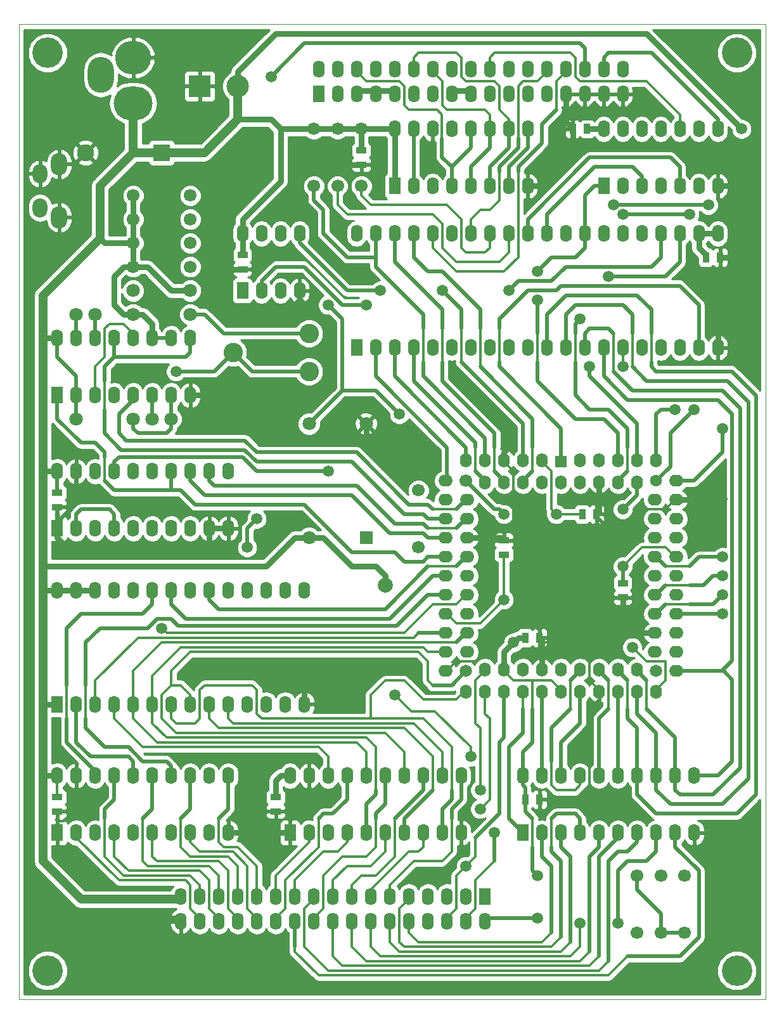
<source format=gbl>
G04 (created by PCBNEW (2013-07-07 BZR 4022)-stable) date 19/03/2022 16:52:54*
%MOIN*%
G04 Gerber Fmt 3.4, Leading zero omitted, Abs format*
%FSLAX34Y34*%
G01*
G70*
G90*
G04 APERTURE LIST*
%ADD10C,0.00590551*%
%ADD11C,0.00393701*%
%ADD12O,0.189X0.177165*%
%ADD13O,0.204724X0.177165*%
%ADD14O,0.137795X0.189*%
%ADD15O,0.0866142X0.11811*%
%ADD16O,0.0787402X0.1*%
%ADD17R,0.0629921X0.0905512*%
%ADD18O,0.0629921X0.0905512*%
%ADD19C,0.0669291*%
%ADD20C,0.0708661*%
%ADD21R,0.0629921X0.0629921*%
%ADD22O,0.0629921X0.0748031*%
%ADD23O,0.0748031X0.0629921*%
%ADD24C,0.0649606*%
%ADD25C,0.0629921*%
%ADD26R,0.062X0.09*%
%ADD27O,0.062X0.09*%
%ADD28R,0.0708661X0.0708661*%
%ADD29R,0.035X0.055*%
%ADD30R,0.055X0.035*%
%ADD31C,0.0905512*%
%ADD32R,0.0905512X0.0905512*%
%ADD33C,0.102362*%
%ADD34R,0.11811X0.11811*%
%ADD35C,0.11811*%
%ADD36C,0.16*%
%ADD37C,0.0590551*%
%ADD38C,0.0787402*%
%ADD39C,0.019685*%
%ADD40C,0.0137795*%
%ADD41C,0.0314961*%
%ADD42C,0.0472441*%
%ADD43C,0.01*%
G04 APERTURE END LIST*
G54D10*
G54D11*
X-9000Y65200D02*
X-9000Y13950D01*
X30250Y65200D02*
X-9000Y65200D01*
X30250Y13950D02*
X30250Y65200D01*
X-9000Y13950D02*
X30250Y13950D01*
G54D12*
X-3000Y63450D03*
G54D13*
X-3000Y61050D03*
G54D14*
X-4700Y62550D03*
G54D15*
X-6900Y55050D03*
G54D16*
X-7900Y55550D03*
X-7900Y57350D03*
G54D15*
X-6900Y57850D03*
G54D17*
X15500Y19357D03*
G54D18*
X15500Y18042D03*
X14500Y19357D03*
X14500Y18042D03*
X13500Y19357D03*
X13500Y18042D03*
X12500Y19357D03*
X12500Y18042D03*
X11500Y19357D03*
X11500Y18042D03*
X10500Y19357D03*
X10500Y18042D03*
X9500Y19357D03*
X9500Y18042D03*
X8500Y19357D03*
X8500Y18042D03*
X7500Y19357D03*
X7500Y18042D03*
X6500Y19357D03*
X6500Y18042D03*
X5500Y19357D03*
X5500Y18042D03*
X4500Y19357D03*
X4500Y18042D03*
X3500Y19357D03*
X3500Y18042D03*
X2500Y19357D03*
X2500Y18042D03*
X1500Y19357D03*
X1500Y18042D03*
X500Y19357D03*
X500Y18042D03*
X-500Y19357D03*
X-500Y18042D03*
G54D17*
X6750Y61542D03*
G54D18*
X6750Y62857D03*
X7750Y61542D03*
X7750Y62857D03*
X8750Y61542D03*
X8750Y62857D03*
X9750Y61542D03*
X9750Y62857D03*
X10750Y61542D03*
X10750Y62857D03*
X11750Y61542D03*
X11750Y62857D03*
X12750Y61542D03*
X12750Y62857D03*
X13750Y61542D03*
X13750Y62857D03*
X14750Y61542D03*
X14750Y62857D03*
X15750Y61542D03*
X15750Y62857D03*
X16750Y61542D03*
X16750Y62857D03*
X17750Y61542D03*
X17750Y62857D03*
X18750Y61542D03*
X18750Y62857D03*
X19750Y61542D03*
X19750Y62857D03*
X20750Y61542D03*
X20750Y62857D03*
X21750Y61542D03*
X21750Y62857D03*
X22750Y61542D03*
X22750Y62857D03*
G54D19*
X9000Y56700D03*
X9000Y59700D03*
G54D20*
X0Y49950D03*
X-3000Y49950D03*
X-6000Y44450D03*
X-3000Y44450D03*
X0Y51200D03*
X-3000Y51200D03*
G54D19*
X-3000Y52450D03*
X0Y52450D03*
X-3000Y54950D03*
X0Y54950D03*
X-3000Y53700D03*
X0Y53700D03*
X-3000Y56200D03*
X0Y56200D03*
G54D21*
X19500Y42200D03*
G54D22*
X19500Y41121D03*
X18500Y42278D03*
X18500Y41121D03*
X17500Y42278D03*
X17500Y41121D03*
X16500Y42278D03*
X16500Y41121D03*
X15500Y42278D03*
X15500Y41121D03*
X14500Y42278D03*
G54D23*
X13421Y41200D03*
G54D19*
X14500Y41200D03*
G54D23*
X13421Y40200D03*
X14578Y40200D03*
X13421Y39200D03*
X14578Y39200D03*
X13421Y38200D03*
X14578Y38200D03*
X13421Y37200D03*
X14578Y37200D03*
X13421Y36200D03*
X14578Y36200D03*
X13421Y35200D03*
X14578Y35200D03*
X13421Y34200D03*
X14578Y34200D03*
X13421Y33200D03*
X14578Y33200D03*
X13421Y32200D03*
X14578Y32200D03*
X13421Y31200D03*
G54D22*
X14500Y30121D03*
G54D24*
X14500Y31200D03*
G54D22*
X15500Y30121D03*
X15500Y31278D03*
X16500Y30121D03*
X16500Y31278D03*
X17500Y30121D03*
X17500Y31278D03*
X18500Y30121D03*
X18500Y31278D03*
X19500Y30121D03*
X19500Y31278D03*
X20500Y30121D03*
X20500Y31278D03*
X21500Y30121D03*
X21500Y31278D03*
X22500Y30121D03*
X22500Y31278D03*
X23500Y30121D03*
X23500Y31278D03*
X24500Y30121D03*
G54D23*
X25578Y31200D03*
G54D24*
X24500Y31200D03*
G54D23*
X25578Y32200D03*
X24421Y32200D03*
X25578Y33200D03*
X24421Y33200D03*
X25578Y34200D03*
X24421Y34200D03*
X25578Y35200D03*
X24421Y35200D03*
X25578Y36200D03*
X24421Y36200D03*
X25578Y37200D03*
X24421Y37200D03*
X25578Y38200D03*
X24421Y38200D03*
X25578Y39200D03*
X24421Y39200D03*
X25578Y40200D03*
X24421Y40200D03*
X25578Y41200D03*
G54D22*
X24500Y42278D03*
G54D25*
X24500Y41200D03*
G54D22*
X23500Y42278D03*
X23500Y41121D03*
X22500Y42278D03*
X22500Y41121D03*
X21500Y42278D03*
X21500Y41121D03*
X20500Y42278D03*
X20500Y41121D03*
G54D26*
X2750Y51200D03*
G54D27*
X3750Y51200D03*
X4750Y51200D03*
X5750Y51200D03*
X5750Y54200D03*
X4750Y54200D03*
X3750Y54200D03*
X2750Y54200D03*
G54D26*
X8750Y48200D03*
G54D27*
X9750Y48200D03*
X10750Y48200D03*
X11750Y48200D03*
X12750Y48200D03*
X13750Y48200D03*
X14750Y48200D03*
X15750Y48200D03*
X16750Y48200D03*
X17750Y48200D03*
X18750Y48200D03*
X19750Y48200D03*
X20750Y48200D03*
X21750Y48200D03*
X22750Y48200D03*
X23750Y48200D03*
X24750Y48200D03*
X25750Y48200D03*
X26750Y48200D03*
X27750Y48200D03*
X27750Y54200D03*
X26750Y54200D03*
X25750Y54200D03*
X24750Y54200D03*
X23750Y54200D03*
X22750Y54200D03*
X21750Y54200D03*
X20750Y54200D03*
X19750Y54200D03*
X18750Y54200D03*
X17750Y54200D03*
X16750Y54200D03*
X15750Y54200D03*
X14750Y54200D03*
X13750Y54200D03*
X12750Y54200D03*
X11750Y54200D03*
X10750Y54200D03*
X9750Y54200D03*
X8750Y54200D03*
G54D26*
X-7000Y29450D03*
G54D27*
X-6000Y29450D03*
X-5000Y29450D03*
X-4000Y29450D03*
X-3000Y29450D03*
X-2000Y29450D03*
X-1000Y29450D03*
X0Y29450D03*
X1000Y29450D03*
X2000Y29450D03*
X3000Y29450D03*
X4000Y29450D03*
X5000Y29450D03*
X6000Y29450D03*
X6000Y35450D03*
X5000Y35450D03*
X4000Y35450D03*
X3000Y35450D03*
X2000Y35450D03*
X1000Y35450D03*
X0Y35450D03*
X-1000Y35450D03*
X-2000Y35450D03*
X-3000Y35450D03*
X-4000Y35450D03*
X-5000Y35450D03*
X-6000Y35450D03*
X-7000Y35450D03*
G54D26*
X17500Y22700D03*
G54D27*
X18500Y22700D03*
X19500Y22700D03*
X20500Y22700D03*
X21500Y22700D03*
X22500Y22700D03*
X23500Y22700D03*
X24500Y22700D03*
X25500Y22700D03*
X26500Y22700D03*
X26500Y25700D03*
X25500Y25700D03*
X24500Y25700D03*
X23500Y25700D03*
X22500Y25700D03*
X21500Y25700D03*
X20500Y25700D03*
X19500Y25700D03*
X18500Y25700D03*
X17500Y25700D03*
G54D26*
X-7000Y22700D03*
G54D27*
X-6000Y22700D03*
X-5000Y22700D03*
X-4000Y22700D03*
X-3000Y22700D03*
X-2000Y22700D03*
X-1000Y22700D03*
X0Y22700D03*
X1000Y22700D03*
X2000Y22700D03*
X2000Y25700D03*
X1000Y25700D03*
X0Y25700D03*
X-1000Y25700D03*
X-2000Y25700D03*
X-3000Y25700D03*
X-4000Y25700D03*
X-5000Y25700D03*
X-6000Y25700D03*
X-7000Y25700D03*
G54D26*
X5250Y22700D03*
G54D27*
X6250Y22700D03*
X7250Y22700D03*
X8250Y22700D03*
X9250Y22700D03*
X10250Y22700D03*
X11250Y22700D03*
X12250Y22700D03*
X13250Y22700D03*
X14250Y22700D03*
X14250Y25700D03*
X13250Y25700D03*
X12250Y25700D03*
X11250Y25700D03*
X10250Y25700D03*
X9250Y25700D03*
X8250Y25700D03*
X7250Y25700D03*
X6250Y25700D03*
X5250Y25700D03*
G54D26*
X-7000Y38700D03*
G54D27*
X-6000Y38700D03*
X-5000Y38700D03*
X-4000Y38700D03*
X-3000Y38700D03*
X-2000Y38700D03*
X-1000Y38700D03*
X0Y38700D03*
X1000Y38700D03*
X2000Y38700D03*
X2000Y41700D03*
X1000Y41700D03*
X0Y41700D03*
X-1000Y41700D03*
X-2000Y41700D03*
X-3000Y41700D03*
X-4000Y41700D03*
X-5000Y41700D03*
X-6000Y41700D03*
X-7000Y41700D03*
G54D26*
X10750Y56700D03*
G54D27*
X11750Y56700D03*
X12750Y56700D03*
X13750Y56700D03*
X14750Y56700D03*
X15750Y56700D03*
X16750Y56700D03*
X17750Y56700D03*
X17750Y59700D03*
X16750Y59700D03*
X15750Y59700D03*
X14750Y59700D03*
X13750Y59700D03*
X12750Y59700D03*
X11750Y59700D03*
X10750Y59700D03*
G54D26*
X-7000Y45700D03*
G54D27*
X-6000Y45700D03*
X-5000Y45700D03*
X-4000Y45700D03*
X-3000Y45700D03*
X-2000Y45700D03*
X-1000Y45700D03*
X0Y45700D03*
X0Y48700D03*
X-1000Y48700D03*
X-2000Y48700D03*
X-3000Y48700D03*
X-4000Y48700D03*
X-5000Y48700D03*
X-6000Y48700D03*
X-7000Y48700D03*
G54D26*
X21750Y56700D03*
G54D27*
X22750Y56700D03*
X23750Y56700D03*
X24750Y56700D03*
X25750Y56700D03*
X26750Y56700D03*
X27750Y56700D03*
X27750Y59700D03*
X26750Y59700D03*
X25750Y59700D03*
X24750Y59700D03*
X23750Y59700D03*
X22750Y59700D03*
X21750Y59700D03*
G54D20*
X-1000Y44450D03*
X-2000Y44450D03*
X-6000Y49950D03*
X-5000Y49950D03*
G54D28*
X9250Y38200D03*
G54D20*
X6250Y38200D03*
X6250Y44200D03*
X9250Y44200D03*
G54D19*
X7750Y56700D03*
X7750Y59700D03*
G54D29*
X27125Y52950D03*
X27875Y52950D03*
X17625Y32950D03*
X18375Y32950D03*
G54D30*
X16500Y37325D03*
X16500Y38075D03*
X22750Y35825D03*
X22750Y35075D03*
G54D29*
X20625Y39450D03*
X21375Y39450D03*
G54D31*
X-5500Y58450D03*
G54D32*
X-1500Y58450D03*
G54D30*
X4500Y24575D03*
X4500Y23825D03*
X-7000Y24575D03*
X-7000Y23825D03*
X2750Y53075D03*
X2750Y52325D03*
X-7000Y40575D03*
X-7000Y39825D03*
G54D33*
X6250Y46950D03*
X2250Y47950D03*
X6250Y48950D03*
G54D34*
X500Y61950D03*
G54D35*
X2500Y61950D03*
G54D36*
X-7500Y63700D03*
X28750Y63700D03*
X28750Y15450D03*
X-7500Y15450D03*
G54D19*
X24750Y17450D03*
X24750Y20450D03*
X26000Y17450D03*
X26000Y20450D03*
X23500Y20450D03*
X23500Y17450D03*
G54D30*
X9000Y58575D03*
X9000Y57825D03*
G54D29*
X20875Y59700D03*
X20125Y59700D03*
X17625Y24450D03*
X18375Y24450D03*
G54D19*
X12000Y37700D03*
X12000Y40700D03*
X6500Y59700D03*
X6500Y56700D03*
G54D37*
X16750Y51200D03*
X7250Y50450D03*
X11000Y44700D03*
X10000Y51200D03*
X13250Y51200D03*
X-1500Y33450D03*
X15250Y23950D03*
X15250Y24950D03*
X28000Y37200D03*
X26250Y55200D03*
X22750Y55200D03*
X26500Y44950D03*
X3500Y39200D03*
X3000Y37700D03*
X22500Y17950D03*
X20500Y17950D03*
X27250Y55700D03*
X22250Y55700D03*
X28000Y43950D03*
X18250Y50700D03*
X18250Y52200D03*
X20500Y49700D03*
X22000Y51950D03*
X14500Y20950D03*
X28000Y34200D03*
X28000Y36200D03*
X4250Y62450D03*
X18250Y18200D03*
X28000Y35200D03*
X10750Y29950D03*
X14750Y26700D03*
X7250Y41700D03*
X16000Y22700D03*
X25500Y44950D03*
X21000Y47200D03*
X22750Y47200D03*
G54D38*
X5550Y58450D03*
X11750Y31450D03*
X-3500Y17700D03*
X27850Y40250D03*
X16750Y43700D03*
X3750Y43450D03*
X11750Y43200D03*
G54D37*
X9250Y50450D03*
X-750Y46950D03*
X29000Y59700D03*
X18250Y20450D03*
X16500Y39450D03*
X23250Y32450D03*
X22750Y36700D03*
X19250Y39450D03*
X22750Y39700D03*
X16500Y34950D03*
X17000Y32700D03*
G54D38*
X10250Y35700D03*
G54D39*
X24250Y52450D02*
X19750Y52450D01*
X19750Y52450D02*
X19000Y51700D01*
X24750Y54200D02*
X24750Y52950D01*
X24250Y52450D02*
X24750Y52950D01*
X17250Y51700D02*
X19000Y51700D01*
X16750Y51200D02*
X17250Y51700D01*
X11000Y44700D02*
X9750Y45950D01*
X9750Y45950D02*
X8000Y45950D01*
X7250Y50450D02*
X8000Y49700D01*
X8000Y49700D02*
X8000Y45950D01*
X8000Y45950D02*
X6250Y44200D01*
X14250Y50200D02*
X14250Y49200D01*
X17500Y42200D02*
X17500Y44200D01*
X5750Y53700D02*
X8250Y51200D01*
X8250Y51200D02*
X10000Y51200D01*
X13250Y51200D02*
X14250Y50200D01*
G54D40*
X14250Y49200D02*
X14250Y47450D01*
G54D39*
X5750Y54200D02*
X5750Y53700D01*
X17500Y44200D02*
X14250Y47450D01*
X13250Y52200D02*
X15250Y50200D01*
X11750Y52950D02*
X11750Y54200D01*
X12500Y52200D02*
X11750Y52950D01*
X13250Y52200D02*
X12500Y52200D01*
X18000Y44450D02*
X15250Y47200D01*
G54D40*
X15250Y47200D02*
X15250Y49200D01*
X18000Y41700D02*
X18000Y42950D01*
G54D39*
X17500Y41200D02*
X18000Y41700D01*
X15250Y50200D02*
X15250Y49200D01*
X18000Y44450D02*
X18000Y42950D01*
G54D40*
X9500Y19200D02*
X9500Y19700D01*
X11500Y21700D02*
X12000Y21700D01*
X9500Y19700D02*
X11500Y21700D01*
X12250Y21950D02*
X12250Y22700D01*
X12000Y21700D02*
X12250Y21950D01*
X10250Y28450D02*
X11750Y28450D01*
X13250Y26950D02*
X13250Y25700D01*
X11750Y28450D02*
X13250Y26950D01*
X10250Y28450D02*
X2250Y28450D01*
X2250Y28450D02*
X2000Y28700D01*
X2000Y28700D02*
X2000Y29450D01*
X10750Y21450D02*
X10750Y23450D01*
G54D39*
X12250Y24950D02*
X12250Y25700D01*
X10750Y23450D02*
X12250Y24950D01*
G54D40*
X8500Y19200D02*
X8500Y19950D01*
X9750Y20450D02*
X10750Y21450D01*
X9000Y20450D02*
X9750Y20450D01*
X8500Y19950D02*
X9000Y20450D01*
G54D39*
X-4500Y23950D02*
X-4500Y23450D01*
G54D40*
X500Y19200D02*
X500Y19950D01*
X-3500Y20450D02*
X-4500Y21450D01*
X0Y20450D02*
X-3500Y20450D01*
X500Y19950D02*
X0Y20450D01*
G54D39*
X-4000Y25700D02*
X-4000Y24450D01*
G54D40*
X-4500Y23450D02*
X-4500Y21450D01*
G54D39*
X-4000Y24450D02*
X-4500Y23950D01*
G54D40*
X0Y18700D02*
X0Y19950D01*
X-250Y20200D02*
X-3750Y20200D01*
X0Y19950D02*
X-250Y20200D01*
X-6000Y22700D02*
X-6000Y22450D01*
X-6000Y22450D02*
X-3750Y20200D01*
X0Y18700D02*
X500Y18200D01*
X-6500Y28700D02*
X-6500Y30450D01*
G54D39*
X-6500Y33450D02*
X-6500Y30450D01*
X-5750Y34200D02*
X-6500Y33450D01*
X-2500Y34200D02*
X-5750Y34200D01*
X-2000Y34700D02*
X-2500Y34200D01*
X-2000Y35450D02*
X-2000Y34700D01*
X-5000Y25950D02*
X-6500Y27450D01*
X-5000Y25700D02*
X-5000Y25950D01*
X-6500Y28700D02*
X-6500Y27450D01*
G54D40*
X-3250Y20700D02*
X500Y20700D01*
X1000Y20200D02*
X1000Y18700D01*
X500Y20700D02*
X1000Y20200D01*
X1000Y18700D02*
X1500Y18200D01*
X-3250Y20700D02*
X-4000Y21450D01*
X-4000Y21450D02*
X-4000Y22700D01*
G54D39*
X-3250Y26700D02*
X-5250Y26700D01*
X-3000Y26450D02*
X-3250Y26700D01*
X-3000Y25700D02*
X-3000Y26450D01*
X-5250Y26700D02*
X-6000Y27450D01*
X-6000Y27450D02*
X-6000Y29450D01*
G54D40*
X2000Y18700D02*
X2500Y18200D01*
X2000Y18700D02*
X2000Y20700D01*
X1500Y21200D02*
X-1750Y21200D01*
X2000Y20700D02*
X1500Y21200D01*
X-2000Y21450D02*
X-1750Y21200D01*
X-2000Y22700D02*
X-2000Y21450D01*
G54D39*
X-5500Y30450D02*
X-5500Y32700D01*
X-5500Y28200D02*
X-5500Y28700D01*
X-1250Y26450D02*
X-2500Y26450D01*
X10875Y33575D02*
X12500Y35200D01*
X10875Y33575D02*
X-625Y33575D01*
X-2250Y33450D02*
X-4750Y33450D01*
X-1750Y33950D02*
X-2250Y33450D01*
X-1000Y33950D02*
X-1750Y33950D01*
X-625Y33575D02*
X-1000Y33950D01*
G54D40*
X-5500Y30450D02*
X-5500Y28700D01*
G54D39*
X-4750Y33450D02*
X-5500Y32700D01*
X12500Y35200D02*
X13500Y35200D01*
X-4500Y27200D02*
X-5500Y28200D01*
X-3250Y27200D02*
X-4500Y27200D01*
X-1000Y26200D02*
X-1250Y26450D01*
X-1000Y25700D02*
X-1000Y26200D01*
X-2500Y26450D02*
X-3250Y27200D01*
G54D40*
X3000Y18700D02*
X3500Y18200D01*
X0Y22700D02*
X0Y22200D01*
X3000Y20950D02*
X3000Y18700D01*
X2250Y21700D02*
X3000Y20950D01*
X500Y21700D02*
X2250Y21700D01*
X0Y22200D02*
X500Y21700D01*
X14500Y35200D02*
X14000Y34700D01*
X-1250Y33200D02*
X-1500Y33450D01*
X11250Y33200D02*
X-1250Y33200D01*
X12750Y34700D02*
X11250Y33200D01*
X14000Y34700D02*
X12750Y34700D01*
G54D39*
X8250Y25700D02*
X8250Y24450D01*
X7000Y23700D02*
X6750Y23450D01*
X7500Y23700D02*
X7000Y23700D01*
X8250Y24450D02*
X7500Y23700D01*
G54D40*
X5000Y18700D02*
X4500Y18200D01*
X6750Y23450D02*
X6750Y21950D01*
X5000Y20200D02*
X6750Y21950D01*
X5000Y18700D02*
X5000Y20200D01*
X15500Y28950D02*
X15500Y30200D01*
X15750Y28700D02*
X15500Y28950D01*
X15750Y24450D02*
X15750Y28700D01*
X15250Y23950D02*
X15750Y24450D01*
G54D39*
X11250Y22700D02*
X11250Y23450D01*
X11250Y23450D02*
X12750Y24950D01*
G54D40*
X12750Y26700D02*
X11250Y28200D01*
X11250Y28200D02*
X1500Y28200D01*
X1500Y28200D02*
X1000Y28700D01*
X1000Y28700D02*
X1000Y29450D01*
X12750Y24950D02*
X12750Y26700D01*
X7500Y19200D02*
X7500Y20200D01*
X9500Y20950D02*
X10250Y21700D01*
X8250Y20950D02*
X9500Y20950D01*
X7500Y20200D02*
X8250Y20950D01*
X10250Y21700D02*
X10250Y22700D01*
X12500Y30700D02*
X12500Y31700D01*
X12000Y32200D02*
X0Y32200D01*
X12500Y31700D02*
X12000Y32200D01*
X0Y29950D02*
X-500Y30450D01*
X12750Y30450D02*
X12500Y30700D01*
X-1000Y31200D02*
X-1000Y30450D01*
X0Y32200D02*
X-1000Y31200D01*
X10250Y27950D02*
X-750Y27950D01*
X-1500Y28700D02*
X-1500Y29950D01*
X-1500Y29950D02*
X-1000Y30450D01*
X11250Y26950D02*
X10250Y27950D01*
X11250Y25700D02*
X11250Y26950D01*
X-750Y27950D02*
X-1500Y28700D01*
X-1000Y30450D02*
X-500Y30450D01*
X0Y29450D02*
X0Y29950D01*
G54D39*
X12750Y30450D02*
X13750Y30450D01*
X14500Y31200D02*
X13750Y30450D01*
X13750Y23950D02*
X13750Y23450D01*
X14250Y25700D02*
X14250Y24450D01*
G54D40*
X10500Y19950D02*
X10500Y19200D01*
X11750Y21200D02*
X10500Y19950D01*
X13250Y21200D02*
X11750Y21200D01*
X13750Y21700D02*
X13250Y21200D01*
X13750Y23450D02*
X13750Y21700D01*
G54D39*
X14250Y24450D02*
X13750Y23950D01*
G54D40*
X9500Y28700D02*
X12250Y28700D01*
X13750Y27200D02*
X13750Y25200D01*
X12250Y28700D02*
X13750Y27200D01*
G54D39*
X13750Y24950D02*
X13750Y24450D01*
X13750Y24450D02*
X13250Y23950D01*
X13250Y23950D02*
X13250Y22700D01*
G54D40*
X14500Y30200D02*
X14000Y29700D01*
X10250Y30700D02*
X9500Y29950D01*
X11250Y30700D02*
X10250Y30700D01*
X12250Y29700D02*
X11250Y30700D01*
X14000Y29700D02*
X12250Y29700D01*
X9500Y29950D02*
X9500Y28700D01*
X500Y28700D02*
X500Y30200D01*
X3750Y28700D02*
X9500Y28700D01*
X3500Y28950D02*
X3750Y28700D01*
X3500Y30200D02*
X3500Y28950D01*
X3250Y30450D02*
X3500Y30200D01*
X750Y30450D02*
X3250Y30450D01*
X500Y30200D02*
X750Y30450D01*
X-750Y28450D02*
X-1000Y28700D01*
X-1000Y28700D02*
X-1000Y29450D01*
X500Y28700D02*
X250Y28450D01*
X250Y28450D02*
X-750Y28450D01*
X13750Y25200D02*
X13750Y24950D01*
G54D39*
X9750Y23450D02*
X9750Y23700D01*
X9750Y23700D02*
X10250Y24200D01*
X10250Y24200D02*
X10250Y25700D01*
G54D40*
X7000Y20450D02*
X8000Y21450D01*
X8000Y21450D02*
X9250Y21450D01*
X6500Y18200D02*
X7000Y18700D01*
X7000Y18700D02*
X7000Y20450D01*
X9250Y21450D02*
X9750Y21950D01*
X9750Y23450D02*
X9750Y21950D01*
G54D39*
X9750Y24950D02*
X9750Y24700D01*
X9750Y24700D02*
X9250Y24200D01*
X9250Y24200D02*
X9250Y22700D01*
G54D40*
X-2000Y29450D02*
X-2000Y30950D01*
X12250Y32450D02*
X12500Y32200D01*
X-500Y32450D02*
X12250Y32450D01*
X-2000Y30950D02*
X-500Y32450D01*
X12500Y32200D02*
X13500Y32200D01*
X-1250Y27700D02*
X9250Y27700D01*
X9750Y27200D02*
X9750Y24950D01*
X9250Y27700D02*
X9750Y27200D01*
X-2000Y28450D02*
X-1250Y27700D01*
X-2000Y29450D02*
X-2000Y28450D01*
X5500Y19200D02*
X5500Y20200D01*
X7750Y21700D02*
X8250Y22200D01*
X7000Y21700D02*
X7750Y21700D01*
X5500Y20200D02*
X7000Y21700D01*
X8250Y22700D02*
X8250Y22200D01*
G54D39*
X5500Y19200D02*
X5500Y19700D01*
G54D40*
X8750Y27450D02*
X-1750Y27450D01*
X-3000Y28700D02*
X-3000Y29450D01*
X-1750Y27450D02*
X-3000Y28700D01*
X9250Y26950D02*
X9250Y25700D01*
X8750Y27450D02*
X9250Y26950D01*
X14000Y32700D02*
X-1500Y32700D01*
X-3000Y31200D02*
X-3000Y29450D01*
X-1500Y32700D02*
X-3000Y31200D01*
G54D39*
X14000Y32700D02*
X14500Y33200D01*
G54D40*
X4500Y19200D02*
X4500Y20450D01*
X4500Y20450D02*
X6250Y22200D01*
X6250Y22200D02*
X6250Y22700D01*
X-2500Y27200D02*
X6750Y27200D01*
X7250Y26700D02*
X7250Y25700D01*
X6750Y27200D02*
X7250Y26700D01*
X-4000Y28700D02*
X-2500Y27200D01*
X15250Y24950D02*
X15250Y28200D01*
X15000Y30700D02*
X15000Y28450D01*
X15500Y31200D02*
X15000Y30700D01*
X15250Y28200D02*
X15000Y28450D01*
X-4000Y29450D02*
X-4000Y28700D01*
G54D39*
X2000Y25700D02*
X2000Y23950D01*
G54D40*
X2500Y21950D02*
X3500Y20950D01*
X1750Y21950D02*
X2500Y21950D01*
X1500Y22200D02*
X1750Y21950D01*
X1500Y23450D02*
X1500Y22200D01*
G54D39*
X2000Y23950D02*
X1500Y23450D01*
G54D40*
X3500Y20950D02*
X3500Y19200D01*
X11750Y32950D02*
X-2750Y32950D01*
X-5000Y30700D02*
X-5000Y29450D01*
X-2750Y32950D02*
X-5000Y30700D01*
X12000Y33200D02*
X11750Y32950D01*
G54D39*
X13500Y33200D02*
X12000Y33200D01*
G54D40*
X-500Y21950D02*
X-500Y23450D01*
G54D39*
X-500Y23450D02*
X0Y23950D01*
G54D40*
X0Y21450D02*
X2000Y21450D01*
X2500Y20950D02*
X2500Y19200D01*
X2000Y21450D02*
X2500Y20950D01*
X-500Y21950D02*
X0Y21450D01*
G54D39*
X0Y23950D02*
X0Y25700D01*
G54D40*
X-2500Y21200D02*
X-2500Y23450D01*
G54D39*
X-2500Y23450D02*
X-2000Y23950D01*
G54D40*
X-2500Y21200D02*
X-2250Y20950D01*
X1500Y20450D02*
X1500Y19200D01*
X1000Y20950D02*
X1500Y20450D01*
X-2250Y20950D02*
X1000Y20950D01*
G54D39*
X-2000Y25700D02*
X-2000Y23950D01*
G54D40*
X26250Y36700D02*
X25000Y36700D01*
G54D39*
X26750Y37200D02*
X26250Y36700D01*
X28000Y37200D02*
X26750Y37200D01*
X25000Y36700D02*
X24500Y37200D01*
X22750Y55200D02*
X26250Y55200D01*
X25250Y41950D02*
X24500Y41200D01*
X25250Y41950D02*
X25250Y43700D01*
X25250Y43700D02*
X26500Y44950D01*
X10250Y34450D02*
X1500Y34450D01*
X1000Y34950D02*
X1000Y35450D01*
X1500Y34450D02*
X1000Y34950D01*
X10250Y34450D02*
X12500Y36700D01*
G54D40*
X12500Y36700D02*
X14000Y36700D01*
G54D39*
X14000Y36700D02*
X14500Y37200D01*
X10750Y48200D02*
X10750Y46700D01*
X14500Y42950D02*
X14500Y42200D01*
X10750Y46700D02*
X14500Y42950D01*
G54D40*
X18500Y16950D02*
X19000Y17450D01*
G54D39*
X19000Y17450D02*
X19000Y20950D01*
G54D40*
X11500Y18200D02*
X11500Y17450D01*
X11500Y17450D02*
X12000Y16950D01*
X12000Y16950D02*
X18500Y16950D01*
G54D39*
X19000Y20950D02*
X18500Y21450D01*
X18500Y21450D02*
X18500Y22700D01*
X3000Y38700D02*
X3500Y39200D01*
X3000Y37700D02*
X3000Y38700D01*
X19500Y25700D02*
X19500Y27450D01*
X20500Y28450D02*
X20500Y30200D01*
X19500Y27450D02*
X20500Y28450D01*
G54D40*
X11000Y16450D02*
X19500Y16450D01*
G54D39*
X20000Y16950D02*
X20000Y21450D01*
G54D40*
X19500Y16450D02*
X20000Y16950D01*
X10500Y18200D02*
X10500Y16950D01*
X10500Y16950D02*
X11000Y16450D01*
G54D39*
X20000Y21450D02*
X19500Y21950D01*
X19500Y22700D02*
X19500Y21950D01*
X19000Y26450D02*
X19000Y28200D01*
G54D40*
X20500Y25700D02*
X20500Y25200D01*
X19250Y24950D02*
X19000Y25200D01*
X20250Y24950D02*
X19250Y24950D01*
X20500Y25200D02*
X20250Y24950D01*
X19000Y26450D02*
X19000Y25200D01*
X20000Y30700D02*
X20000Y29200D01*
G54D39*
X20000Y29200D02*
X19000Y28200D01*
X20500Y31200D02*
X20000Y30700D01*
G54D40*
X19000Y16700D02*
X19500Y17200D01*
G54D39*
X19500Y17200D02*
X19500Y21200D01*
X19000Y21700D02*
X19000Y21950D01*
G54D40*
X11250Y16700D02*
X19000Y16700D01*
G54D39*
X19500Y21200D02*
X19000Y21700D01*
G54D40*
X19000Y21950D02*
X19000Y23450D01*
G54D39*
X19000Y23450D02*
X19250Y23700D01*
X19250Y23700D02*
X20250Y23700D01*
X20250Y23700D02*
X20500Y23450D01*
X20500Y23450D02*
X20500Y22700D01*
G54D40*
X11000Y16950D02*
X11000Y18700D01*
X11250Y16700D02*
X11000Y16950D01*
X11000Y18700D02*
X11500Y19200D01*
G54D39*
X21500Y25700D02*
X21500Y28700D01*
X21500Y28700D02*
X22000Y29200D01*
G54D40*
X22000Y29200D02*
X22000Y30700D01*
G54D39*
X22000Y30700D02*
X21500Y31200D01*
X21500Y22700D02*
X21500Y21950D01*
X21500Y21950D02*
X21000Y21450D01*
G54D40*
X20500Y15950D02*
X21000Y16450D01*
G54D39*
X21000Y16450D02*
X21000Y21450D01*
G54D40*
X9250Y15950D02*
X20500Y15950D01*
X8500Y18200D02*
X8500Y16700D01*
X8500Y16700D02*
X9250Y15950D01*
G54D39*
X22500Y25700D02*
X22500Y30200D01*
G54D40*
X22500Y22450D02*
X22500Y22700D01*
G54D39*
X21500Y21450D02*
X22500Y22450D01*
G54D40*
X21000Y15700D02*
X21500Y16200D01*
G54D39*
X21500Y16200D02*
X21500Y21450D01*
G54D40*
X8000Y15700D02*
X21000Y15700D01*
X7500Y16200D02*
X7500Y18200D01*
X8000Y15700D02*
X7500Y16200D01*
G54D39*
X23000Y29200D02*
X23000Y28700D01*
G54D40*
X23000Y30700D02*
X23000Y29200D01*
G54D39*
X22500Y31200D02*
X23000Y30700D01*
X23500Y28200D02*
X23500Y25700D01*
X23500Y28200D02*
X23000Y28700D01*
X28750Y23700D02*
X24500Y23700D01*
X29775Y24725D02*
X28750Y23700D01*
X23500Y25700D02*
X23500Y24700D01*
X24250Y47450D02*
X24250Y47200D01*
X18750Y48200D02*
X18750Y49950D01*
X18750Y49950D02*
X19750Y50950D01*
G54D40*
X24250Y48950D02*
X24250Y47450D01*
G54D39*
X23500Y50950D02*
X24250Y50200D01*
X19750Y50950D02*
X23500Y50950D01*
X24500Y46950D02*
X24250Y47200D01*
X28500Y46950D02*
X29775Y45675D01*
X24500Y46950D02*
X28500Y46950D01*
X24250Y50200D02*
X24250Y48950D01*
X29775Y45675D02*
X29775Y24725D01*
X24500Y23700D02*
X23500Y24700D01*
X23500Y22200D02*
X23500Y22700D01*
X23000Y21700D02*
X23500Y22200D01*
X22500Y21700D02*
X23000Y21700D01*
X22000Y21200D02*
X22500Y21700D01*
G54D40*
X21500Y15450D02*
X22000Y15950D01*
G54D39*
X22000Y15950D02*
X22000Y21200D01*
G54D40*
X21500Y15450D02*
X7250Y15450D01*
X6000Y18700D02*
X6000Y16700D01*
X6500Y19200D02*
X6000Y18700D01*
X6000Y16700D02*
X7250Y15450D01*
G54D39*
X24500Y25700D02*
X24500Y27950D01*
X23500Y30200D02*
X23500Y28950D01*
X24500Y27950D02*
X23500Y28950D01*
X29350Y45350D02*
X29350Y25550D01*
X25250Y24200D02*
X24500Y24950D01*
X28000Y24200D02*
X25250Y24200D01*
X29350Y25550D02*
X28000Y24200D01*
X28250Y46450D02*
X29350Y45350D01*
X19750Y48200D02*
X19750Y49950D01*
G54D40*
X23250Y48950D02*
X23250Y47200D01*
G54D39*
X22750Y50450D02*
X23250Y49950D01*
X20250Y50450D02*
X22750Y50450D01*
X19750Y49950D02*
X20250Y50450D01*
X24000Y46450D02*
X23250Y47200D01*
X28250Y46450D02*
X24000Y46450D01*
X23250Y49950D02*
X23250Y48950D01*
X24500Y25700D02*
X24500Y24950D01*
X22500Y17950D02*
X22500Y20700D01*
X24500Y21700D02*
X24500Y22700D01*
X24000Y21200D02*
X24500Y21700D01*
X23000Y21200D02*
X24000Y21200D01*
X22500Y20700D02*
X23000Y21200D01*
G54D40*
X20000Y16200D02*
X20500Y16700D01*
X20500Y16700D02*
X20500Y17950D01*
X10000Y16200D02*
X20000Y16200D01*
X9500Y16700D02*
X9500Y18200D01*
X10000Y16200D02*
X9500Y16700D01*
G54D39*
X25500Y25700D02*
X25500Y27700D01*
G54D40*
X24000Y30700D02*
X24000Y29200D01*
G54D39*
X23500Y31200D02*
X24000Y30700D01*
X25500Y27700D02*
X24000Y29200D01*
X25500Y24950D02*
X25750Y24700D01*
X27500Y24700D02*
X28925Y26125D01*
X25750Y24700D02*
X27500Y24700D01*
X25500Y24950D02*
X25500Y25700D01*
X28925Y45025D02*
X28925Y26125D01*
X20750Y48200D02*
X20750Y48950D01*
X22250Y46950D02*
X23250Y45950D01*
G54D40*
X22250Y48950D02*
X22250Y46950D01*
G54D39*
X22000Y49200D02*
X22250Y48950D01*
X21000Y49200D02*
X22000Y49200D01*
X20750Y48950D02*
X21000Y49200D01*
X23250Y45950D02*
X28000Y45950D01*
X28000Y45950D02*
X28925Y45025D01*
X25500Y21950D02*
X26750Y20700D01*
X25750Y16200D02*
X23000Y16200D01*
X26750Y17200D02*
X25750Y16200D01*
X26750Y20700D02*
X26750Y17200D01*
G54D40*
X22000Y15200D02*
X23000Y16200D01*
X6750Y15200D02*
X22000Y15200D01*
X5500Y16700D02*
X5500Y16450D01*
X5500Y16450D02*
X6750Y15200D01*
G54D39*
X25500Y21950D02*
X25500Y22700D01*
X5500Y18200D02*
X5500Y16700D01*
X26500Y25700D02*
X27750Y25700D01*
X27750Y25700D02*
X28500Y26450D01*
X27950Y31200D02*
X28050Y31200D01*
X28050Y31200D02*
X28500Y30750D01*
X28500Y30750D02*
X28500Y26450D01*
X28500Y31750D02*
X27950Y31200D01*
X25500Y31200D02*
X27950Y31200D01*
X28500Y44700D02*
X28500Y31750D01*
X27750Y45450D02*
X28500Y44700D01*
X21750Y46700D02*
X21750Y48200D01*
X23000Y45450D02*
X21750Y46700D01*
X23000Y45450D02*
X27750Y45450D01*
X16000Y43700D02*
X16000Y42950D01*
X13250Y47450D02*
X13250Y46450D01*
X13250Y50200D02*
X13250Y49200D01*
X10750Y54200D02*
X10750Y52700D01*
X10750Y52700D02*
X13250Y50200D01*
G54D40*
X13250Y49200D02*
X13250Y47450D01*
G54D39*
X13250Y46450D02*
X16000Y43700D01*
G54D40*
X16000Y42950D02*
X16000Y41700D01*
G54D39*
X16000Y41700D02*
X16500Y41200D01*
X17500Y29200D02*
X17500Y27950D01*
X17500Y27950D02*
X16750Y27200D01*
X16750Y27200D02*
X16750Y23450D01*
X16750Y23450D02*
X17500Y22700D01*
G54D40*
X17500Y30200D02*
X17500Y29200D01*
G54D39*
X18500Y30200D02*
X18500Y25700D01*
X22250Y55700D02*
X27250Y55700D01*
X28000Y42700D02*
X28000Y43950D01*
X26500Y41200D02*
X25500Y41200D01*
X26500Y41200D02*
X28000Y42700D01*
X11750Y59700D02*
X11750Y56700D01*
X18250Y46450D02*
X20250Y44450D01*
X18250Y47450D02*
X18250Y46450D01*
X18250Y48950D02*
X18250Y50700D01*
X20250Y52950D02*
X20750Y53450D01*
X20750Y53450D02*
X20750Y54200D01*
X22500Y42200D02*
X22500Y43700D01*
X21750Y44450D02*
X20250Y44450D01*
X22500Y43700D02*
X21750Y44450D01*
G54D40*
X18250Y47450D02*
X18250Y48950D01*
G54D39*
X18250Y52200D02*
X19000Y52950D01*
X19000Y52950D02*
X20250Y52950D01*
X21750Y56700D02*
X21250Y56700D01*
X20750Y56200D02*
X20750Y54200D01*
X21250Y56700D02*
X20750Y56200D01*
X20250Y49450D02*
X20250Y48950D01*
X23000Y43950D02*
X23000Y42950D01*
X20250Y47450D02*
X20250Y45700D01*
X23000Y43950D02*
X22000Y44950D01*
X21000Y44950D02*
X22000Y44950D01*
X20250Y45700D02*
X21000Y44950D01*
X22500Y41200D02*
X23000Y41700D01*
G54D40*
X23000Y41700D02*
X23000Y42950D01*
G54D39*
X20250Y49450D02*
X20500Y49700D01*
X22000Y51950D02*
X25000Y51950D01*
X25000Y51950D02*
X25750Y52700D01*
X25750Y52700D02*
X25750Y54200D01*
G54D40*
X20250Y48950D02*
X20250Y47450D01*
X14500Y20950D02*
X14000Y20450D01*
X14000Y20450D02*
X14000Y18700D01*
X15000Y22450D02*
X15000Y21450D01*
X15000Y21450D02*
X14500Y20950D01*
X13500Y18200D02*
X14000Y18700D01*
G54D39*
X16500Y30200D02*
X16500Y27700D01*
X16250Y23700D02*
X15000Y22450D01*
X16250Y27450D02*
X16250Y23700D01*
X16500Y27700D02*
X16250Y27450D01*
X10500Y38450D02*
X8500Y40450D01*
X13500Y38200D02*
X12500Y38200D01*
X12250Y38450D02*
X10500Y38450D01*
X12500Y38200D02*
X12250Y38450D01*
X8500Y40450D02*
X750Y40450D01*
X750Y40450D02*
X0Y41200D01*
X0Y41200D02*
X0Y41700D01*
X25500Y34200D02*
X28000Y34200D01*
X6500Y56700D02*
X6500Y55950D01*
X8250Y52950D02*
X9750Y52950D01*
X7000Y54200D02*
X8250Y52950D01*
X7000Y55450D02*
X7000Y54200D01*
X6500Y55950D02*
X7000Y55450D01*
X12250Y49950D02*
X12250Y49200D01*
X12250Y46700D02*
X12250Y47450D01*
G54D40*
X12250Y47450D02*
X12250Y49200D01*
G54D39*
X15500Y43450D02*
X12250Y46700D01*
X15500Y42200D02*
X15500Y43450D01*
X12250Y49950D02*
X9750Y52450D01*
X9750Y52450D02*
X9750Y52950D01*
X9750Y52950D02*
X9750Y54200D01*
X27000Y35700D02*
X26250Y35700D01*
X27500Y36200D02*
X28000Y36200D01*
X27000Y35700D02*
X27500Y36200D01*
X24500Y35200D02*
X25000Y35700D01*
G54D40*
X25000Y35700D02*
X26250Y35700D01*
G54D39*
X10500Y33950D02*
X-250Y33950D01*
X-250Y33950D02*
X-1000Y34700D01*
X12750Y36200D02*
X10500Y33950D01*
X-1000Y34700D02*
X-1000Y35450D01*
X13500Y36200D02*
X12750Y36200D01*
X-4500Y47200D02*
X-4500Y46450D01*
X-3625Y42825D02*
X2875Y42825D01*
X2875Y42825D02*
X3500Y42200D01*
X12500Y39200D02*
X12250Y39450D01*
X12250Y39450D02*
X11250Y39450D01*
X-4500Y43700D02*
X-4500Y44950D01*
G54D40*
X-4500Y46450D02*
X-4500Y44950D01*
G54D39*
X11250Y39450D02*
X8500Y42200D01*
X12500Y39200D02*
X13500Y39200D01*
X3500Y42200D02*
X8500Y42200D01*
X-4500Y43700D02*
X-3625Y42825D01*
X-4500Y47200D02*
X-4000Y47700D01*
X-4000Y47700D02*
X-4000Y48700D01*
X0Y48700D02*
X0Y47950D01*
X0Y47950D02*
X-250Y47700D01*
X-250Y47700D02*
X-4000Y47700D01*
G54D40*
X-4500Y41200D02*
X-4500Y42450D01*
G54D39*
X-4500Y42700D02*
X-4500Y42450D01*
X-5000Y43200D02*
X-4500Y42700D01*
X-5750Y43200D02*
X-5000Y43200D01*
X-7000Y44450D02*
X-5750Y43200D01*
X-7000Y45700D02*
X-7000Y44450D01*
X-1000Y40700D02*
X-500Y40700D01*
X-500Y40700D02*
X250Y39950D01*
X250Y39950D02*
X6000Y39950D01*
X6000Y39950D02*
X8500Y37450D01*
X8500Y37450D02*
X10750Y37450D01*
X10750Y37450D02*
X11250Y36950D01*
X11250Y36950D02*
X12250Y36950D01*
X12250Y36950D02*
X12500Y37200D01*
X12500Y37200D02*
X13500Y37200D01*
X-4500Y41200D02*
X-4000Y40700D01*
X-4000Y40700D02*
X-1000Y40700D01*
X-1000Y40700D02*
X-1000Y41700D01*
X-3375Y43325D02*
X2875Y43325D01*
X2875Y43325D02*
X3500Y42700D01*
X11500Y39950D02*
X12500Y39950D01*
X14000Y39700D02*
X14500Y40200D01*
G54D40*
X12750Y39700D02*
X14000Y39700D01*
G54D39*
X11500Y39950D02*
X8750Y42700D01*
X8750Y42700D02*
X3500Y42700D01*
X12500Y39950D02*
X12750Y39700D01*
X-3000Y45450D02*
X-3750Y44700D01*
X-3750Y44700D02*
X-3750Y43700D01*
X-3750Y43700D02*
X-3375Y43325D01*
X-3000Y45700D02*
X-3000Y45450D01*
X6000Y64200D02*
X4250Y62450D01*
X20500Y64200D02*
X6000Y64200D01*
X20750Y63950D02*
X20500Y64200D01*
X20750Y62700D02*
X20750Y63950D01*
X15000Y43200D02*
X15000Y42950D01*
X11750Y48200D02*
X11750Y46450D01*
X11750Y46450D02*
X15000Y43200D01*
G54D40*
X15000Y42950D02*
X15000Y41700D01*
G54D39*
X15000Y41700D02*
X15500Y41200D01*
X18250Y18200D02*
X15500Y18200D01*
X27500Y34700D02*
X26250Y34700D01*
X27500Y34700D02*
X28000Y35200D01*
X24500Y34200D02*
X25000Y34700D01*
G54D40*
X25000Y34700D02*
X26250Y34700D01*
X12750Y29075D02*
X12875Y29075D01*
X12875Y29075D02*
X14750Y27200D01*
G54D39*
X2750Y42450D02*
X-3750Y42450D01*
X-4000Y42200D02*
X-4000Y41700D01*
X-3750Y42450D02*
X-4000Y42200D01*
G54D40*
X12750Y29075D02*
X11625Y29075D01*
X11625Y29075D02*
X10750Y29950D01*
X14750Y27200D02*
X14750Y26700D01*
G54D39*
X2750Y42450D02*
X3500Y41700D01*
X7250Y41700D02*
X3500Y41700D01*
G54D40*
X14500Y18200D02*
X15000Y18700D01*
X15000Y20200D02*
X16000Y21200D01*
X15000Y18700D02*
X15000Y20200D01*
G54D39*
X16000Y22700D02*
X16000Y21200D01*
X16250Y47200D02*
X19500Y43950D01*
X26750Y48200D02*
X26750Y50450D01*
X26750Y50450D02*
X25750Y51450D01*
X19500Y51450D02*
X25750Y51450D01*
X17750Y51200D02*
X16250Y49700D01*
X17750Y51200D02*
X19250Y51200D01*
X19250Y51200D02*
X19500Y51450D01*
G54D40*
X16250Y49200D02*
X16250Y47450D01*
G54D39*
X16250Y49700D02*
X16250Y49200D01*
X16250Y47450D02*
X16250Y47200D01*
X19500Y43950D02*
X19500Y42200D01*
X1000Y41700D02*
X1000Y41200D01*
G54D40*
X12500Y38700D02*
X14000Y38700D01*
G54D39*
X14000Y38700D02*
X14500Y39200D01*
X12250Y38950D02*
X12500Y38700D01*
X10750Y38950D02*
X12250Y38950D01*
X1000Y41200D02*
X1250Y40950D01*
X1250Y40950D02*
X8750Y40950D01*
X8750Y40950D02*
X10750Y38950D01*
X17750Y59700D02*
X17750Y58700D01*
X16750Y57700D02*
X16750Y56700D01*
X17750Y58700D02*
X16750Y57700D01*
G54D40*
X16000Y62200D02*
X16250Y61950D01*
X14250Y62450D02*
X14500Y62200D01*
X11750Y63450D02*
X12000Y63700D01*
X12000Y63700D02*
X14000Y63700D01*
X16750Y59700D02*
X16750Y60200D01*
X16250Y60700D02*
X16250Y61950D01*
X16750Y60200D02*
X16250Y60700D01*
X16000Y62200D02*
X14500Y62200D01*
X11750Y63450D02*
X11750Y62700D01*
X14250Y63450D02*
X14000Y63700D01*
X14250Y62450D02*
X14250Y63450D01*
G54D39*
X15750Y56700D02*
X15750Y57700D01*
X16750Y58700D02*
X16750Y59700D01*
X15750Y57700D02*
X16750Y58700D01*
G54D40*
X15750Y59700D02*
X15750Y60450D01*
X13250Y62200D02*
X12750Y62700D01*
X13250Y60950D02*
X13250Y62200D01*
X13500Y60700D02*
X13250Y60950D01*
X15500Y60700D02*
X13500Y60700D01*
X15750Y60450D02*
X15500Y60700D01*
G54D39*
X14750Y56700D02*
X14750Y57700D01*
X15750Y58700D02*
X15750Y59700D01*
X14750Y57700D02*
X15750Y58700D01*
X13237Y59200D02*
X13237Y58212D01*
X13237Y58212D02*
X13750Y57700D01*
G54D40*
X13000Y60700D02*
X13237Y60462D01*
X13237Y60462D02*
X13237Y59200D01*
X8750Y62700D02*
X9250Y62200D01*
X11500Y60700D02*
X13000Y60700D01*
X11250Y60950D02*
X11500Y60700D01*
X11250Y61950D02*
X11250Y60950D01*
X11000Y62200D02*
X11250Y61950D01*
X9250Y62200D02*
X11000Y62200D01*
G54D39*
X14750Y58700D02*
X13750Y57700D01*
X13750Y57700D02*
X13750Y56700D01*
X14750Y58700D02*
X14750Y59700D01*
X27750Y59700D02*
X27750Y60200D01*
X27750Y60200D02*
X24250Y63700D01*
X24250Y63700D02*
X22000Y63700D01*
X22000Y63700D02*
X21750Y63450D01*
X21750Y63450D02*
X21750Y62700D01*
X24500Y44700D02*
X24500Y42200D01*
X24750Y44950D02*
X24500Y44700D01*
X25500Y44950D02*
X24750Y44950D01*
G54D40*
X25750Y60450D02*
X24000Y62200D01*
X24000Y62200D02*
X20500Y62200D01*
X20000Y63700D02*
X20250Y63450D01*
X20250Y62450D02*
X20500Y62200D01*
X20250Y63450D02*
X20250Y62450D01*
X15750Y63450D02*
X15750Y62700D01*
X16000Y63700D02*
X15750Y63450D01*
X20000Y63700D02*
X16000Y63700D01*
X25750Y59700D02*
X25750Y60450D01*
G54D39*
X23500Y42200D02*
X23500Y44200D01*
X23500Y44200D02*
X21000Y46700D01*
X21000Y46700D02*
X21000Y47200D01*
G54D40*
X22750Y47200D02*
X22750Y48200D01*
G54D39*
X17250Y58700D02*
X17250Y59200D01*
X16250Y57700D02*
X16250Y57450D01*
G54D40*
X18750Y62700D02*
X18250Y62200D01*
X17250Y61950D02*
X17250Y59200D01*
X17500Y62200D02*
X17250Y61950D01*
X18250Y62200D02*
X17500Y62200D01*
X14750Y54950D02*
X14750Y54200D01*
X15250Y55450D02*
X14750Y54950D01*
X15750Y55450D02*
X15250Y55450D01*
X16250Y55950D02*
X15750Y55450D01*
X16250Y57450D02*
X16250Y55950D01*
G54D39*
X17250Y58700D02*
X16250Y57700D01*
X9750Y48200D02*
X9750Y46700D01*
X13500Y41200D02*
X13500Y42950D01*
X9750Y46700D02*
X13500Y42950D01*
X17250Y57700D02*
X17250Y57450D01*
X19250Y60700D02*
X18500Y59950D01*
X18500Y59950D02*
X18500Y58950D01*
G54D40*
X12750Y54200D02*
X12750Y53450D01*
X12750Y53450D02*
X14000Y52200D01*
X14000Y52200D02*
X16500Y52200D01*
X16500Y52200D02*
X17250Y52950D01*
X17250Y52950D02*
X17250Y57450D01*
G54D39*
X17250Y57700D02*
X18500Y58950D01*
G54D40*
X19250Y62200D02*
X19750Y62700D01*
X19250Y60700D02*
X19250Y62200D01*
G54D41*
X9750Y61700D02*
X10750Y61700D01*
X8750Y61700D02*
X9750Y61700D01*
X14750Y61700D02*
X13750Y61700D01*
X6175Y57825D02*
X9000Y57825D01*
X5550Y58450D02*
X6175Y57825D01*
X6000Y30950D02*
X6000Y29450D01*
X6500Y31450D02*
X6000Y30950D01*
X11750Y31450D02*
X6500Y31450D01*
X-500Y18200D02*
X-3000Y18200D01*
X-3000Y18200D02*
X-3500Y17700D01*
G54D40*
X18375Y24450D02*
X20500Y24450D01*
X20500Y24450D02*
X21000Y24950D01*
G54D41*
X-7000Y38700D02*
X-7000Y38200D01*
X1000Y37950D02*
X1000Y38700D01*
X750Y37700D02*
X1000Y37950D01*
X-6500Y37700D02*
X750Y37700D01*
X-7000Y38200D02*
X-6500Y37700D01*
X27250Y58700D02*
X28500Y57450D01*
X19750Y61700D02*
X19750Y60075D01*
X19750Y60075D02*
X20125Y59700D01*
X20000Y58700D02*
X19000Y57700D01*
X19000Y57700D02*
X19000Y57200D01*
X27250Y58700D02*
X20000Y58700D01*
X20125Y58825D02*
X20125Y59700D01*
X20000Y58700D02*
X20125Y58825D01*
G54D40*
X21500Y30200D02*
X21500Y29700D01*
X21500Y29700D02*
X21000Y29200D01*
X21000Y29200D02*
X21000Y24950D01*
G54D41*
X2000Y22700D02*
X5250Y22700D01*
G54D40*
X-7000Y23825D02*
X-7000Y22700D01*
G54D39*
X4500Y23825D02*
X5125Y23825D01*
X5125Y23825D02*
X5250Y23700D01*
X5250Y22700D02*
X5250Y23700D01*
X6250Y24700D02*
X6250Y25700D01*
X5250Y23700D02*
X6250Y24700D01*
X-7000Y38700D02*
X-7000Y39825D01*
G54D40*
X-7000Y22700D02*
X-7000Y23325D01*
X-6000Y25700D02*
X-6000Y23950D01*
X-6000Y23950D02*
X-6625Y23325D01*
X-6625Y23325D02*
X-7000Y23325D01*
G54D41*
X5750Y45450D02*
X6500Y45450D01*
X7250Y49200D02*
X5750Y50700D01*
X7250Y46200D02*
X7250Y49200D01*
X6500Y45450D02*
X7250Y46200D01*
X2750Y52325D02*
X2125Y52325D01*
X2125Y52325D02*
X1750Y51950D01*
X1750Y51950D02*
X1750Y50450D01*
X1750Y50450D02*
X2000Y50200D01*
X2000Y50200D02*
X5250Y50200D01*
X5250Y50200D02*
X5750Y50700D01*
X5250Y44950D02*
X5750Y45450D01*
X5750Y50700D02*
X5750Y51200D01*
X3750Y43450D02*
X1500Y45700D01*
X1500Y45700D02*
X0Y45700D01*
G54D39*
X-7000Y38700D02*
X-7000Y39000D01*
X-7000Y39000D02*
X-6000Y40000D01*
X-6000Y40000D02*
X-6000Y41700D01*
G54D41*
X-6125Y41700D02*
X-6125Y41825D01*
X-6125Y41825D02*
X-6000Y41700D01*
X25500Y40200D02*
X27800Y40200D01*
X27800Y40200D02*
X27850Y40250D01*
X16500Y42700D02*
X16500Y42200D01*
X16750Y42950D02*
X16500Y42700D01*
X16750Y43700D02*
X16750Y42950D01*
X9250Y44200D02*
X9250Y43200D01*
G54D39*
X24000Y39700D02*
X23000Y38700D01*
X21375Y39325D02*
X21375Y39450D01*
X22000Y38700D02*
X21375Y39325D01*
X23000Y38700D02*
X22000Y38700D01*
G54D41*
X27875Y52950D02*
X28500Y52950D01*
G54D40*
X13500Y31200D02*
X14000Y31700D01*
X18375Y33325D02*
X18375Y32950D01*
X17750Y33950D02*
X18375Y33325D01*
X17250Y33950D02*
X17750Y33950D01*
X15000Y31700D02*
X17250Y33950D01*
X14000Y31700D02*
X15000Y31700D01*
X21500Y30200D02*
X21000Y30700D01*
X18625Y32700D02*
X18375Y32950D01*
X20500Y32700D02*
X18625Y32700D01*
X21000Y32200D02*
X20500Y32700D01*
X21000Y30700D02*
X21000Y32200D01*
X25500Y40200D02*
X25000Y39700D01*
X25000Y39700D02*
X24000Y39700D01*
X16500Y42200D02*
X17000Y41700D01*
X17000Y41700D02*
X17000Y38950D01*
X17000Y38950D02*
X16500Y38450D01*
X16500Y38450D02*
X16500Y38075D01*
G54D41*
X18500Y31200D02*
X18500Y32825D01*
X18500Y32825D02*
X18375Y32950D01*
X24500Y33200D02*
X23250Y33200D01*
X22750Y33700D02*
X22750Y35075D01*
X23250Y33200D02*
X22750Y33700D01*
X14500Y38200D02*
X16375Y38200D01*
X16375Y38200D02*
X16500Y38075D01*
X21500Y41200D02*
X21500Y39575D01*
X21500Y39575D02*
X21375Y39450D01*
X-7000Y22700D02*
X-7000Y22950D01*
X-7000Y22950D02*
X-7000Y23075D01*
X17750Y56700D02*
X18500Y56700D01*
X18500Y56700D02*
X19000Y57200D01*
X28500Y57450D02*
X28500Y56700D01*
X27750Y56700D02*
X28500Y56700D01*
X27750Y49700D02*
X27750Y48200D01*
X28500Y52950D02*
X28500Y50450D01*
X28500Y50450D02*
X27750Y49700D01*
X28500Y56700D02*
X28500Y52950D01*
X2000Y38700D02*
X1000Y38700D01*
X5250Y44950D02*
X5250Y43450D01*
X9000Y43200D02*
X5500Y43200D01*
X5500Y43200D02*
X5250Y43450D01*
X5250Y43450D02*
X3750Y43450D01*
X9000Y43200D02*
X11750Y43200D01*
X9250Y43200D02*
X9000Y43200D01*
G54D40*
X13500Y55700D02*
X9500Y55700D01*
X9000Y56200D02*
X9000Y56700D01*
X9500Y55700D02*
X9000Y56200D01*
X14500Y53200D02*
X14250Y53450D01*
X14250Y54950D02*
X13500Y55700D01*
X14250Y53450D02*
X14250Y54950D01*
X15750Y53450D02*
X15750Y54200D01*
X15500Y53200D02*
X15750Y53450D01*
X14500Y53200D02*
X15500Y53200D01*
X12750Y55200D02*
X8250Y55200D01*
X7750Y55700D02*
X7750Y56700D01*
X8250Y55200D02*
X7750Y55700D01*
X14000Y52700D02*
X13250Y53450D01*
X13250Y54700D02*
X12750Y55200D01*
X13250Y53450D02*
X13250Y54700D01*
X16750Y53200D02*
X16750Y54200D01*
X16250Y52700D02*
X16750Y53200D01*
X14000Y52700D02*
X16250Y52700D01*
G54D39*
X25750Y56700D02*
X25750Y57700D01*
X25750Y57700D02*
X25250Y58200D01*
X25250Y58200D02*
X21000Y58200D01*
X21000Y58200D02*
X17750Y54950D01*
X17750Y54950D02*
X17750Y54200D01*
X18750Y54200D02*
X18750Y55200D01*
X18750Y55200D02*
X21250Y57700D01*
X21250Y57700D02*
X23250Y57700D01*
X23250Y57700D02*
X23750Y57200D01*
X23750Y57200D02*
X23750Y56700D01*
X0Y49950D02*
X750Y49950D01*
X1750Y48950D02*
X6250Y48950D01*
X750Y49950D02*
X1750Y48950D01*
X-5000Y49950D02*
X-5000Y48700D01*
X3750Y51700D02*
X4500Y52450D01*
X4500Y52450D02*
X6000Y52450D01*
X6000Y52450D02*
X8000Y50450D01*
X3750Y51200D02*
X3750Y51700D01*
X8000Y50450D02*
X9250Y50450D01*
X-3000Y44450D02*
X-3000Y43950D01*
X-1000Y43950D02*
X-1000Y44450D01*
X-1250Y43700D02*
X-1000Y43950D01*
X-2750Y43700D02*
X-1250Y43700D01*
X-3000Y43950D02*
X-2750Y43700D01*
X-1000Y45700D02*
X-1000Y44450D01*
X-2000Y45700D02*
X-2000Y44450D01*
G54D40*
X-3000Y48700D02*
X-3000Y48950D01*
X-5000Y47200D02*
X-5000Y45700D01*
X-4500Y47700D02*
X-5000Y47200D01*
X-4500Y49200D02*
X-4500Y47700D01*
X-4250Y49450D02*
X-4500Y49200D01*
X-3500Y49450D02*
X-4250Y49450D01*
X-3000Y48950D02*
X-3500Y49450D01*
G54D39*
X-750Y46950D02*
X1250Y46950D01*
X1250Y46950D02*
X2250Y47950D01*
X6250Y46950D02*
X3250Y46950D01*
X3250Y46950D02*
X2250Y47950D01*
X-6000Y49950D02*
X-6000Y48700D01*
X23500Y20450D02*
X23500Y19700D01*
X24750Y18450D02*
X24750Y17450D01*
X23500Y19700D02*
X24750Y18450D01*
G54D42*
X-1500Y58450D02*
X-3000Y58450D01*
X-3000Y61050D02*
X-3000Y58450D01*
X-3000Y58450D02*
X-4750Y56700D01*
X-4750Y53950D02*
X-4750Y56700D01*
G54D39*
X18000Y29200D02*
X18000Y27450D01*
X18000Y27450D02*
X17500Y26950D01*
X17500Y26950D02*
X17500Y25700D01*
X18000Y20700D02*
X18000Y21950D01*
G54D41*
X-3000Y53700D02*
X-4500Y53700D01*
X-4500Y53700D02*
X-4750Y53950D01*
X2500Y61950D02*
X2500Y62700D01*
X24000Y64700D02*
X29000Y59700D01*
X4500Y64700D02*
X24000Y64700D01*
X2500Y62700D02*
X4500Y64700D01*
G54D39*
X17500Y25700D02*
X17500Y25200D01*
X17500Y25200D02*
X17625Y25075D01*
X17625Y25075D02*
X17625Y24450D01*
X18250Y20450D02*
X18000Y20700D01*
G54D40*
X18000Y21950D02*
X18000Y23450D01*
G54D39*
X18000Y23450D02*
X17625Y23825D01*
X17625Y23825D02*
X17625Y24450D01*
X-5750Y39700D02*
X-4250Y39700D01*
X-4000Y39450D02*
X-4000Y38700D01*
X-4250Y39700D02*
X-4000Y39450D01*
G54D41*
X4000Y36700D02*
X-7750Y36700D01*
X6250Y38200D02*
X5500Y38200D01*
X5500Y38200D02*
X4000Y36700D01*
G54D42*
X-7750Y21200D02*
X-5750Y19200D01*
X-5750Y19200D02*
X-500Y19200D01*
G54D41*
X-7000Y29450D02*
X-7750Y29450D01*
X-7000Y35450D02*
X-7750Y35450D01*
G54D42*
X-7750Y41700D02*
X-7750Y36700D01*
X-7750Y36700D02*
X-7750Y35450D01*
X-7750Y35450D02*
X-7750Y29450D01*
X-7750Y29450D02*
X-7750Y25700D01*
G54D41*
X-4000Y50450D02*
X-3500Y49950D01*
X-3500Y52450D02*
X-4000Y51950D01*
X-3000Y49950D02*
X-3500Y49950D01*
X-4000Y50450D02*
X-4000Y51950D01*
X-3500Y52450D02*
X-3000Y52450D01*
X2750Y54200D02*
X2750Y54950D01*
X4750Y56950D02*
X4750Y59700D01*
X2750Y54950D02*
X4750Y56950D01*
X6500Y59700D02*
X4750Y59700D01*
X4250Y60200D02*
X2500Y60200D01*
X4750Y59700D02*
X4250Y60200D01*
G54D42*
X-1500Y58450D02*
X750Y58450D01*
X750Y58450D02*
X2500Y60200D01*
X2500Y60200D02*
X2500Y61950D01*
G54D41*
X-7000Y48700D02*
X-7750Y48700D01*
G54D42*
X-7750Y41700D02*
X-7750Y48700D01*
X-7750Y48700D02*
X-7750Y50950D01*
X-7750Y50950D02*
X-4750Y53950D01*
G54D41*
X-7000Y41700D02*
X-7750Y41700D01*
X9000Y58575D02*
X9000Y59700D01*
G54D40*
X18000Y29200D02*
X18000Y30700D01*
G54D41*
X-7000Y25700D02*
X-7750Y25700D01*
G54D42*
X-7750Y25700D02*
X-7750Y21200D01*
G54D40*
X-7000Y24575D02*
X-7000Y25700D01*
G54D41*
X4500Y24575D02*
X4500Y25450D01*
X4500Y25450D02*
X4750Y25700D01*
X4750Y25700D02*
X5250Y25700D01*
G54D39*
X-6000Y39450D02*
X-6000Y38700D01*
X-5750Y39700D02*
X-6000Y39450D01*
X-7000Y41700D02*
X-7000Y40575D01*
G54D41*
X-2000Y48700D02*
X-2000Y49450D01*
X-2500Y49950D02*
X-3000Y49950D01*
X-2000Y49450D02*
X-2500Y49950D01*
X0Y51200D02*
X-1000Y51200D01*
X-2250Y52450D02*
X-3000Y52450D01*
X-1000Y51200D02*
X-2250Y52450D01*
X-3000Y53700D02*
X-3000Y52450D01*
X-3000Y54950D02*
X-3000Y53700D01*
X-3000Y56200D02*
X-3000Y54950D01*
X-5000Y35450D02*
X-6000Y35450D01*
X10750Y59700D02*
X9000Y59700D01*
X6500Y59700D02*
X7750Y59700D01*
X21750Y59700D02*
X20875Y59700D01*
G54D39*
X26000Y17450D02*
X24750Y17450D01*
G54D41*
X7500Y59700D02*
X8750Y59700D01*
X2750Y54200D02*
X2750Y53075D01*
X-7000Y41700D02*
X-7000Y41575D01*
X-7000Y41575D02*
X-6875Y41700D01*
G54D39*
X14500Y41200D02*
X16000Y39700D01*
X16000Y39700D02*
X16250Y39700D01*
X16250Y39700D02*
X16500Y39450D01*
G54D40*
X18500Y42200D02*
X19000Y41700D01*
X19000Y39700D02*
X19250Y39450D01*
X19000Y41700D02*
X19000Y39700D01*
G54D39*
X-6000Y45700D02*
X-6000Y46700D01*
X-6000Y46700D02*
X-7000Y47700D01*
X-7000Y47700D02*
X-7000Y48700D01*
X-1000Y48700D02*
X-2000Y48700D01*
X-6000Y44450D02*
X-6000Y45700D01*
G54D40*
X24500Y30200D02*
X25000Y30700D01*
X24000Y31700D02*
X23250Y32450D01*
X25000Y31700D02*
X24000Y31700D01*
X25000Y30700D02*
X25000Y31700D01*
G54D39*
X22750Y35825D02*
X22750Y36700D01*
X23500Y41200D02*
X23500Y40450D01*
X23500Y40450D02*
X22750Y39700D01*
G54D40*
X25500Y37200D02*
X25000Y37700D01*
X23750Y37700D02*
X22750Y36700D01*
X25000Y37700D02*
X23750Y37700D01*
G54D41*
X7000Y38200D02*
X6250Y38200D01*
X10250Y35700D02*
X10250Y36200D01*
X10250Y36200D02*
X9750Y36700D01*
X9750Y36700D02*
X8500Y36700D01*
X8500Y36700D02*
X7000Y38200D01*
G54D40*
X19250Y39450D02*
X20625Y39450D01*
X13500Y34200D02*
X14000Y33700D01*
X14000Y33700D02*
X15250Y33700D01*
X15250Y33700D02*
X16500Y34950D01*
X16500Y34950D02*
X16500Y37325D01*
X16500Y31200D02*
X17000Y30700D01*
X17000Y30700D02*
X18000Y30700D01*
X19000Y30700D02*
X19500Y30200D01*
X18000Y30700D02*
X19000Y30700D01*
G54D41*
X27125Y52950D02*
X27125Y53075D01*
X26750Y53450D02*
X26750Y54200D01*
X27125Y53075D02*
X26750Y53450D01*
X16500Y31200D02*
X16500Y32200D01*
X17500Y32950D02*
X17625Y32950D01*
X17250Y32950D02*
X17500Y32950D01*
X16500Y32200D02*
X17000Y32700D01*
X17000Y32700D02*
X17250Y32950D01*
X27750Y54200D02*
X26750Y54200D01*
X-6000Y35450D02*
X-7000Y35450D01*
X10750Y59700D02*
X10750Y56700D01*
G54D10*
G36*
X-917Y19881D02*
X-1021Y19725D01*
X-1029Y19686D01*
X-5548Y19686D01*
X-7263Y21401D01*
X-7263Y21999D01*
X-7112Y22000D01*
X-7050Y22062D01*
X-7050Y22650D01*
X-7057Y22650D01*
X-7057Y22750D01*
X-7050Y22750D01*
X-7050Y23337D01*
X-7112Y23400D01*
X-7050Y23462D01*
X-7050Y23775D01*
X-7057Y23775D01*
X-7057Y23875D01*
X-7050Y23875D01*
X-7050Y23882D01*
X-6950Y23882D01*
X-6950Y23875D01*
X-6537Y23875D01*
X-6475Y23937D01*
X-6474Y24049D01*
X-6512Y24141D01*
X-6571Y24200D01*
X-6513Y24258D01*
X-6475Y24350D01*
X-6474Y24449D01*
X-6474Y24799D01*
X-6512Y24891D01*
X-6583Y24961D01*
X-6675Y24999D01*
X-6681Y24999D01*
X-6681Y25098D01*
X-6604Y25150D01*
X-6500Y25305D01*
X-6498Y25299D01*
X-6360Y25128D01*
X-6168Y25023D01*
X-6136Y25016D01*
X-6050Y25065D01*
X-6050Y25650D01*
X-6057Y25650D01*
X-6057Y25750D01*
X-6050Y25750D01*
X-6050Y26334D01*
X-6136Y26383D01*
X-6168Y26376D01*
X-6360Y26271D01*
X-6498Y26100D01*
X-6500Y26094D01*
X-6604Y26249D01*
X-6785Y26371D01*
X-7000Y26413D01*
X-7214Y26371D01*
X-7263Y26338D01*
X-7263Y28749D01*
X-7260Y28749D01*
X-6838Y28749D01*
X-6848Y28700D01*
X-6848Y27450D01*
X-6848Y27450D01*
X-6826Y27338D01*
X-6821Y27316D01*
X-6746Y27203D01*
X-5903Y26360D01*
X-5950Y26334D01*
X-5950Y25750D01*
X-5942Y25750D01*
X-5942Y25650D01*
X-5950Y25650D01*
X-5950Y25065D01*
X-5863Y25016D01*
X-5831Y25023D01*
X-5639Y25128D01*
X-5501Y25299D01*
X-5499Y25305D01*
X-5395Y25150D01*
X-5214Y25028D01*
X-5000Y24986D01*
X-4785Y25028D01*
X-4604Y25150D01*
X-4500Y25305D01*
X-4395Y25150D01*
X-4348Y25118D01*
X-4348Y24594D01*
X-4746Y24196D01*
X-4821Y24083D01*
X-4826Y24061D01*
X-4848Y23950D01*
X-4848Y23949D01*
X-4848Y23450D01*
X-4834Y23380D01*
X-5000Y23413D01*
X-5214Y23371D01*
X-5395Y23249D01*
X-5500Y23094D01*
X-5604Y23249D01*
X-5785Y23371D01*
X-6000Y23413D01*
X-6214Y23371D01*
X-6395Y23249D01*
X-6440Y23183D01*
X-6440Y23199D01*
X-6478Y23291D01*
X-6548Y23362D01*
X-6640Y23400D01*
X-6684Y23400D01*
X-6675Y23400D01*
X-6583Y23438D01*
X-6512Y23508D01*
X-6474Y23600D01*
X-6475Y23712D01*
X-6537Y23775D01*
X-6950Y23775D01*
X-6950Y23462D01*
X-6887Y23400D01*
X-6950Y23337D01*
X-6950Y22750D01*
X-6942Y22750D01*
X-6942Y22650D01*
X-6950Y22650D01*
X-6950Y22062D01*
X-6887Y22000D01*
X-6640Y21999D01*
X-6548Y22037D01*
X-6478Y22108D01*
X-6440Y22200D01*
X-6440Y22216D01*
X-6395Y22150D01*
X-6214Y22028D01*
X-6000Y21986D01*
X-5989Y21988D01*
X-3975Y19974D01*
X-3975Y19974D01*
X-3923Y19939D01*
X-3872Y19905D01*
X-3872Y19905D01*
X-3750Y19881D01*
X-917Y19881D01*
X-917Y19881D01*
G37*
G54D43*
X-917Y19881D02*
X-1021Y19725D01*
X-1029Y19686D01*
X-5548Y19686D01*
X-7263Y21401D01*
X-7263Y21999D01*
X-7112Y22000D01*
X-7050Y22062D01*
X-7050Y22650D01*
X-7057Y22650D01*
X-7057Y22750D01*
X-7050Y22750D01*
X-7050Y23337D01*
X-7112Y23400D01*
X-7050Y23462D01*
X-7050Y23775D01*
X-7057Y23775D01*
X-7057Y23875D01*
X-7050Y23875D01*
X-7050Y23882D01*
X-6950Y23882D01*
X-6950Y23875D01*
X-6537Y23875D01*
X-6475Y23937D01*
X-6474Y24049D01*
X-6512Y24141D01*
X-6571Y24200D01*
X-6513Y24258D01*
X-6475Y24350D01*
X-6474Y24449D01*
X-6474Y24799D01*
X-6512Y24891D01*
X-6583Y24961D01*
X-6675Y24999D01*
X-6681Y24999D01*
X-6681Y25098D01*
X-6604Y25150D01*
X-6500Y25305D01*
X-6498Y25299D01*
X-6360Y25128D01*
X-6168Y25023D01*
X-6136Y25016D01*
X-6050Y25065D01*
X-6050Y25650D01*
X-6057Y25650D01*
X-6057Y25750D01*
X-6050Y25750D01*
X-6050Y26334D01*
X-6136Y26383D01*
X-6168Y26376D01*
X-6360Y26271D01*
X-6498Y26100D01*
X-6500Y26094D01*
X-6604Y26249D01*
X-6785Y26371D01*
X-7000Y26413D01*
X-7214Y26371D01*
X-7263Y26338D01*
X-7263Y28749D01*
X-7260Y28749D01*
X-6838Y28749D01*
X-6848Y28700D01*
X-6848Y27450D01*
X-6848Y27450D01*
X-6826Y27338D01*
X-6821Y27316D01*
X-6746Y27203D01*
X-5903Y26360D01*
X-5950Y26334D01*
X-5950Y25750D01*
X-5942Y25750D01*
X-5942Y25650D01*
X-5950Y25650D01*
X-5950Y25065D01*
X-5863Y25016D01*
X-5831Y25023D01*
X-5639Y25128D01*
X-5501Y25299D01*
X-5499Y25305D01*
X-5395Y25150D01*
X-5214Y25028D01*
X-5000Y24986D01*
X-4785Y25028D01*
X-4604Y25150D01*
X-4500Y25305D01*
X-4395Y25150D01*
X-4348Y25118D01*
X-4348Y24594D01*
X-4746Y24196D01*
X-4821Y24083D01*
X-4826Y24061D01*
X-4848Y23950D01*
X-4848Y23949D01*
X-4848Y23450D01*
X-4834Y23380D01*
X-5000Y23413D01*
X-5214Y23371D01*
X-5395Y23249D01*
X-5500Y23094D01*
X-5604Y23249D01*
X-5785Y23371D01*
X-6000Y23413D01*
X-6214Y23371D01*
X-6395Y23249D01*
X-6440Y23183D01*
X-6440Y23199D01*
X-6478Y23291D01*
X-6548Y23362D01*
X-6640Y23400D01*
X-6684Y23400D01*
X-6675Y23400D01*
X-6583Y23438D01*
X-6512Y23508D01*
X-6474Y23600D01*
X-6475Y23712D01*
X-6537Y23775D01*
X-6950Y23775D01*
X-6950Y23462D01*
X-6887Y23400D01*
X-6950Y23337D01*
X-6950Y22750D01*
X-6942Y22750D01*
X-6942Y22650D01*
X-6950Y22650D01*
X-6950Y22062D01*
X-6887Y22000D01*
X-6640Y21999D01*
X-6548Y22037D01*
X-6478Y22108D01*
X-6440Y22200D01*
X-6440Y22216D01*
X-6395Y22150D01*
X-6214Y22028D01*
X-6000Y21986D01*
X-5989Y21988D01*
X-3975Y19974D01*
X-3975Y19974D01*
X-3923Y19939D01*
X-3872Y19905D01*
X-3872Y19905D01*
X-3750Y19881D01*
X-917Y19881D01*
G54D10*
G36*
X6849Y38607D02*
X6697Y38607D01*
X6592Y38712D01*
X6370Y38804D01*
X6130Y38804D01*
X5908Y38712D01*
X5802Y38607D01*
X5500Y38607D01*
X5344Y38576D01*
X5211Y38488D01*
X5211Y38488D01*
X3831Y37107D01*
X1950Y37107D01*
X1950Y38065D01*
X1950Y38650D01*
X1950Y38750D01*
X1950Y39334D01*
X1863Y39383D01*
X1831Y39376D01*
X1639Y39271D01*
X1501Y39100D01*
X1500Y39094D01*
X1498Y39100D01*
X1360Y39271D01*
X1168Y39376D01*
X1136Y39383D01*
X1050Y39334D01*
X1050Y38750D01*
X1440Y38750D01*
X1560Y38750D01*
X1950Y38750D01*
X1950Y38650D01*
X1560Y38650D01*
X1440Y38650D01*
X1050Y38650D01*
X1050Y38065D01*
X1136Y38016D01*
X1168Y38023D01*
X1360Y38128D01*
X1498Y38299D01*
X1500Y38305D01*
X1501Y38299D01*
X1639Y38128D01*
X1831Y38023D01*
X1863Y38016D01*
X1950Y38065D01*
X1950Y37107D01*
X950Y37107D01*
X950Y38065D01*
X950Y38650D01*
X942Y38650D01*
X942Y38750D01*
X950Y38750D01*
X950Y39334D01*
X863Y39383D01*
X831Y39376D01*
X639Y39271D01*
X501Y39100D01*
X499Y39094D01*
X395Y39249D01*
X214Y39371D01*
X0Y39413D01*
X-214Y39371D01*
X-395Y39249D01*
X-500Y39094D01*
X-604Y39249D01*
X-785Y39371D01*
X-1000Y39413D01*
X-1214Y39371D01*
X-1395Y39249D01*
X-1500Y39094D01*
X-1604Y39249D01*
X-1785Y39371D01*
X-2000Y39413D01*
X-2214Y39371D01*
X-2395Y39249D01*
X-2500Y39094D01*
X-2604Y39249D01*
X-2785Y39371D01*
X-3000Y39413D01*
X-3214Y39371D01*
X-3395Y39249D01*
X-3500Y39094D01*
X-3604Y39249D01*
X-3651Y39281D01*
X-3651Y39450D01*
X-3678Y39583D01*
X-3753Y39696D01*
X-3753Y39696D01*
X-4003Y39946D01*
X-4116Y40021D01*
X-4138Y40026D01*
X-4250Y40048D01*
X-4250Y40048D01*
X-5750Y40048D01*
X-5883Y40021D01*
X-5996Y39946D01*
X-5996Y39946D01*
X-6246Y39696D01*
X-6321Y39583D01*
X-6326Y39561D01*
X-6348Y39450D01*
X-6348Y39449D01*
X-6348Y39281D01*
X-6395Y39249D01*
X-6440Y39183D01*
X-6440Y39199D01*
X-6478Y39291D01*
X-6548Y39362D01*
X-6640Y39400D01*
X-6684Y39400D01*
X-6675Y39400D01*
X-6583Y39438D01*
X-6512Y39508D01*
X-6474Y39600D01*
X-6475Y39712D01*
X-6537Y39775D01*
X-6950Y39775D01*
X-6950Y39462D01*
X-6887Y39400D01*
X-6950Y39337D01*
X-6950Y38750D01*
X-6942Y38750D01*
X-6942Y38650D01*
X-6950Y38650D01*
X-6950Y38062D01*
X-6887Y38000D01*
X-6640Y37999D01*
X-6548Y38037D01*
X-6478Y38108D01*
X-6440Y38200D01*
X-6440Y38216D01*
X-6395Y38150D01*
X-6214Y38028D01*
X-6000Y37986D01*
X-5785Y38028D01*
X-5604Y38150D01*
X-5500Y38305D01*
X-5395Y38150D01*
X-5214Y38028D01*
X-5000Y37986D01*
X-4785Y38028D01*
X-4604Y38150D01*
X-4500Y38305D01*
X-4395Y38150D01*
X-4214Y38028D01*
X-4000Y37986D01*
X-3785Y38028D01*
X-3604Y38150D01*
X-3500Y38305D01*
X-3395Y38150D01*
X-3214Y38028D01*
X-3000Y37986D01*
X-2785Y38028D01*
X-2604Y38150D01*
X-2500Y38305D01*
X-2395Y38150D01*
X-2214Y38028D01*
X-2000Y37986D01*
X-1785Y38028D01*
X-1604Y38150D01*
X-1500Y38305D01*
X-1395Y38150D01*
X-1214Y38028D01*
X-1000Y37986D01*
X-785Y38028D01*
X-604Y38150D01*
X-500Y38305D01*
X-395Y38150D01*
X-214Y38028D01*
X0Y37986D01*
X214Y38028D01*
X395Y38150D01*
X499Y38305D01*
X501Y38299D01*
X639Y38128D01*
X831Y38023D01*
X863Y38016D01*
X950Y38065D01*
X950Y37107D01*
X-7263Y37107D01*
X-7263Y37999D01*
X-7112Y38000D01*
X-7050Y38062D01*
X-7050Y38650D01*
X-7057Y38650D01*
X-7057Y38750D01*
X-7050Y38750D01*
X-7050Y39337D01*
X-7112Y39400D01*
X-7050Y39462D01*
X-7050Y39775D01*
X-7057Y39775D01*
X-7057Y39875D01*
X-7050Y39875D01*
X-7050Y39882D01*
X-6950Y39882D01*
X-6950Y39875D01*
X-6537Y39875D01*
X-6475Y39937D01*
X-6474Y40049D01*
X-6512Y40141D01*
X-6571Y40200D01*
X-6513Y40258D01*
X-6475Y40350D01*
X-6474Y40449D01*
X-6474Y40799D01*
X-6512Y40891D01*
X-6583Y40961D01*
X-6651Y40990D01*
X-6651Y41118D01*
X-6604Y41150D01*
X-6500Y41305D01*
X-6498Y41299D01*
X-6360Y41128D01*
X-6168Y41023D01*
X-6136Y41016D01*
X-6050Y41065D01*
X-6050Y41650D01*
X-6057Y41650D01*
X-6057Y41750D01*
X-6050Y41750D01*
X-6050Y42334D01*
X-6136Y42383D01*
X-6168Y42376D01*
X-6360Y42271D01*
X-6498Y42100D01*
X-6500Y42094D01*
X-6604Y42249D01*
X-6785Y42371D01*
X-7000Y42413D01*
X-7214Y42371D01*
X-7263Y42338D01*
X-7263Y44229D01*
X-7246Y44203D01*
X-5996Y42953D01*
X-5996Y42953D01*
X-5883Y42878D01*
X-5883Y42878D01*
X-5861Y42873D01*
X-5750Y42851D01*
X-5750Y42851D01*
X-5749Y42851D01*
X-5144Y42851D01*
X-4848Y42555D01*
X-4848Y42450D01*
X-4834Y42380D01*
X-5000Y42413D01*
X-5214Y42371D01*
X-5395Y42249D01*
X-5499Y42094D01*
X-5501Y42100D01*
X-5639Y42271D01*
X-5831Y42376D01*
X-5863Y42383D01*
X-5950Y42334D01*
X-5950Y41750D01*
X-5942Y41750D01*
X-5942Y41650D01*
X-5950Y41650D01*
X-5950Y41065D01*
X-5863Y41016D01*
X-5831Y41023D01*
X-5639Y41128D01*
X-5501Y41299D01*
X-5499Y41305D01*
X-5395Y41150D01*
X-5214Y41028D01*
X-5000Y40986D01*
X-4795Y41026D01*
X-4746Y40953D01*
X-4246Y40453D01*
X-4246Y40453D01*
X-4133Y40378D01*
X-4000Y40351D01*
X-4000Y40351D01*
X-3999Y40351D01*
X-1000Y40351D01*
X-644Y40351D01*
X3Y39703D01*
X3Y39703D01*
X116Y39628D01*
X249Y39601D01*
X249Y39601D01*
X250Y39601D01*
X3130Y39601D01*
X3038Y39509D01*
X2954Y39308D01*
X2954Y39147D01*
X2753Y38946D01*
X2678Y38833D01*
X2673Y38811D01*
X2651Y38700D01*
X2651Y38699D01*
X2651Y38122D01*
X2560Y38031D01*
X2560Y38510D01*
X2560Y38650D01*
X2560Y38750D01*
X2560Y38890D01*
X2498Y39100D01*
X2360Y39271D01*
X2168Y39376D01*
X2136Y39383D01*
X2050Y39334D01*
X2050Y38750D01*
X2560Y38750D01*
X2560Y38650D01*
X2050Y38650D01*
X2050Y38065D01*
X2136Y38016D01*
X2168Y38023D01*
X2360Y38128D01*
X2498Y38299D01*
X2560Y38510D01*
X2560Y38031D01*
X2538Y38009D01*
X2454Y37808D01*
X2454Y37592D01*
X2537Y37391D01*
X2690Y37238D01*
X2891Y37154D01*
X3107Y37154D01*
X3308Y37237D01*
X3461Y37390D01*
X3545Y37591D01*
X3545Y37807D01*
X3462Y38008D01*
X3348Y38122D01*
X3348Y38555D01*
X3447Y38654D01*
X3607Y38654D01*
X3808Y38737D01*
X3961Y38890D01*
X4045Y39091D01*
X4045Y39307D01*
X3962Y39508D01*
X3869Y39601D01*
X5855Y39601D01*
X6849Y38607D01*
X6849Y38607D01*
G37*
G54D43*
X6849Y38607D02*
X6697Y38607D01*
X6592Y38712D01*
X6370Y38804D01*
X6130Y38804D01*
X5908Y38712D01*
X5802Y38607D01*
X5500Y38607D01*
X5344Y38576D01*
X5211Y38488D01*
X5211Y38488D01*
X3831Y37107D01*
X1950Y37107D01*
X1950Y38065D01*
X1950Y38650D01*
X1950Y38750D01*
X1950Y39334D01*
X1863Y39383D01*
X1831Y39376D01*
X1639Y39271D01*
X1501Y39100D01*
X1500Y39094D01*
X1498Y39100D01*
X1360Y39271D01*
X1168Y39376D01*
X1136Y39383D01*
X1050Y39334D01*
X1050Y38750D01*
X1440Y38750D01*
X1560Y38750D01*
X1950Y38750D01*
X1950Y38650D01*
X1560Y38650D01*
X1440Y38650D01*
X1050Y38650D01*
X1050Y38065D01*
X1136Y38016D01*
X1168Y38023D01*
X1360Y38128D01*
X1498Y38299D01*
X1500Y38305D01*
X1501Y38299D01*
X1639Y38128D01*
X1831Y38023D01*
X1863Y38016D01*
X1950Y38065D01*
X1950Y37107D01*
X950Y37107D01*
X950Y38065D01*
X950Y38650D01*
X942Y38650D01*
X942Y38750D01*
X950Y38750D01*
X950Y39334D01*
X863Y39383D01*
X831Y39376D01*
X639Y39271D01*
X501Y39100D01*
X499Y39094D01*
X395Y39249D01*
X214Y39371D01*
X0Y39413D01*
X-214Y39371D01*
X-395Y39249D01*
X-500Y39094D01*
X-604Y39249D01*
X-785Y39371D01*
X-1000Y39413D01*
X-1214Y39371D01*
X-1395Y39249D01*
X-1500Y39094D01*
X-1604Y39249D01*
X-1785Y39371D01*
X-2000Y39413D01*
X-2214Y39371D01*
X-2395Y39249D01*
X-2500Y39094D01*
X-2604Y39249D01*
X-2785Y39371D01*
X-3000Y39413D01*
X-3214Y39371D01*
X-3395Y39249D01*
X-3500Y39094D01*
X-3604Y39249D01*
X-3651Y39281D01*
X-3651Y39450D01*
X-3678Y39583D01*
X-3753Y39696D01*
X-3753Y39696D01*
X-4003Y39946D01*
X-4116Y40021D01*
X-4138Y40026D01*
X-4250Y40048D01*
X-4250Y40048D01*
X-5750Y40048D01*
X-5883Y40021D01*
X-5996Y39946D01*
X-5996Y39946D01*
X-6246Y39696D01*
X-6321Y39583D01*
X-6326Y39561D01*
X-6348Y39450D01*
X-6348Y39449D01*
X-6348Y39281D01*
X-6395Y39249D01*
X-6440Y39183D01*
X-6440Y39199D01*
X-6478Y39291D01*
X-6548Y39362D01*
X-6640Y39400D01*
X-6684Y39400D01*
X-6675Y39400D01*
X-6583Y39438D01*
X-6512Y39508D01*
X-6474Y39600D01*
X-6475Y39712D01*
X-6537Y39775D01*
X-6950Y39775D01*
X-6950Y39462D01*
X-6887Y39400D01*
X-6950Y39337D01*
X-6950Y38750D01*
X-6942Y38750D01*
X-6942Y38650D01*
X-6950Y38650D01*
X-6950Y38062D01*
X-6887Y38000D01*
X-6640Y37999D01*
X-6548Y38037D01*
X-6478Y38108D01*
X-6440Y38200D01*
X-6440Y38216D01*
X-6395Y38150D01*
X-6214Y38028D01*
X-6000Y37986D01*
X-5785Y38028D01*
X-5604Y38150D01*
X-5500Y38305D01*
X-5395Y38150D01*
X-5214Y38028D01*
X-5000Y37986D01*
X-4785Y38028D01*
X-4604Y38150D01*
X-4500Y38305D01*
X-4395Y38150D01*
X-4214Y38028D01*
X-4000Y37986D01*
X-3785Y38028D01*
X-3604Y38150D01*
X-3500Y38305D01*
X-3395Y38150D01*
X-3214Y38028D01*
X-3000Y37986D01*
X-2785Y38028D01*
X-2604Y38150D01*
X-2500Y38305D01*
X-2395Y38150D01*
X-2214Y38028D01*
X-2000Y37986D01*
X-1785Y38028D01*
X-1604Y38150D01*
X-1500Y38305D01*
X-1395Y38150D01*
X-1214Y38028D01*
X-1000Y37986D01*
X-785Y38028D01*
X-604Y38150D01*
X-500Y38305D01*
X-395Y38150D01*
X-214Y38028D01*
X0Y37986D01*
X214Y38028D01*
X395Y38150D01*
X499Y38305D01*
X501Y38299D01*
X639Y38128D01*
X831Y38023D01*
X863Y38016D01*
X950Y38065D01*
X950Y37107D01*
X-7263Y37107D01*
X-7263Y37999D01*
X-7112Y38000D01*
X-7050Y38062D01*
X-7050Y38650D01*
X-7057Y38650D01*
X-7057Y38750D01*
X-7050Y38750D01*
X-7050Y39337D01*
X-7112Y39400D01*
X-7050Y39462D01*
X-7050Y39775D01*
X-7057Y39775D01*
X-7057Y39875D01*
X-7050Y39875D01*
X-7050Y39882D01*
X-6950Y39882D01*
X-6950Y39875D01*
X-6537Y39875D01*
X-6475Y39937D01*
X-6474Y40049D01*
X-6512Y40141D01*
X-6571Y40200D01*
X-6513Y40258D01*
X-6475Y40350D01*
X-6474Y40449D01*
X-6474Y40799D01*
X-6512Y40891D01*
X-6583Y40961D01*
X-6651Y40990D01*
X-6651Y41118D01*
X-6604Y41150D01*
X-6500Y41305D01*
X-6498Y41299D01*
X-6360Y41128D01*
X-6168Y41023D01*
X-6136Y41016D01*
X-6050Y41065D01*
X-6050Y41650D01*
X-6057Y41650D01*
X-6057Y41750D01*
X-6050Y41750D01*
X-6050Y42334D01*
X-6136Y42383D01*
X-6168Y42376D01*
X-6360Y42271D01*
X-6498Y42100D01*
X-6500Y42094D01*
X-6604Y42249D01*
X-6785Y42371D01*
X-7000Y42413D01*
X-7214Y42371D01*
X-7263Y42338D01*
X-7263Y44229D01*
X-7246Y44203D01*
X-5996Y42953D01*
X-5996Y42953D01*
X-5883Y42878D01*
X-5883Y42878D01*
X-5861Y42873D01*
X-5750Y42851D01*
X-5750Y42851D01*
X-5749Y42851D01*
X-5144Y42851D01*
X-4848Y42555D01*
X-4848Y42450D01*
X-4834Y42380D01*
X-5000Y42413D01*
X-5214Y42371D01*
X-5395Y42249D01*
X-5499Y42094D01*
X-5501Y42100D01*
X-5639Y42271D01*
X-5831Y42376D01*
X-5863Y42383D01*
X-5950Y42334D01*
X-5950Y41750D01*
X-5942Y41750D01*
X-5942Y41650D01*
X-5950Y41650D01*
X-5950Y41065D01*
X-5863Y41016D01*
X-5831Y41023D01*
X-5639Y41128D01*
X-5501Y41299D01*
X-5499Y41305D01*
X-5395Y41150D01*
X-5214Y41028D01*
X-5000Y40986D01*
X-4795Y41026D01*
X-4746Y40953D01*
X-4246Y40453D01*
X-4246Y40453D01*
X-4133Y40378D01*
X-4000Y40351D01*
X-4000Y40351D01*
X-3999Y40351D01*
X-1000Y40351D01*
X-644Y40351D01*
X3Y39703D01*
X3Y39703D01*
X116Y39628D01*
X249Y39601D01*
X249Y39601D01*
X250Y39601D01*
X3130Y39601D01*
X3038Y39509D01*
X2954Y39308D01*
X2954Y39147D01*
X2753Y38946D01*
X2678Y38833D01*
X2673Y38811D01*
X2651Y38700D01*
X2651Y38699D01*
X2651Y38122D01*
X2560Y38031D01*
X2560Y38510D01*
X2560Y38650D01*
X2560Y38750D01*
X2560Y38890D01*
X2498Y39100D01*
X2360Y39271D01*
X2168Y39376D01*
X2136Y39383D01*
X2050Y39334D01*
X2050Y38750D01*
X2560Y38750D01*
X2560Y38650D01*
X2050Y38650D01*
X2050Y38065D01*
X2136Y38016D01*
X2168Y38023D01*
X2360Y38128D01*
X2498Y38299D01*
X2560Y38510D01*
X2560Y38031D01*
X2538Y38009D01*
X2454Y37808D01*
X2454Y37592D01*
X2537Y37391D01*
X2690Y37238D01*
X2891Y37154D01*
X3107Y37154D01*
X3308Y37237D01*
X3461Y37390D01*
X3545Y37591D01*
X3545Y37807D01*
X3462Y38008D01*
X3348Y38122D01*
X3348Y38555D01*
X3447Y38654D01*
X3607Y38654D01*
X3808Y38737D01*
X3961Y38890D01*
X4045Y39091D01*
X4045Y39307D01*
X3962Y39508D01*
X3869Y39601D01*
X5855Y39601D01*
X6849Y38607D01*
G54D10*
G36*
X7901Y24594D02*
X7355Y24048D01*
X7000Y24048D01*
X6866Y24021D01*
X6753Y23946D01*
X6753Y23946D01*
X6503Y23696D01*
X6428Y23583D01*
X6401Y23450D01*
X6415Y23380D01*
X6250Y23413D01*
X6200Y23403D01*
X6200Y25065D01*
X6200Y25650D01*
X6192Y25650D01*
X6192Y25750D01*
X6200Y25750D01*
X6200Y26334D01*
X6113Y26383D01*
X6081Y26376D01*
X5889Y26271D01*
X5751Y26100D01*
X5749Y26094D01*
X5645Y26249D01*
X5464Y26371D01*
X5250Y26413D01*
X5035Y26371D01*
X4854Y26249D01*
X4758Y26107D01*
X4750Y26107D01*
X4594Y26076D01*
X4461Y25988D01*
X4461Y25988D01*
X4211Y25738D01*
X4123Y25605D01*
X4092Y25450D01*
X4092Y25449D01*
X4092Y24965D01*
X4083Y24962D01*
X4013Y24891D01*
X3975Y24799D01*
X3974Y24700D01*
X3974Y24350D01*
X4012Y24258D01*
X4071Y24200D01*
X4012Y24141D01*
X3974Y24049D01*
X3975Y23937D01*
X4037Y23875D01*
X4450Y23875D01*
X4450Y23882D01*
X4550Y23882D01*
X4550Y23875D01*
X4962Y23875D01*
X5025Y23937D01*
X5025Y24049D01*
X4987Y24141D01*
X4928Y24200D01*
X4986Y24258D01*
X5024Y24350D01*
X5025Y24449D01*
X5025Y24799D01*
X4987Y24891D01*
X4916Y24961D01*
X4907Y24965D01*
X4907Y25114D01*
X5035Y25028D01*
X5250Y24986D01*
X5464Y25028D01*
X5645Y25150D01*
X5749Y25305D01*
X5751Y25299D01*
X5889Y25128D01*
X6081Y25023D01*
X6113Y25016D01*
X6200Y25065D01*
X6200Y23403D01*
X6035Y23371D01*
X5854Y23249D01*
X5809Y23183D01*
X5809Y23199D01*
X5771Y23291D01*
X5701Y23362D01*
X5609Y23400D01*
X5362Y23400D01*
X5300Y23337D01*
X5300Y22750D01*
X5307Y22750D01*
X5307Y22650D01*
X5300Y22650D01*
X5300Y22062D01*
X5362Y22000D01*
X5598Y21999D01*
X5200Y21600D01*
X5200Y22062D01*
X5200Y22650D01*
X5200Y22750D01*
X5200Y23337D01*
X5137Y23400D01*
X5025Y23400D01*
X5025Y23600D01*
X5025Y23712D01*
X4962Y23775D01*
X4550Y23775D01*
X4550Y23462D01*
X4612Y23400D01*
X4725Y23399D01*
X4824Y23400D01*
X4916Y23438D01*
X4987Y23508D01*
X5025Y23600D01*
X5025Y23400D01*
X4890Y23400D01*
X4798Y23362D01*
X4728Y23291D01*
X4690Y23199D01*
X4689Y23100D01*
X4690Y22812D01*
X4752Y22750D01*
X5200Y22750D01*
X5200Y22650D01*
X4752Y22650D01*
X4690Y22587D01*
X4689Y22299D01*
X4690Y22200D01*
X4728Y22108D01*
X4798Y22037D01*
X4890Y21999D01*
X5137Y22000D01*
X5200Y22062D01*
X5200Y21600D01*
X4450Y20850D01*
X4450Y23462D01*
X4450Y23775D01*
X4037Y23775D01*
X3975Y23712D01*
X3974Y23600D01*
X4012Y23508D01*
X4083Y23438D01*
X4175Y23400D01*
X4274Y23399D01*
X4387Y23400D01*
X4450Y23462D01*
X4450Y20850D01*
X4274Y20675D01*
X4205Y20572D01*
X4181Y20450D01*
X4181Y19962D01*
X4100Y19908D01*
X4000Y19758D01*
X3899Y19908D01*
X3818Y19962D01*
X3818Y20950D01*
X3794Y21072D01*
X3794Y21072D01*
X3760Y21123D01*
X3725Y21175D01*
X3725Y21175D01*
X2725Y22175D01*
X2622Y22244D01*
X2500Y22268D01*
X2473Y22268D01*
X2498Y22299D01*
X2560Y22510D01*
X2560Y22650D01*
X2560Y22750D01*
X2560Y22890D01*
X2498Y23100D01*
X2360Y23271D01*
X2168Y23376D01*
X2136Y23383D01*
X2050Y23334D01*
X2050Y22750D01*
X2560Y22750D01*
X2560Y22650D01*
X2050Y22650D01*
X2050Y22642D01*
X1950Y22642D01*
X1950Y22650D01*
X1942Y22650D01*
X1942Y22750D01*
X1950Y22750D01*
X1950Y23334D01*
X1903Y23360D01*
X2246Y23703D01*
X2246Y23703D01*
X2246Y23703D01*
X2321Y23816D01*
X2348Y23950D01*
X2348Y23950D01*
X2348Y23950D01*
X2348Y25118D01*
X2395Y25150D01*
X2517Y25331D01*
X2560Y25546D01*
X2560Y25853D01*
X2517Y26068D01*
X2395Y26249D01*
X2214Y26371D01*
X2000Y26413D01*
X1785Y26371D01*
X1604Y26249D01*
X1500Y26094D01*
X1395Y26249D01*
X1214Y26371D01*
X1000Y26413D01*
X785Y26371D01*
X604Y26249D01*
X500Y26094D01*
X395Y26249D01*
X214Y26371D01*
X0Y26413D01*
X-214Y26371D01*
X-395Y26249D01*
X-500Y26094D01*
X-604Y26249D01*
X-670Y26293D01*
X-678Y26333D01*
X-753Y26446D01*
X-753Y26446D01*
X-1003Y26696D01*
X-1116Y26771D01*
X-1138Y26776D01*
X-1250Y26798D01*
X-1250Y26798D01*
X-2355Y26798D01*
X-2438Y26881D01*
X6617Y26881D01*
X6931Y26567D01*
X6931Y26301D01*
X6854Y26249D01*
X6750Y26094D01*
X6748Y26100D01*
X6610Y26271D01*
X6418Y26376D01*
X6386Y26383D01*
X6300Y26334D01*
X6300Y25750D01*
X6307Y25750D01*
X6307Y25650D01*
X6300Y25650D01*
X6300Y25065D01*
X6386Y25016D01*
X6418Y25023D01*
X6610Y25128D01*
X6748Y25299D01*
X6750Y25305D01*
X6854Y25150D01*
X7035Y25028D01*
X7250Y24986D01*
X7464Y25028D01*
X7645Y25150D01*
X7750Y25305D01*
X7854Y25150D01*
X7901Y25118D01*
X7901Y24594D01*
X7901Y24594D01*
G37*
G54D43*
X7901Y24594D02*
X7355Y24048D01*
X7000Y24048D01*
X6866Y24021D01*
X6753Y23946D01*
X6753Y23946D01*
X6503Y23696D01*
X6428Y23583D01*
X6401Y23450D01*
X6415Y23380D01*
X6250Y23413D01*
X6200Y23403D01*
X6200Y25065D01*
X6200Y25650D01*
X6192Y25650D01*
X6192Y25750D01*
X6200Y25750D01*
X6200Y26334D01*
X6113Y26383D01*
X6081Y26376D01*
X5889Y26271D01*
X5751Y26100D01*
X5749Y26094D01*
X5645Y26249D01*
X5464Y26371D01*
X5250Y26413D01*
X5035Y26371D01*
X4854Y26249D01*
X4758Y26107D01*
X4750Y26107D01*
X4594Y26076D01*
X4461Y25988D01*
X4461Y25988D01*
X4211Y25738D01*
X4123Y25605D01*
X4092Y25450D01*
X4092Y25449D01*
X4092Y24965D01*
X4083Y24962D01*
X4013Y24891D01*
X3975Y24799D01*
X3974Y24700D01*
X3974Y24350D01*
X4012Y24258D01*
X4071Y24200D01*
X4012Y24141D01*
X3974Y24049D01*
X3975Y23937D01*
X4037Y23875D01*
X4450Y23875D01*
X4450Y23882D01*
X4550Y23882D01*
X4550Y23875D01*
X4962Y23875D01*
X5025Y23937D01*
X5025Y24049D01*
X4987Y24141D01*
X4928Y24200D01*
X4986Y24258D01*
X5024Y24350D01*
X5025Y24449D01*
X5025Y24799D01*
X4987Y24891D01*
X4916Y24961D01*
X4907Y24965D01*
X4907Y25114D01*
X5035Y25028D01*
X5250Y24986D01*
X5464Y25028D01*
X5645Y25150D01*
X5749Y25305D01*
X5751Y25299D01*
X5889Y25128D01*
X6081Y25023D01*
X6113Y25016D01*
X6200Y25065D01*
X6200Y23403D01*
X6035Y23371D01*
X5854Y23249D01*
X5809Y23183D01*
X5809Y23199D01*
X5771Y23291D01*
X5701Y23362D01*
X5609Y23400D01*
X5362Y23400D01*
X5300Y23337D01*
X5300Y22750D01*
X5307Y22750D01*
X5307Y22650D01*
X5300Y22650D01*
X5300Y22062D01*
X5362Y22000D01*
X5598Y21999D01*
X5200Y21600D01*
X5200Y22062D01*
X5200Y22650D01*
X5200Y22750D01*
X5200Y23337D01*
X5137Y23400D01*
X5025Y23400D01*
X5025Y23600D01*
X5025Y23712D01*
X4962Y23775D01*
X4550Y23775D01*
X4550Y23462D01*
X4612Y23400D01*
X4725Y23399D01*
X4824Y23400D01*
X4916Y23438D01*
X4987Y23508D01*
X5025Y23600D01*
X5025Y23400D01*
X4890Y23400D01*
X4798Y23362D01*
X4728Y23291D01*
X4690Y23199D01*
X4689Y23100D01*
X4690Y22812D01*
X4752Y22750D01*
X5200Y22750D01*
X5200Y22650D01*
X4752Y22650D01*
X4690Y22587D01*
X4689Y22299D01*
X4690Y22200D01*
X4728Y22108D01*
X4798Y22037D01*
X4890Y21999D01*
X5137Y22000D01*
X5200Y22062D01*
X5200Y21600D01*
X4450Y20850D01*
X4450Y23462D01*
X4450Y23775D01*
X4037Y23775D01*
X3975Y23712D01*
X3974Y23600D01*
X4012Y23508D01*
X4083Y23438D01*
X4175Y23400D01*
X4274Y23399D01*
X4387Y23400D01*
X4450Y23462D01*
X4450Y20850D01*
X4274Y20675D01*
X4205Y20572D01*
X4181Y20450D01*
X4181Y19962D01*
X4100Y19908D01*
X4000Y19758D01*
X3899Y19908D01*
X3818Y19962D01*
X3818Y20950D01*
X3794Y21072D01*
X3794Y21072D01*
X3760Y21123D01*
X3725Y21175D01*
X3725Y21175D01*
X2725Y22175D01*
X2622Y22244D01*
X2500Y22268D01*
X2473Y22268D01*
X2498Y22299D01*
X2560Y22510D01*
X2560Y22650D01*
X2560Y22750D01*
X2560Y22890D01*
X2498Y23100D01*
X2360Y23271D01*
X2168Y23376D01*
X2136Y23383D01*
X2050Y23334D01*
X2050Y22750D01*
X2560Y22750D01*
X2560Y22650D01*
X2050Y22650D01*
X2050Y22642D01*
X1950Y22642D01*
X1950Y22650D01*
X1942Y22650D01*
X1942Y22750D01*
X1950Y22750D01*
X1950Y23334D01*
X1903Y23360D01*
X2246Y23703D01*
X2246Y23703D01*
X2246Y23703D01*
X2321Y23816D01*
X2348Y23950D01*
X2348Y23950D01*
X2348Y23950D01*
X2348Y25118D01*
X2395Y25150D01*
X2517Y25331D01*
X2560Y25546D01*
X2560Y25853D01*
X2517Y26068D01*
X2395Y26249D01*
X2214Y26371D01*
X2000Y26413D01*
X1785Y26371D01*
X1604Y26249D01*
X1500Y26094D01*
X1395Y26249D01*
X1214Y26371D01*
X1000Y26413D01*
X785Y26371D01*
X604Y26249D01*
X500Y26094D01*
X395Y26249D01*
X214Y26371D01*
X0Y26413D01*
X-214Y26371D01*
X-395Y26249D01*
X-500Y26094D01*
X-604Y26249D01*
X-670Y26293D01*
X-678Y26333D01*
X-753Y26446D01*
X-753Y26446D01*
X-1003Y26696D01*
X-1116Y26771D01*
X-1138Y26776D01*
X-1250Y26798D01*
X-1250Y26798D01*
X-2355Y26798D01*
X-2438Y26881D01*
X6617Y26881D01*
X6931Y26567D01*
X6931Y26301D01*
X6854Y26249D01*
X6750Y26094D01*
X6748Y26100D01*
X6610Y26271D01*
X6418Y26376D01*
X6386Y26383D01*
X6300Y26334D01*
X6300Y25750D01*
X6307Y25750D01*
X6307Y25650D01*
X6300Y25650D01*
X6300Y25065D01*
X6386Y25016D01*
X6418Y25023D01*
X6610Y25128D01*
X6748Y25299D01*
X6750Y25305D01*
X6854Y25150D01*
X7035Y25028D01*
X7250Y24986D01*
X7464Y25028D01*
X7645Y25150D01*
X7750Y25305D01*
X7854Y25150D01*
X7901Y25118D01*
X7901Y24594D01*
G54D10*
G36*
X10344Y56018D02*
X9632Y56018D01*
X9388Y56262D01*
X9495Y56368D01*
X9584Y56583D01*
X9584Y56815D01*
X9525Y56960D01*
X9525Y57600D01*
X9525Y57712D01*
X9462Y57775D01*
X9050Y57775D01*
X9050Y57462D01*
X9112Y57400D01*
X9225Y57399D01*
X9324Y57400D01*
X9416Y57438D01*
X9487Y57508D01*
X9525Y57600D01*
X9525Y56960D01*
X9495Y57030D01*
X9331Y57195D01*
X9116Y57284D01*
X8950Y57284D01*
X8950Y57462D01*
X8950Y57775D01*
X8537Y57775D01*
X8475Y57712D01*
X8474Y57600D01*
X8512Y57508D01*
X8583Y57438D01*
X8675Y57400D01*
X8774Y57399D01*
X8887Y57400D01*
X8950Y57462D01*
X8950Y57284D01*
X8884Y57284D01*
X8669Y57195D01*
X8504Y57031D01*
X8415Y56816D01*
X8415Y56584D01*
X8504Y56369D01*
X8668Y56204D01*
X8681Y56199D01*
X8705Y56077D01*
X8774Y55974D01*
X9230Y55518D01*
X8382Y55518D01*
X8068Y55832D01*
X8068Y56199D01*
X8080Y56204D01*
X8245Y56368D01*
X8334Y56583D01*
X8334Y56815D01*
X8245Y57030D01*
X8081Y57195D01*
X7866Y57284D01*
X7634Y57284D01*
X7419Y57195D01*
X7254Y57031D01*
X7165Y56816D01*
X7165Y56584D01*
X7254Y56369D01*
X7418Y56204D01*
X7431Y56199D01*
X7431Y55700D01*
X7455Y55577D01*
X7524Y55474D01*
X8024Y54974D01*
X8024Y54974D01*
X8076Y54939D01*
X8127Y54905D01*
X8127Y54905D01*
X8250Y54881D01*
X8586Y54881D01*
X8535Y54871D01*
X8354Y54749D01*
X8232Y54568D01*
X8190Y54353D01*
X8190Y54046D01*
X8232Y53831D01*
X8354Y53650D01*
X8535Y53528D01*
X8750Y53486D01*
X8964Y53528D01*
X9145Y53650D01*
X9250Y53805D01*
X9354Y53650D01*
X9401Y53618D01*
X9401Y53298D01*
X8394Y53298D01*
X7348Y54344D01*
X7348Y55449D01*
X7348Y55450D01*
X7348Y55450D01*
X7321Y55583D01*
X7246Y55696D01*
X7246Y55696D01*
X6848Y56094D01*
X6848Y56221D01*
X6995Y56368D01*
X7084Y56583D01*
X7084Y56815D01*
X6995Y57030D01*
X6831Y57195D01*
X6616Y57284D01*
X6384Y57284D01*
X6169Y57195D01*
X6004Y57031D01*
X5915Y56816D01*
X5915Y56584D01*
X6004Y56369D01*
X6151Y56221D01*
X6151Y55950D01*
X6151Y55950D01*
X6173Y55838D01*
X6178Y55816D01*
X6253Y55703D01*
X6651Y55305D01*
X6651Y54200D01*
X6651Y54200D01*
X6673Y54088D01*
X6678Y54066D01*
X6753Y53953D01*
X8003Y52703D01*
X8003Y52703D01*
X8116Y52628D01*
X8116Y52628D01*
X8138Y52623D01*
X8250Y52601D01*
X8250Y52601D01*
X8250Y52601D01*
X9401Y52601D01*
X9401Y52450D01*
X9401Y52450D01*
X9423Y52338D01*
X9428Y52316D01*
X9503Y52203D01*
X9961Y51745D01*
X9892Y51745D01*
X9691Y51662D01*
X9577Y51548D01*
X8394Y51548D01*
X6204Y53738D01*
X6267Y53831D01*
X6310Y54046D01*
X6310Y54353D01*
X6267Y54568D01*
X6145Y54749D01*
X5964Y54871D01*
X5750Y54913D01*
X5535Y54871D01*
X5354Y54749D01*
X5249Y54594D01*
X5145Y54749D01*
X4964Y54871D01*
X4750Y54913D01*
X4535Y54871D01*
X4354Y54749D01*
X4249Y54594D01*
X4145Y54749D01*
X3964Y54871D01*
X3750Y54913D01*
X3535Y54871D01*
X3354Y54749D01*
X3250Y54594D01*
X3157Y54732D01*
X3157Y54781D01*
X5038Y56661D01*
X5038Y56661D01*
X5038Y56661D01*
X5126Y56794D01*
X5126Y56794D01*
X5151Y56918D01*
X5157Y56949D01*
X5157Y56950D01*
X5157Y56950D01*
X5157Y59292D01*
X6080Y59292D01*
X6168Y59204D01*
X6383Y59115D01*
X6615Y59115D01*
X6830Y59204D01*
X6919Y59292D01*
X7330Y59292D01*
X7418Y59204D01*
X7633Y59115D01*
X7865Y59115D01*
X8080Y59204D01*
X8169Y59292D01*
X8580Y59292D01*
X8592Y59280D01*
X8592Y58965D01*
X8583Y58962D01*
X8513Y58891D01*
X8475Y58799D01*
X8474Y58700D01*
X8474Y58350D01*
X8512Y58258D01*
X8571Y58200D01*
X8512Y58141D01*
X8474Y58049D01*
X8475Y57937D01*
X8537Y57875D01*
X8950Y57875D01*
X8950Y57882D01*
X9050Y57882D01*
X9050Y57875D01*
X9462Y57875D01*
X9525Y57937D01*
X9525Y58049D01*
X9487Y58141D01*
X9428Y58200D01*
X9486Y58258D01*
X9524Y58350D01*
X9525Y58449D01*
X9525Y58799D01*
X9487Y58891D01*
X9416Y58961D01*
X9407Y58965D01*
X9407Y59280D01*
X9419Y59292D01*
X10258Y59292D01*
X10342Y59167D01*
X10342Y57380D01*
X10298Y57362D01*
X10228Y57291D01*
X10190Y57199D01*
X10189Y57100D01*
X10189Y56200D01*
X10227Y56108D01*
X10298Y56038D01*
X10344Y56018D01*
X10344Y56018D01*
G37*
G54D43*
X10344Y56018D02*
X9632Y56018D01*
X9388Y56262D01*
X9495Y56368D01*
X9584Y56583D01*
X9584Y56815D01*
X9525Y56960D01*
X9525Y57600D01*
X9525Y57712D01*
X9462Y57775D01*
X9050Y57775D01*
X9050Y57462D01*
X9112Y57400D01*
X9225Y57399D01*
X9324Y57400D01*
X9416Y57438D01*
X9487Y57508D01*
X9525Y57600D01*
X9525Y56960D01*
X9495Y57030D01*
X9331Y57195D01*
X9116Y57284D01*
X8950Y57284D01*
X8950Y57462D01*
X8950Y57775D01*
X8537Y57775D01*
X8475Y57712D01*
X8474Y57600D01*
X8512Y57508D01*
X8583Y57438D01*
X8675Y57400D01*
X8774Y57399D01*
X8887Y57400D01*
X8950Y57462D01*
X8950Y57284D01*
X8884Y57284D01*
X8669Y57195D01*
X8504Y57031D01*
X8415Y56816D01*
X8415Y56584D01*
X8504Y56369D01*
X8668Y56204D01*
X8681Y56199D01*
X8705Y56077D01*
X8774Y55974D01*
X9230Y55518D01*
X8382Y55518D01*
X8068Y55832D01*
X8068Y56199D01*
X8080Y56204D01*
X8245Y56368D01*
X8334Y56583D01*
X8334Y56815D01*
X8245Y57030D01*
X8081Y57195D01*
X7866Y57284D01*
X7634Y57284D01*
X7419Y57195D01*
X7254Y57031D01*
X7165Y56816D01*
X7165Y56584D01*
X7254Y56369D01*
X7418Y56204D01*
X7431Y56199D01*
X7431Y55700D01*
X7455Y55577D01*
X7524Y55474D01*
X8024Y54974D01*
X8024Y54974D01*
X8076Y54939D01*
X8127Y54905D01*
X8127Y54905D01*
X8250Y54881D01*
X8586Y54881D01*
X8535Y54871D01*
X8354Y54749D01*
X8232Y54568D01*
X8190Y54353D01*
X8190Y54046D01*
X8232Y53831D01*
X8354Y53650D01*
X8535Y53528D01*
X8750Y53486D01*
X8964Y53528D01*
X9145Y53650D01*
X9250Y53805D01*
X9354Y53650D01*
X9401Y53618D01*
X9401Y53298D01*
X8394Y53298D01*
X7348Y54344D01*
X7348Y55449D01*
X7348Y55450D01*
X7348Y55450D01*
X7321Y55583D01*
X7246Y55696D01*
X7246Y55696D01*
X6848Y56094D01*
X6848Y56221D01*
X6995Y56368D01*
X7084Y56583D01*
X7084Y56815D01*
X6995Y57030D01*
X6831Y57195D01*
X6616Y57284D01*
X6384Y57284D01*
X6169Y57195D01*
X6004Y57031D01*
X5915Y56816D01*
X5915Y56584D01*
X6004Y56369D01*
X6151Y56221D01*
X6151Y55950D01*
X6151Y55950D01*
X6173Y55838D01*
X6178Y55816D01*
X6253Y55703D01*
X6651Y55305D01*
X6651Y54200D01*
X6651Y54200D01*
X6673Y54088D01*
X6678Y54066D01*
X6753Y53953D01*
X8003Y52703D01*
X8003Y52703D01*
X8116Y52628D01*
X8116Y52628D01*
X8138Y52623D01*
X8250Y52601D01*
X8250Y52601D01*
X8250Y52601D01*
X9401Y52601D01*
X9401Y52450D01*
X9401Y52450D01*
X9423Y52338D01*
X9428Y52316D01*
X9503Y52203D01*
X9961Y51745D01*
X9892Y51745D01*
X9691Y51662D01*
X9577Y51548D01*
X8394Y51548D01*
X6204Y53738D01*
X6267Y53831D01*
X6310Y54046D01*
X6310Y54353D01*
X6267Y54568D01*
X6145Y54749D01*
X5964Y54871D01*
X5750Y54913D01*
X5535Y54871D01*
X5354Y54749D01*
X5249Y54594D01*
X5145Y54749D01*
X4964Y54871D01*
X4750Y54913D01*
X4535Y54871D01*
X4354Y54749D01*
X4249Y54594D01*
X4145Y54749D01*
X3964Y54871D01*
X3750Y54913D01*
X3535Y54871D01*
X3354Y54749D01*
X3250Y54594D01*
X3157Y54732D01*
X3157Y54781D01*
X5038Y56661D01*
X5038Y56661D01*
X5038Y56661D01*
X5126Y56794D01*
X5126Y56794D01*
X5151Y56918D01*
X5157Y56949D01*
X5157Y56950D01*
X5157Y56950D01*
X5157Y59292D01*
X6080Y59292D01*
X6168Y59204D01*
X6383Y59115D01*
X6615Y59115D01*
X6830Y59204D01*
X6919Y59292D01*
X7330Y59292D01*
X7418Y59204D01*
X7633Y59115D01*
X7865Y59115D01*
X8080Y59204D01*
X8169Y59292D01*
X8580Y59292D01*
X8592Y59280D01*
X8592Y58965D01*
X8583Y58962D01*
X8513Y58891D01*
X8475Y58799D01*
X8474Y58700D01*
X8474Y58350D01*
X8512Y58258D01*
X8571Y58200D01*
X8512Y58141D01*
X8474Y58049D01*
X8475Y57937D01*
X8537Y57875D01*
X8950Y57875D01*
X8950Y57882D01*
X9050Y57882D01*
X9050Y57875D01*
X9462Y57875D01*
X9525Y57937D01*
X9525Y58049D01*
X9487Y58141D01*
X9428Y58200D01*
X9486Y58258D01*
X9524Y58350D01*
X9525Y58449D01*
X9525Y58799D01*
X9487Y58891D01*
X9416Y58961D01*
X9407Y58965D01*
X9407Y59280D01*
X9419Y59292D01*
X10258Y59292D01*
X10342Y59167D01*
X10342Y57380D01*
X10298Y57362D01*
X10228Y57291D01*
X10190Y57199D01*
X10189Y57100D01*
X10189Y56200D01*
X10227Y56108D01*
X10298Y56038D01*
X10344Y56018D01*
G54D10*
G36*
X13151Y41725D02*
X13133Y41721D01*
X12950Y41599D01*
X12828Y41416D01*
X12785Y41200D01*
X12828Y40983D01*
X12950Y40800D01*
X13100Y40700D01*
X12950Y40599D01*
X12828Y40416D01*
X12785Y40200D01*
X12795Y40147D01*
X12746Y40196D01*
X12633Y40271D01*
X12611Y40276D01*
X12500Y40298D01*
X12499Y40298D01*
X12425Y40298D01*
X12495Y40368D01*
X12584Y40583D01*
X12584Y40815D01*
X12495Y41030D01*
X12331Y41195D01*
X12116Y41284D01*
X11884Y41284D01*
X11669Y41195D01*
X11504Y41031D01*
X11415Y40816D01*
X11415Y40584D01*
X11455Y40487D01*
X9858Y42083D01*
X9858Y44105D01*
X9848Y44345D01*
X9776Y44520D01*
X9675Y44554D01*
X9604Y44483D01*
X9604Y44625D01*
X9570Y44726D01*
X9344Y44808D01*
X9104Y44798D01*
X8929Y44726D01*
X8895Y44625D01*
X9250Y44270D01*
X9604Y44625D01*
X9604Y44483D01*
X9320Y44200D01*
X9675Y43845D01*
X9776Y43879D01*
X9858Y44105D01*
X9858Y42083D01*
X9604Y42338D01*
X9604Y43774D01*
X9250Y44129D01*
X9179Y44058D01*
X9179Y44200D01*
X8824Y44554D01*
X8723Y44520D01*
X8641Y44294D01*
X8651Y44054D01*
X8723Y43879D01*
X8824Y43845D01*
X9179Y44200D01*
X9179Y44058D01*
X8895Y43774D01*
X8929Y43673D01*
X9155Y43591D01*
X9395Y43601D01*
X9570Y43673D01*
X9604Y43774D01*
X9604Y42338D01*
X8996Y42946D01*
X8883Y43021D01*
X8861Y43026D01*
X8750Y43048D01*
X8749Y43048D01*
X3644Y43048D01*
X3121Y43571D01*
X3008Y43646D01*
X2986Y43651D01*
X2875Y43673D01*
X2874Y43673D01*
X560Y43673D01*
X560Y45510D01*
X560Y45650D01*
X560Y45750D01*
X560Y45890D01*
X498Y46100D01*
X360Y46271D01*
X168Y46376D01*
X136Y46383D01*
X50Y46334D01*
X50Y45750D01*
X560Y45750D01*
X560Y45650D01*
X50Y45650D01*
X50Y45065D01*
X136Y45016D01*
X168Y45023D01*
X360Y45128D01*
X498Y45299D01*
X560Y45510D01*
X560Y43673D01*
X-783Y43673D01*
X-753Y43703D01*
X-753Y43703D01*
X-753Y43703D01*
X-678Y43816D01*
X-653Y43942D01*
X-487Y44107D01*
X-395Y44329D01*
X-395Y44569D01*
X-487Y44791D01*
X-651Y44956D01*
X-651Y45118D01*
X-604Y45150D01*
X-500Y45305D01*
X-498Y45299D01*
X-360Y45128D01*
X-168Y45023D01*
X-136Y45016D01*
X-50Y45065D01*
X-50Y45650D01*
X-57Y45650D01*
X-57Y45750D01*
X-50Y45750D01*
X-50Y46334D01*
X-136Y46383D01*
X-168Y46376D01*
X-360Y46271D01*
X-498Y46100D01*
X-500Y46094D01*
X-604Y46249D01*
X-785Y46371D01*
X-1000Y46413D01*
X-1214Y46371D01*
X-1395Y46249D01*
X-1500Y46094D01*
X-1604Y46249D01*
X-1785Y46371D01*
X-2000Y46413D01*
X-2214Y46371D01*
X-2395Y46249D01*
X-2500Y46094D01*
X-2604Y46249D01*
X-2785Y46371D01*
X-3000Y46413D01*
X-3214Y46371D01*
X-3395Y46249D01*
X-3500Y46094D01*
X-3604Y46249D01*
X-3785Y46371D01*
X-4000Y46413D01*
X-4165Y46380D01*
X-4151Y46450D01*
X-4151Y47055D01*
X-3855Y47351D01*
X-1119Y47351D01*
X-1211Y47259D01*
X-1295Y47058D01*
X-1295Y46842D01*
X-1212Y46641D01*
X-1059Y46488D01*
X-858Y46404D01*
X-642Y46404D01*
X-441Y46487D01*
X-327Y46601D01*
X1249Y46601D01*
X1250Y46601D01*
X1250Y46601D01*
X1361Y46623D01*
X1383Y46628D01*
X1383Y46628D01*
X1496Y46703D01*
X2015Y47222D01*
X2097Y47188D01*
X2400Y47188D01*
X2484Y47222D01*
X3003Y46703D01*
X3003Y46703D01*
X3116Y46628D01*
X3250Y46601D01*
X5569Y46601D01*
X5603Y46519D01*
X5817Y46304D01*
X6097Y46188D01*
X6400Y46188D01*
X6680Y46303D01*
X6895Y46517D01*
X7011Y46797D01*
X7011Y47100D01*
X6896Y47380D01*
X6682Y47595D01*
X6402Y47711D01*
X6099Y47711D01*
X5819Y47596D01*
X5604Y47382D01*
X5569Y47298D01*
X3394Y47298D01*
X2977Y47715D01*
X3011Y47797D01*
X3011Y48100D01*
X2896Y48380D01*
X2682Y48595D01*
X2667Y48601D01*
X5569Y48601D01*
X5603Y48519D01*
X5817Y48304D01*
X6097Y48188D01*
X6400Y48188D01*
X6680Y48303D01*
X6895Y48517D01*
X7011Y48797D01*
X7011Y49100D01*
X6896Y49380D01*
X6682Y49595D01*
X6402Y49711D01*
X6310Y49711D01*
X6310Y51010D01*
X6310Y51150D01*
X6310Y51250D01*
X6310Y51390D01*
X6248Y51600D01*
X6110Y51771D01*
X5918Y51876D01*
X5886Y51883D01*
X5800Y51834D01*
X5800Y51250D01*
X6310Y51250D01*
X6310Y51150D01*
X5800Y51150D01*
X5800Y50565D01*
X5886Y50516D01*
X5918Y50523D01*
X6110Y50628D01*
X6248Y50799D01*
X6310Y51010D01*
X6310Y49711D01*
X6099Y49711D01*
X5819Y49596D01*
X5604Y49382D01*
X5569Y49298D01*
X1894Y49298D01*
X996Y50196D01*
X883Y50271D01*
X861Y50276D01*
X750Y50298D01*
X749Y50298D01*
X506Y50298D01*
X342Y50462D01*
X120Y50554D01*
X-119Y50554D01*
X-341Y50462D01*
X-512Y50292D01*
X-604Y50070D01*
X-604Y49830D01*
X-512Y49608D01*
X-342Y49437D01*
X-192Y49375D01*
X-214Y49371D01*
X-395Y49249D01*
X-500Y49094D01*
X-604Y49249D01*
X-785Y49371D01*
X-1000Y49413D01*
X-1214Y49371D01*
X-1395Y49249D01*
X-1500Y49094D01*
X-1592Y49232D01*
X-1592Y49449D01*
X-1592Y49450D01*
X-1592Y49450D01*
X-1623Y49605D01*
X-1623Y49605D01*
X-1658Y49658D01*
X-1711Y49738D01*
X-1711Y49738D01*
X-2211Y50238D01*
X-2344Y50326D01*
X-2500Y50357D01*
X-2500Y50357D01*
X-2552Y50357D01*
X-2657Y50462D01*
X-2879Y50554D01*
X-3119Y50554D01*
X-3341Y50462D01*
X-3389Y50415D01*
X-3592Y50618D01*
X-3592Y51051D01*
X-3512Y50858D01*
X-3342Y50687D01*
X-3120Y50595D01*
X-2880Y50595D01*
X-2658Y50687D01*
X-2487Y50857D01*
X-2395Y51079D01*
X-2395Y51319D01*
X-2487Y51541D01*
X-2657Y51712D01*
X-2879Y51804D01*
X-3119Y51804D01*
X-3341Y51712D01*
X-3512Y51542D01*
X-3592Y51348D01*
X-3592Y51781D01*
X-3375Y51998D01*
X-3331Y51954D01*
X-3116Y51865D01*
X-2884Y51865D01*
X-2669Y51954D01*
X-2580Y52042D01*
X-2418Y52042D01*
X-1288Y50911D01*
X-1288Y50911D01*
X-1155Y50823D01*
X-1000Y50792D01*
X-1000Y50792D01*
X-999Y50792D01*
X-447Y50792D01*
X-342Y50687D01*
X-120Y50595D01*
X119Y50595D01*
X341Y50687D01*
X512Y50857D01*
X604Y51079D01*
X604Y51319D01*
X584Y51367D01*
X584Y52565D01*
X584Y53815D01*
X584Y55065D01*
X584Y56315D01*
X495Y56530D01*
X331Y56695D01*
X116Y56784D01*
X-115Y56784D01*
X-330Y56695D01*
X-495Y56531D01*
X-584Y56316D01*
X-584Y56084D01*
X-495Y55869D01*
X-331Y55704D01*
X-116Y55615D01*
X115Y55615D01*
X330Y55704D01*
X495Y55868D01*
X584Y56083D01*
X584Y56315D01*
X584Y55065D01*
X495Y55280D01*
X331Y55445D01*
X116Y55534D01*
X-115Y55534D01*
X-330Y55445D01*
X-495Y55281D01*
X-584Y55066D01*
X-584Y54834D01*
X-495Y54619D01*
X-331Y54454D01*
X-116Y54365D01*
X115Y54365D01*
X330Y54454D01*
X495Y54618D01*
X584Y54833D01*
X584Y55065D01*
X584Y53815D01*
X495Y54030D01*
X331Y54195D01*
X116Y54284D01*
X-115Y54284D01*
X-330Y54195D01*
X-495Y54031D01*
X-584Y53816D01*
X-584Y53584D01*
X-495Y53369D01*
X-331Y53204D01*
X-116Y53115D01*
X115Y53115D01*
X330Y53204D01*
X495Y53368D01*
X584Y53583D01*
X584Y53815D01*
X584Y52565D01*
X495Y52780D01*
X331Y52945D01*
X116Y53034D01*
X-115Y53034D01*
X-330Y52945D01*
X-495Y52781D01*
X-584Y52566D01*
X-584Y52334D01*
X-495Y52119D01*
X-331Y51954D01*
X-116Y51865D01*
X115Y51865D01*
X330Y51954D01*
X495Y52118D01*
X584Y52333D01*
X584Y52565D01*
X584Y51367D01*
X512Y51541D01*
X342Y51712D01*
X120Y51804D01*
X-119Y51804D01*
X-341Y51712D01*
X-447Y51607D01*
X-831Y51607D01*
X-1961Y52738D01*
X-2094Y52826D01*
X-2250Y52857D01*
X-2250Y52857D01*
X-2580Y52857D01*
X-2592Y52869D01*
X-2592Y53280D01*
X-2504Y53368D01*
X-2415Y53583D01*
X-2415Y53815D01*
X-2504Y54030D01*
X-2592Y54119D01*
X-2592Y54530D01*
X-2504Y54618D01*
X-2415Y54833D01*
X-2415Y55065D01*
X-2504Y55280D01*
X-2592Y55369D01*
X-2592Y55780D01*
X-2504Y55868D01*
X-2415Y56083D01*
X-2415Y56315D01*
X-2504Y56530D01*
X-2668Y56695D01*
X-2883Y56784D01*
X-3115Y56784D01*
X-3330Y56695D01*
X-3495Y56531D01*
X-3584Y56316D01*
X-3584Y56084D01*
X-3495Y55869D01*
X-3407Y55780D01*
X-3407Y55369D01*
X-3495Y55281D01*
X-3584Y55066D01*
X-3584Y54834D01*
X-3495Y54619D01*
X-3407Y54530D01*
X-3407Y54119D01*
X-3419Y54107D01*
X-4263Y54107D01*
X-4263Y56498D01*
X-2798Y57963D01*
X-2202Y57963D01*
X-2202Y57947D01*
X-2164Y57855D01*
X-2094Y57785D01*
X-2002Y57747D01*
X-1903Y57747D01*
X-997Y57747D01*
X-905Y57785D01*
X-835Y57855D01*
X-797Y57947D01*
X-797Y57963D01*
X750Y57963D01*
X936Y58000D01*
X1093Y58106D01*
X2780Y59792D01*
X4081Y59792D01*
X4342Y59531D01*
X4342Y57118D01*
X2461Y55238D01*
X2373Y55105D01*
X2342Y54950D01*
X2342Y54949D01*
X2342Y54732D01*
X2232Y54568D01*
X2190Y54353D01*
X2190Y54046D01*
X2232Y53831D01*
X2342Y53667D01*
X2342Y53465D01*
X2333Y53462D01*
X2263Y53391D01*
X2225Y53299D01*
X2224Y53200D01*
X2224Y52850D01*
X2262Y52758D01*
X2321Y52700D01*
X2262Y52641D01*
X2224Y52549D01*
X2225Y52437D01*
X2287Y52375D01*
X2700Y52375D01*
X2700Y52382D01*
X2800Y52382D01*
X2800Y52375D01*
X3212Y52375D01*
X3275Y52437D01*
X3275Y52549D01*
X3237Y52641D01*
X3178Y52700D01*
X3236Y52758D01*
X3274Y52850D01*
X3275Y52949D01*
X3275Y53299D01*
X3237Y53391D01*
X3166Y53461D01*
X3157Y53465D01*
X3157Y53667D01*
X3250Y53805D01*
X3354Y53650D01*
X3535Y53528D01*
X3750Y53486D01*
X3964Y53528D01*
X4145Y53650D01*
X4249Y53805D01*
X4354Y53650D01*
X4535Y53528D01*
X4750Y53486D01*
X4964Y53528D01*
X5145Y53650D01*
X5249Y53805D01*
X5354Y53650D01*
X5420Y53606D01*
X5423Y53588D01*
X5428Y53566D01*
X5503Y53453D01*
X8003Y50953D01*
X8003Y50953D01*
X8116Y50878D01*
X8250Y50851D01*
X8250Y50851D01*
X8250Y50851D01*
X8880Y50851D01*
X8827Y50798D01*
X8144Y50798D01*
X6246Y52696D01*
X6133Y52771D01*
X6111Y52776D01*
X6000Y52798D01*
X5999Y52798D01*
X4500Y52798D01*
X4499Y52798D01*
X4366Y52771D01*
X4253Y52696D01*
X4253Y52696D01*
X3503Y51946D01*
X3428Y51833D01*
X3423Y51811D01*
X3420Y51793D01*
X3354Y51749D01*
X3310Y51683D01*
X3310Y51699D01*
X3272Y51791D01*
X3201Y51861D01*
X3109Y51899D01*
X3042Y51900D01*
X3074Y51900D01*
X3166Y51938D01*
X3237Y52008D01*
X3275Y52100D01*
X3275Y52212D01*
X3212Y52275D01*
X2800Y52275D01*
X2800Y52267D01*
X2700Y52267D01*
X2700Y52275D01*
X2287Y52275D01*
X2225Y52212D01*
X2224Y52100D01*
X2262Y52008D01*
X2333Y51938D01*
X2425Y51900D01*
X2425Y51900D01*
X2390Y51900D01*
X2298Y51862D01*
X2228Y51791D01*
X2190Y51699D01*
X2189Y51600D01*
X2189Y50700D01*
X2227Y50608D01*
X2298Y50538D01*
X2390Y50500D01*
X2489Y50499D01*
X3109Y50499D01*
X3201Y50537D01*
X3271Y50608D01*
X3309Y50700D01*
X3309Y50716D01*
X3354Y50650D01*
X3535Y50528D01*
X3750Y50486D01*
X3964Y50528D01*
X4145Y50650D01*
X4249Y50805D01*
X4354Y50650D01*
X4535Y50528D01*
X4750Y50486D01*
X4964Y50528D01*
X5145Y50650D01*
X5249Y50805D01*
X5251Y50799D01*
X5389Y50628D01*
X5581Y50523D01*
X5613Y50516D01*
X5700Y50565D01*
X5700Y51150D01*
X5692Y51150D01*
X5692Y51250D01*
X5700Y51250D01*
X5700Y51834D01*
X5613Y51883D01*
X5581Y51876D01*
X5389Y51771D01*
X5251Y51600D01*
X5249Y51594D01*
X5145Y51749D01*
X4964Y51871D01*
X4750Y51913D01*
X4535Y51871D01*
X4354Y51749D01*
X4249Y51594D01*
X4204Y51661D01*
X4644Y52101D01*
X5855Y52101D01*
X7014Y50942D01*
X6941Y50912D01*
X6788Y50759D01*
X6704Y50558D01*
X6704Y50342D01*
X6787Y50141D01*
X6940Y49988D01*
X7141Y49904D01*
X7302Y49904D01*
X7651Y49555D01*
X7651Y46094D01*
X6361Y44804D01*
X6130Y44804D01*
X5908Y44712D01*
X5737Y44542D01*
X5645Y44320D01*
X5645Y44080D01*
X5737Y43858D01*
X5907Y43687D01*
X6129Y43595D01*
X6369Y43595D01*
X6591Y43687D01*
X6762Y43857D01*
X6854Y44079D01*
X6854Y44311D01*
X8144Y45601D01*
X9605Y45601D01*
X10454Y44752D01*
X10454Y44592D01*
X10537Y44391D01*
X10690Y44238D01*
X10891Y44154D01*
X11107Y44154D01*
X11308Y44237D01*
X11461Y44390D01*
X11492Y44464D01*
X13151Y42805D01*
X13151Y41725D01*
X13151Y41725D01*
G37*
G54D43*
X13151Y41725D02*
X13133Y41721D01*
X12950Y41599D01*
X12828Y41416D01*
X12785Y41200D01*
X12828Y40983D01*
X12950Y40800D01*
X13100Y40700D01*
X12950Y40599D01*
X12828Y40416D01*
X12785Y40200D01*
X12795Y40147D01*
X12746Y40196D01*
X12633Y40271D01*
X12611Y40276D01*
X12500Y40298D01*
X12499Y40298D01*
X12425Y40298D01*
X12495Y40368D01*
X12584Y40583D01*
X12584Y40815D01*
X12495Y41030D01*
X12331Y41195D01*
X12116Y41284D01*
X11884Y41284D01*
X11669Y41195D01*
X11504Y41031D01*
X11415Y40816D01*
X11415Y40584D01*
X11455Y40487D01*
X9858Y42083D01*
X9858Y44105D01*
X9848Y44345D01*
X9776Y44520D01*
X9675Y44554D01*
X9604Y44483D01*
X9604Y44625D01*
X9570Y44726D01*
X9344Y44808D01*
X9104Y44798D01*
X8929Y44726D01*
X8895Y44625D01*
X9250Y44270D01*
X9604Y44625D01*
X9604Y44483D01*
X9320Y44200D01*
X9675Y43845D01*
X9776Y43879D01*
X9858Y44105D01*
X9858Y42083D01*
X9604Y42338D01*
X9604Y43774D01*
X9250Y44129D01*
X9179Y44058D01*
X9179Y44200D01*
X8824Y44554D01*
X8723Y44520D01*
X8641Y44294D01*
X8651Y44054D01*
X8723Y43879D01*
X8824Y43845D01*
X9179Y44200D01*
X9179Y44058D01*
X8895Y43774D01*
X8929Y43673D01*
X9155Y43591D01*
X9395Y43601D01*
X9570Y43673D01*
X9604Y43774D01*
X9604Y42338D01*
X8996Y42946D01*
X8883Y43021D01*
X8861Y43026D01*
X8750Y43048D01*
X8749Y43048D01*
X3644Y43048D01*
X3121Y43571D01*
X3008Y43646D01*
X2986Y43651D01*
X2875Y43673D01*
X2874Y43673D01*
X560Y43673D01*
X560Y45510D01*
X560Y45650D01*
X560Y45750D01*
X560Y45890D01*
X498Y46100D01*
X360Y46271D01*
X168Y46376D01*
X136Y46383D01*
X50Y46334D01*
X50Y45750D01*
X560Y45750D01*
X560Y45650D01*
X50Y45650D01*
X50Y45065D01*
X136Y45016D01*
X168Y45023D01*
X360Y45128D01*
X498Y45299D01*
X560Y45510D01*
X560Y43673D01*
X-783Y43673D01*
X-753Y43703D01*
X-753Y43703D01*
X-753Y43703D01*
X-678Y43816D01*
X-653Y43942D01*
X-487Y44107D01*
X-395Y44329D01*
X-395Y44569D01*
X-487Y44791D01*
X-651Y44956D01*
X-651Y45118D01*
X-604Y45150D01*
X-500Y45305D01*
X-498Y45299D01*
X-360Y45128D01*
X-168Y45023D01*
X-136Y45016D01*
X-50Y45065D01*
X-50Y45650D01*
X-57Y45650D01*
X-57Y45750D01*
X-50Y45750D01*
X-50Y46334D01*
X-136Y46383D01*
X-168Y46376D01*
X-360Y46271D01*
X-498Y46100D01*
X-500Y46094D01*
X-604Y46249D01*
X-785Y46371D01*
X-1000Y46413D01*
X-1214Y46371D01*
X-1395Y46249D01*
X-1500Y46094D01*
X-1604Y46249D01*
X-1785Y46371D01*
X-2000Y46413D01*
X-2214Y46371D01*
X-2395Y46249D01*
X-2500Y46094D01*
X-2604Y46249D01*
X-2785Y46371D01*
X-3000Y46413D01*
X-3214Y46371D01*
X-3395Y46249D01*
X-3500Y46094D01*
X-3604Y46249D01*
X-3785Y46371D01*
X-4000Y46413D01*
X-4165Y46380D01*
X-4151Y46450D01*
X-4151Y47055D01*
X-3855Y47351D01*
X-1119Y47351D01*
X-1211Y47259D01*
X-1295Y47058D01*
X-1295Y46842D01*
X-1212Y46641D01*
X-1059Y46488D01*
X-858Y46404D01*
X-642Y46404D01*
X-441Y46487D01*
X-327Y46601D01*
X1249Y46601D01*
X1250Y46601D01*
X1250Y46601D01*
X1361Y46623D01*
X1383Y46628D01*
X1383Y46628D01*
X1496Y46703D01*
X2015Y47222D01*
X2097Y47188D01*
X2400Y47188D01*
X2484Y47222D01*
X3003Y46703D01*
X3003Y46703D01*
X3116Y46628D01*
X3250Y46601D01*
X5569Y46601D01*
X5603Y46519D01*
X5817Y46304D01*
X6097Y46188D01*
X6400Y46188D01*
X6680Y46303D01*
X6895Y46517D01*
X7011Y46797D01*
X7011Y47100D01*
X6896Y47380D01*
X6682Y47595D01*
X6402Y47711D01*
X6099Y47711D01*
X5819Y47596D01*
X5604Y47382D01*
X5569Y47298D01*
X3394Y47298D01*
X2977Y47715D01*
X3011Y47797D01*
X3011Y48100D01*
X2896Y48380D01*
X2682Y48595D01*
X2667Y48601D01*
X5569Y48601D01*
X5603Y48519D01*
X5817Y48304D01*
X6097Y48188D01*
X6400Y48188D01*
X6680Y48303D01*
X6895Y48517D01*
X7011Y48797D01*
X7011Y49100D01*
X6896Y49380D01*
X6682Y49595D01*
X6402Y49711D01*
X6310Y49711D01*
X6310Y51010D01*
X6310Y51150D01*
X6310Y51250D01*
X6310Y51390D01*
X6248Y51600D01*
X6110Y51771D01*
X5918Y51876D01*
X5886Y51883D01*
X5800Y51834D01*
X5800Y51250D01*
X6310Y51250D01*
X6310Y51150D01*
X5800Y51150D01*
X5800Y50565D01*
X5886Y50516D01*
X5918Y50523D01*
X6110Y50628D01*
X6248Y50799D01*
X6310Y51010D01*
X6310Y49711D01*
X6099Y49711D01*
X5819Y49596D01*
X5604Y49382D01*
X5569Y49298D01*
X1894Y49298D01*
X996Y50196D01*
X883Y50271D01*
X861Y50276D01*
X750Y50298D01*
X749Y50298D01*
X506Y50298D01*
X342Y50462D01*
X120Y50554D01*
X-119Y50554D01*
X-341Y50462D01*
X-512Y50292D01*
X-604Y50070D01*
X-604Y49830D01*
X-512Y49608D01*
X-342Y49437D01*
X-192Y49375D01*
X-214Y49371D01*
X-395Y49249D01*
X-500Y49094D01*
X-604Y49249D01*
X-785Y49371D01*
X-1000Y49413D01*
X-1214Y49371D01*
X-1395Y49249D01*
X-1500Y49094D01*
X-1592Y49232D01*
X-1592Y49449D01*
X-1592Y49450D01*
X-1592Y49450D01*
X-1623Y49605D01*
X-1623Y49605D01*
X-1658Y49658D01*
X-1711Y49738D01*
X-1711Y49738D01*
X-2211Y50238D01*
X-2344Y50326D01*
X-2500Y50357D01*
X-2500Y50357D01*
X-2552Y50357D01*
X-2657Y50462D01*
X-2879Y50554D01*
X-3119Y50554D01*
X-3341Y50462D01*
X-3389Y50415D01*
X-3592Y50618D01*
X-3592Y51051D01*
X-3512Y50858D01*
X-3342Y50687D01*
X-3120Y50595D01*
X-2880Y50595D01*
X-2658Y50687D01*
X-2487Y50857D01*
X-2395Y51079D01*
X-2395Y51319D01*
X-2487Y51541D01*
X-2657Y51712D01*
X-2879Y51804D01*
X-3119Y51804D01*
X-3341Y51712D01*
X-3512Y51542D01*
X-3592Y51348D01*
X-3592Y51781D01*
X-3375Y51998D01*
X-3331Y51954D01*
X-3116Y51865D01*
X-2884Y51865D01*
X-2669Y51954D01*
X-2580Y52042D01*
X-2418Y52042D01*
X-1288Y50911D01*
X-1288Y50911D01*
X-1155Y50823D01*
X-1000Y50792D01*
X-1000Y50792D01*
X-999Y50792D01*
X-447Y50792D01*
X-342Y50687D01*
X-120Y50595D01*
X119Y50595D01*
X341Y50687D01*
X512Y50857D01*
X604Y51079D01*
X604Y51319D01*
X584Y51367D01*
X584Y52565D01*
X584Y53815D01*
X584Y55065D01*
X584Y56315D01*
X495Y56530D01*
X331Y56695D01*
X116Y56784D01*
X-115Y56784D01*
X-330Y56695D01*
X-495Y56531D01*
X-584Y56316D01*
X-584Y56084D01*
X-495Y55869D01*
X-331Y55704D01*
X-116Y55615D01*
X115Y55615D01*
X330Y55704D01*
X495Y55868D01*
X584Y56083D01*
X584Y56315D01*
X584Y55065D01*
X495Y55280D01*
X331Y55445D01*
X116Y55534D01*
X-115Y55534D01*
X-330Y55445D01*
X-495Y55281D01*
X-584Y55066D01*
X-584Y54834D01*
X-495Y54619D01*
X-331Y54454D01*
X-116Y54365D01*
X115Y54365D01*
X330Y54454D01*
X495Y54618D01*
X584Y54833D01*
X584Y55065D01*
X584Y53815D01*
X495Y54030D01*
X331Y54195D01*
X116Y54284D01*
X-115Y54284D01*
X-330Y54195D01*
X-495Y54031D01*
X-584Y53816D01*
X-584Y53584D01*
X-495Y53369D01*
X-331Y53204D01*
X-116Y53115D01*
X115Y53115D01*
X330Y53204D01*
X495Y53368D01*
X584Y53583D01*
X584Y53815D01*
X584Y52565D01*
X495Y52780D01*
X331Y52945D01*
X116Y53034D01*
X-115Y53034D01*
X-330Y52945D01*
X-495Y52781D01*
X-584Y52566D01*
X-584Y52334D01*
X-495Y52119D01*
X-331Y51954D01*
X-116Y51865D01*
X115Y51865D01*
X330Y51954D01*
X495Y52118D01*
X584Y52333D01*
X584Y52565D01*
X584Y51367D01*
X512Y51541D01*
X342Y51712D01*
X120Y51804D01*
X-119Y51804D01*
X-341Y51712D01*
X-447Y51607D01*
X-831Y51607D01*
X-1961Y52738D01*
X-2094Y52826D01*
X-2250Y52857D01*
X-2250Y52857D01*
X-2580Y52857D01*
X-2592Y52869D01*
X-2592Y53280D01*
X-2504Y53368D01*
X-2415Y53583D01*
X-2415Y53815D01*
X-2504Y54030D01*
X-2592Y54119D01*
X-2592Y54530D01*
X-2504Y54618D01*
X-2415Y54833D01*
X-2415Y55065D01*
X-2504Y55280D01*
X-2592Y55369D01*
X-2592Y55780D01*
X-2504Y55868D01*
X-2415Y56083D01*
X-2415Y56315D01*
X-2504Y56530D01*
X-2668Y56695D01*
X-2883Y56784D01*
X-3115Y56784D01*
X-3330Y56695D01*
X-3495Y56531D01*
X-3584Y56316D01*
X-3584Y56084D01*
X-3495Y55869D01*
X-3407Y55780D01*
X-3407Y55369D01*
X-3495Y55281D01*
X-3584Y55066D01*
X-3584Y54834D01*
X-3495Y54619D01*
X-3407Y54530D01*
X-3407Y54119D01*
X-3419Y54107D01*
X-4263Y54107D01*
X-4263Y56498D01*
X-2798Y57963D01*
X-2202Y57963D01*
X-2202Y57947D01*
X-2164Y57855D01*
X-2094Y57785D01*
X-2002Y57747D01*
X-1903Y57747D01*
X-997Y57747D01*
X-905Y57785D01*
X-835Y57855D01*
X-797Y57947D01*
X-797Y57963D01*
X750Y57963D01*
X936Y58000D01*
X1093Y58106D01*
X2780Y59792D01*
X4081Y59792D01*
X4342Y59531D01*
X4342Y57118D01*
X2461Y55238D01*
X2373Y55105D01*
X2342Y54950D01*
X2342Y54949D01*
X2342Y54732D01*
X2232Y54568D01*
X2190Y54353D01*
X2190Y54046D01*
X2232Y53831D01*
X2342Y53667D01*
X2342Y53465D01*
X2333Y53462D01*
X2263Y53391D01*
X2225Y53299D01*
X2224Y53200D01*
X2224Y52850D01*
X2262Y52758D01*
X2321Y52700D01*
X2262Y52641D01*
X2224Y52549D01*
X2225Y52437D01*
X2287Y52375D01*
X2700Y52375D01*
X2700Y52382D01*
X2800Y52382D01*
X2800Y52375D01*
X3212Y52375D01*
X3275Y52437D01*
X3275Y52549D01*
X3237Y52641D01*
X3178Y52700D01*
X3236Y52758D01*
X3274Y52850D01*
X3275Y52949D01*
X3275Y53299D01*
X3237Y53391D01*
X3166Y53461D01*
X3157Y53465D01*
X3157Y53667D01*
X3250Y53805D01*
X3354Y53650D01*
X3535Y53528D01*
X3750Y53486D01*
X3964Y53528D01*
X4145Y53650D01*
X4249Y53805D01*
X4354Y53650D01*
X4535Y53528D01*
X4750Y53486D01*
X4964Y53528D01*
X5145Y53650D01*
X5249Y53805D01*
X5354Y53650D01*
X5420Y53606D01*
X5423Y53588D01*
X5428Y53566D01*
X5503Y53453D01*
X8003Y50953D01*
X8003Y50953D01*
X8116Y50878D01*
X8250Y50851D01*
X8250Y50851D01*
X8250Y50851D01*
X8880Y50851D01*
X8827Y50798D01*
X8144Y50798D01*
X6246Y52696D01*
X6133Y52771D01*
X6111Y52776D01*
X6000Y52798D01*
X5999Y52798D01*
X4500Y52798D01*
X4499Y52798D01*
X4366Y52771D01*
X4253Y52696D01*
X4253Y52696D01*
X3503Y51946D01*
X3428Y51833D01*
X3423Y51811D01*
X3420Y51793D01*
X3354Y51749D01*
X3310Y51683D01*
X3310Y51699D01*
X3272Y51791D01*
X3201Y51861D01*
X3109Y51899D01*
X3042Y51900D01*
X3074Y51900D01*
X3166Y51938D01*
X3237Y52008D01*
X3275Y52100D01*
X3275Y52212D01*
X3212Y52275D01*
X2800Y52275D01*
X2800Y52267D01*
X2700Y52267D01*
X2700Y52275D01*
X2287Y52275D01*
X2225Y52212D01*
X2224Y52100D01*
X2262Y52008D01*
X2333Y51938D01*
X2425Y51900D01*
X2425Y51900D01*
X2390Y51900D01*
X2298Y51862D01*
X2228Y51791D01*
X2190Y51699D01*
X2189Y51600D01*
X2189Y50700D01*
X2227Y50608D01*
X2298Y50538D01*
X2390Y50500D01*
X2489Y50499D01*
X3109Y50499D01*
X3201Y50537D01*
X3271Y50608D01*
X3309Y50700D01*
X3309Y50716D01*
X3354Y50650D01*
X3535Y50528D01*
X3750Y50486D01*
X3964Y50528D01*
X4145Y50650D01*
X4249Y50805D01*
X4354Y50650D01*
X4535Y50528D01*
X4750Y50486D01*
X4964Y50528D01*
X5145Y50650D01*
X5249Y50805D01*
X5251Y50799D01*
X5389Y50628D01*
X5581Y50523D01*
X5613Y50516D01*
X5700Y50565D01*
X5700Y51150D01*
X5692Y51150D01*
X5692Y51250D01*
X5700Y51250D01*
X5700Y51834D01*
X5613Y51883D01*
X5581Y51876D01*
X5389Y51771D01*
X5251Y51600D01*
X5249Y51594D01*
X5145Y51749D01*
X4964Y51871D01*
X4750Y51913D01*
X4535Y51871D01*
X4354Y51749D01*
X4249Y51594D01*
X4204Y51661D01*
X4644Y52101D01*
X5855Y52101D01*
X7014Y50942D01*
X6941Y50912D01*
X6788Y50759D01*
X6704Y50558D01*
X6704Y50342D01*
X6787Y50141D01*
X6940Y49988D01*
X7141Y49904D01*
X7302Y49904D01*
X7651Y49555D01*
X7651Y46094D01*
X6361Y44804D01*
X6130Y44804D01*
X5908Y44712D01*
X5737Y44542D01*
X5645Y44320D01*
X5645Y44080D01*
X5737Y43858D01*
X5907Y43687D01*
X6129Y43595D01*
X6369Y43595D01*
X6591Y43687D01*
X6762Y43857D01*
X6854Y44079D01*
X6854Y44311D01*
X8144Y45601D01*
X9605Y45601D01*
X10454Y44752D01*
X10454Y44592D01*
X10537Y44391D01*
X10690Y44238D01*
X10891Y44154D01*
X11107Y44154D01*
X11308Y44237D01*
X11461Y44390D01*
X11492Y44464D01*
X13151Y42805D01*
X13151Y41725D01*
G54D10*
G36*
X13401Y57281D02*
X13354Y57249D01*
X13250Y57094D01*
X13145Y57249D01*
X12964Y57371D01*
X12750Y57413D01*
X12535Y57371D01*
X12354Y57249D01*
X12250Y57094D01*
X12145Y57249D01*
X12098Y57281D01*
X12098Y59118D01*
X12145Y59150D01*
X12249Y59305D01*
X12251Y59299D01*
X12389Y59128D01*
X12581Y59023D01*
X12613Y59016D01*
X12700Y59065D01*
X12700Y59650D01*
X12692Y59650D01*
X12692Y59750D01*
X12700Y59750D01*
X12700Y59757D01*
X12800Y59757D01*
X12800Y59750D01*
X12807Y59750D01*
X12807Y59650D01*
X12800Y59650D01*
X12800Y59065D01*
X12886Y59016D01*
X12889Y59017D01*
X12889Y58212D01*
X12889Y58212D01*
X12911Y58100D01*
X12915Y58078D01*
X12991Y57965D01*
X13401Y57555D01*
X13401Y57281D01*
X13401Y57281D01*
G37*
G54D43*
X13401Y57281D02*
X13354Y57249D01*
X13250Y57094D01*
X13145Y57249D01*
X12964Y57371D01*
X12750Y57413D01*
X12535Y57371D01*
X12354Y57249D01*
X12250Y57094D01*
X12145Y57249D01*
X12098Y57281D01*
X12098Y59118D01*
X12145Y59150D01*
X12249Y59305D01*
X12251Y59299D01*
X12389Y59128D01*
X12581Y59023D01*
X12613Y59016D01*
X12700Y59065D01*
X12700Y59650D01*
X12692Y59650D01*
X12692Y59750D01*
X12700Y59750D01*
X12700Y59757D01*
X12800Y59757D01*
X12800Y59750D01*
X12807Y59750D01*
X12807Y59650D01*
X12800Y59650D01*
X12800Y59065D01*
X12886Y59016D01*
X12889Y59017D01*
X12889Y58212D01*
X12889Y58212D01*
X12911Y58100D01*
X12915Y58078D01*
X12991Y57965D01*
X13401Y57555D01*
X13401Y57281D01*
G54D10*
G36*
X13935Y30086D02*
X13867Y30018D01*
X12382Y30018D01*
X11475Y30925D01*
X11372Y30994D01*
X11250Y31018D01*
X10250Y31018D01*
X10127Y30994D01*
X10024Y30925D01*
X9274Y30175D01*
X9205Y30072D01*
X9181Y29950D01*
X9181Y29018D01*
X6473Y29018D01*
X6498Y29049D01*
X6560Y29260D01*
X6560Y29400D01*
X6560Y29500D01*
X6560Y29640D01*
X6498Y29850D01*
X6360Y30021D01*
X6168Y30126D01*
X6136Y30133D01*
X6050Y30084D01*
X6050Y29500D01*
X6560Y29500D01*
X6560Y29400D01*
X6050Y29400D01*
X6050Y29392D01*
X5950Y29392D01*
X5950Y29400D01*
X5942Y29400D01*
X5942Y29500D01*
X5950Y29500D01*
X5950Y30084D01*
X5863Y30133D01*
X5831Y30126D01*
X5639Y30021D01*
X5501Y29850D01*
X5499Y29844D01*
X5395Y29999D01*
X5214Y30121D01*
X5000Y30163D01*
X4785Y30121D01*
X4604Y29999D01*
X4500Y29844D01*
X4395Y29999D01*
X4214Y30121D01*
X4000Y30163D01*
X3818Y30127D01*
X3818Y30200D01*
X3794Y30322D01*
X3794Y30322D01*
X3760Y30373D01*
X3725Y30425D01*
X3725Y30425D01*
X3475Y30675D01*
X3372Y30744D01*
X3250Y30768D01*
X750Y30768D01*
X627Y30744D01*
X576Y30710D01*
X524Y30675D01*
X274Y30425D01*
X205Y30322D01*
X184Y30216D01*
X-274Y30675D01*
X-377Y30744D01*
X-500Y30768D01*
X-681Y30768D01*
X-681Y31067D01*
X132Y31881D01*
X11867Y31881D01*
X12181Y31567D01*
X12181Y30700D01*
X12205Y30577D01*
X12274Y30474D01*
X12427Y30321D01*
X12428Y30316D01*
X12503Y30203D01*
X12616Y30128D01*
X12750Y30101D01*
X13749Y30101D01*
X13750Y30101D01*
X13750Y30101D01*
X13861Y30123D01*
X13883Y30128D01*
X13883Y30128D01*
X13935Y30162D01*
X13935Y30086D01*
X13935Y30086D01*
G37*
G54D43*
X13935Y30086D02*
X13867Y30018D01*
X12382Y30018D01*
X11475Y30925D01*
X11372Y30994D01*
X11250Y31018D01*
X10250Y31018D01*
X10127Y30994D01*
X10024Y30925D01*
X9274Y30175D01*
X9205Y30072D01*
X9181Y29950D01*
X9181Y29018D01*
X6473Y29018D01*
X6498Y29049D01*
X6560Y29260D01*
X6560Y29400D01*
X6560Y29500D01*
X6560Y29640D01*
X6498Y29850D01*
X6360Y30021D01*
X6168Y30126D01*
X6136Y30133D01*
X6050Y30084D01*
X6050Y29500D01*
X6560Y29500D01*
X6560Y29400D01*
X6050Y29400D01*
X6050Y29392D01*
X5950Y29392D01*
X5950Y29400D01*
X5942Y29400D01*
X5942Y29500D01*
X5950Y29500D01*
X5950Y30084D01*
X5863Y30133D01*
X5831Y30126D01*
X5639Y30021D01*
X5501Y29850D01*
X5499Y29844D01*
X5395Y29999D01*
X5214Y30121D01*
X5000Y30163D01*
X4785Y30121D01*
X4604Y29999D01*
X4500Y29844D01*
X4395Y29999D01*
X4214Y30121D01*
X4000Y30163D01*
X3818Y30127D01*
X3818Y30200D01*
X3794Y30322D01*
X3794Y30322D01*
X3760Y30373D01*
X3725Y30425D01*
X3725Y30425D01*
X3475Y30675D01*
X3372Y30744D01*
X3250Y30768D01*
X750Y30768D01*
X627Y30744D01*
X576Y30710D01*
X524Y30675D01*
X274Y30425D01*
X205Y30322D01*
X184Y30216D01*
X-274Y30675D01*
X-377Y30744D01*
X-500Y30768D01*
X-681Y30768D01*
X-681Y31067D01*
X132Y31881D01*
X11867Y31881D01*
X12181Y31567D01*
X12181Y30700D01*
X12205Y30577D01*
X12274Y30474D01*
X12427Y30321D01*
X12428Y30316D01*
X12503Y30203D01*
X12616Y30128D01*
X12750Y30101D01*
X13749Y30101D01*
X13750Y30101D01*
X13750Y30101D01*
X13861Y30123D01*
X13883Y30128D01*
X13883Y30128D01*
X13935Y30162D01*
X13935Y30086D01*
G54D10*
G36*
X14237Y31713D02*
X14174Y31687D01*
X14012Y31526D01*
X13978Y31443D01*
X13932Y31539D01*
X13767Y31686D01*
X13737Y31697D01*
X13892Y31800D01*
X14000Y31962D01*
X14107Y31800D01*
X14237Y31713D01*
X14237Y31713D01*
G37*
G54D43*
X14237Y31713D02*
X14174Y31687D01*
X14012Y31526D01*
X13978Y31443D01*
X13932Y31539D01*
X13767Y31686D01*
X13737Y31697D01*
X13892Y31800D01*
X14000Y31962D01*
X14107Y31800D01*
X14237Y31713D01*
G54D10*
G36*
X15535Y23477D02*
X14810Y22752D01*
X14810Y22890D01*
X14748Y23100D01*
X14610Y23271D01*
X14418Y23376D01*
X14386Y23383D01*
X14300Y23334D01*
X14300Y22750D01*
X14307Y22750D01*
X14307Y22650D01*
X14300Y22650D01*
X14300Y22065D01*
X14386Y22016D01*
X14418Y22023D01*
X14610Y22128D01*
X14681Y22216D01*
X14681Y21582D01*
X14594Y21495D01*
X14392Y21495D01*
X14191Y21412D01*
X14038Y21259D01*
X13954Y21058D01*
X13954Y20855D01*
X13774Y20675D01*
X13705Y20572D01*
X13681Y20450D01*
X13681Y20037D01*
X13500Y20074D01*
X13283Y20030D01*
X13100Y19908D01*
X13000Y19758D01*
X12899Y19908D01*
X12716Y20030D01*
X12500Y20074D01*
X12283Y20030D01*
X12100Y19908D01*
X12000Y19758D01*
X11899Y19908D01*
X11716Y20030D01*
X11500Y20074D01*
X11283Y20030D01*
X11100Y19908D01*
X11000Y19758D01*
X10903Y19902D01*
X11882Y20881D01*
X13250Y20881D01*
X13250Y20881D01*
X13372Y20905D01*
X13372Y20905D01*
X13475Y20974D01*
X13975Y21474D01*
X13975Y21474D01*
X14010Y21526D01*
X14044Y21577D01*
X14044Y21577D01*
X14068Y21700D01*
X14068Y21700D01*
X14068Y22030D01*
X14081Y22023D01*
X14113Y22016D01*
X14200Y22065D01*
X14200Y22650D01*
X14192Y22650D01*
X14192Y22750D01*
X14200Y22750D01*
X14200Y23334D01*
X14113Y23383D01*
X14083Y23376D01*
X14098Y23450D01*
X14098Y23805D01*
X14496Y24203D01*
X14496Y24203D01*
X14496Y24203D01*
X14571Y24316D01*
X14598Y24450D01*
X14598Y24450D01*
X14598Y24450D01*
X14598Y25118D01*
X14645Y25150D01*
X14767Y25331D01*
X14810Y25546D01*
X14810Y25853D01*
X14767Y26068D01*
X14709Y26154D01*
X14857Y26154D01*
X14931Y26184D01*
X14931Y25402D01*
X14788Y25259D01*
X14704Y25058D01*
X14704Y24842D01*
X14787Y24641D01*
X14940Y24488D01*
X15032Y24450D01*
X14941Y24412D01*
X14788Y24259D01*
X14704Y24058D01*
X14704Y23842D01*
X14787Y23641D01*
X14940Y23488D01*
X15141Y23404D01*
X15357Y23404D01*
X15535Y23477D01*
X15535Y23477D01*
G37*
G54D43*
X15535Y23477D02*
X14810Y22752D01*
X14810Y22890D01*
X14748Y23100D01*
X14610Y23271D01*
X14418Y23376D01*
X14386Y23383D01*
X14300Y23334D01*
X14300Y22750D01*
X14307Y22750D01*
X14307Y22650D01*
X14300Y22650D01*
X14300Y22065D01*
X14386Y22016D01*
X14418Y22023D01*
X14610Y22128D01*
X14681Y22216D01*
X14681Y21582D01*
X14594Y21495D01*
X14392Y21495D01*
X14191Y21412D01*
X14038Y21259D01*
X13954Y21058D01*
X13954Y20855D01*
X13774Y20675D01*
X13705Y20572D01*
X13681Y20450D01*
X13681Y20037D01*
X13500Y20074D01*
X13283Y20030D01*
X13100Y19908D01*
X13000Y19758D01*
X12899Y19908D01*
X12716Y20030D01*
X12500Y20074D01*
X12283Y20030D01*
X12100Y19908D01*
X12000Y19758D01*
X11899Y19908D01*
X11716Y20030D01*
X11500Y20074D01*
X11283Y20030D01*
X11100Y19908D01*
X11000Y19758D01*
X10903Y19902D01*
X11882Y20881D01*
X13250Y20881D01*
X13250Y20881D01*
X13372Y20905D01*
X13372Y20905D01*
X13475Y20974D01*
X13975Y21474D01*
X13975Y21474D01*
X14010Y21526D01*
X14044Y21577D01*
X14044Y21577D01*
X14068Y21700D01*
X14068Y21700D01*
X14068Y22030D01*
X14081Y22023D01*
X14113Y22016D01*
X14200Y22065D01*
X14200Y22650D01*
X14192Y22650D01*
X14192Y22750D01*
X14200Y22750D01*
X14200Y23334D01*
X14113Y23383D01*
X14083Y23376D01*
X14098Y23450D01*
X14098Y23805D01*
X14496Y24203D01*
X14496Y24203D01*
X14496Y24203D01*
X14571Y24316D01*
X14598Y24450D01*
X14598Y24450D01*
X14598Y24450D01*
X14598Y25118D01*
X14645Y25150D01*
X14767Y25331D01*
X14810Y25546D01*
X14810Y25853D01*
X14767Y26068D01*
X14709Y26154D01*
X14857Y26154D01*
X14931Y26184D01*
X14931Y25402D01*
X14788Y25259D01*
X14704Y25058D01*
X14704Y24842D01*
X14787Y24641D01*
X14940Y24488D01*
X15032Y24450D01*
X14941Y24412D01*
X14788Y24259D01*
X14704Y24058D01*
X14704Y23842D01*
X14787Y23641D01*
X14940Y23488D01*
X15141Y23404D01*
X15357Y23404D01*
X15535Y23477D01*
G54D10*
G36*
X17151Y42783D02*
X17100Y42749D01*
X16997Y42595D01*
X16986Y42625D01*
X16839Y42789D01*
X16640Y42885D01*
X16637Y42885D01*
X16550Y42837D01*
X16550Y42328D01*
X16557Y42328D01*
X16557Y42228D01*
X16550Y42228D01*
X16550Y42220D01*
X16450Y42220D01*
X16450Y42228D01*
X16442Y42228D01*
X16442Y42328D01*
X16450Y42328D01*
X16450Y42837D01*
X16362Y42885D01*
X16359Y42885D01*
X16333Y42872D01*
X16348Y42950D01*
X16348Y43700D01*
X16348Y43700D01*
X16348Y43700D01*
X16321Y43833D01*
X16246Y43946D01*
X16246Y43946D01*
X13598Y46594D01*
X13598Y47450D01*
X13584Y47519D01*
X13750Y47486D01*
X13915Y47519D01*
X13901Y47450D01*
X13928Y47316D01*
X14003Y47203D01*
X17151Y44055D01*
X17151Y42783D01*
X17151Y42783D01*
G37*
G54D43*
X17151Y42783D02*
X17100Y42749D01*
X16997Y42595D01*
X16986Y42625D01*
X16839Y42789D01*
X16640Y42885D01*
X16637Y42885D01*
X16550Y42837D01*
X16550Y42328D01*
X16557Y42328D01*
X16557Y42228D01*
X16550Y42228D01*
X16550Y42220D01*
X16450Y42220D01*
X16450Y42228D01*
X16442Y42228D01*
X16442Y42328D01*
X16450Y42328D01*
X16450Y42837D01*
X16362Y42885D01*
X16359Y42885D01*
X16333Y42872D01*
X16348Y42950D01*
X16348Y43700D01*
X16348Y43700D01*
X16348Y43700D01*
X16321Y43833D01*
X16246Y43946D01*
X16246Y43946D01*
X13598Y46594D01*
X13598Y47450D01*
X13584Y47519D01*
X13750Y47486D01*
X13915Y47519D01*
X13901Y47450D01*
X13928Y47316D01*
X14003Y47203D01*
X17151Y44055D01*
X17151Y42783D01*
G54D10*
G36*
X17262Y41700D02*
X17100Y41592D01*
X17000Y41441D01*
X16899Y41592D01*
X16721Y41710D01*
X16839Y41767D01*
X16986Y41932D01*
X16997Y41962D01*
X17100Y41807D01*
X17262Y41700D01*
X17262Y41700D01*
G37*
G54D43*
X17262Y41700D02*
X17100Y41592D01*
X17000Y41441D01*
X16899Y41592D01*
X16721Y41710D01*
X16839Y41767D01*
X16986Y41932D01*
X16997Y41962D01*
X17100Y41807D01*
X17262Y41700D01*
G54D10*
G36*
X21278Y30689D02*
X21160Y30632D01*
X21013Y30467D01*
X21002Y30437D01*
X20899Y30592D01*
X20737Y30700D01*
X20899Y30807D01*
X21000Y30958D01*
X21100Y30807D01*
X21278Y30689D01*
X21278Y30689D01*
G37*
G54D43*
X21278Y30689D02*
X21160Y30632D01*
X21013Y30467D01*
X21002Y30437D01*
X20899Y30592D01*
X20737Y30700D01*
X20899Y30807D01*
X21000Y30958D01*
X21100Y30807D01*
X21278Y30689D01*
G54D10*
G36*
X21681Y29373D02*
X21253Y28946D01*
X21178Y28833D01*
X21173Y28811D01*
X21151Y28700D01*
X21151Y28699D01*
X21151Y26281D01*
X21104Y26249D01*
X21000Y26094D01*
X20895Y26249D01*
X20714Y26371D01*
X20500Y26413D01*
X20285Y26371D01*
X20104Y26249D01*
X20000Y26094D01*
X19895Y26249D01*
X19848Y26281D01*
X19848Y27305D01*
X20746Y28203D01*
X20746Y28203D01*
X20746Y28203D01*
X20821Y28316D01*
X20848Y28450D01*
X20848Y29616D01*
X20899Y29650D01*
X21002Y29804D01*
X21013Y29774D01*
X21160Y29610D01*
X21359Y29514D01*
X21362Y29514D01*
X21450Y29562D01*
X21450Y30071D01*
X21442Y30071D01*
X21442Y30171D01*
X21450Y30171D01*
X21450Y30179D01*
X21550Y30179D01*
X21550Y30171D01*
X21557Y30171D01*
X21557Y30071D01*
X21550Y30071D01*
X21550Y29562D01*
X21637Y29514D01*
X21640Y29514D01*
X21681Y29533D01*
X21681Y29373D01*
X21681Y29373D01*
G37*
G54D43*
X21681Y29373D02*
X21253Y28946D01*
X21178Y28833D01*
X21173Y28811D01*
X21151Y28700D01*
X21151Y28699D01*
X21151Y26281D01*
X21104Y26249D01*
X21000Y26094D01*
X20895Y26249D01*
X20714Y26371D01*
X20500Y26413D01*
X20285Y26371D01*
X20104Y26249D01*
X20000Y26094D01*
X19895Y26249D01*
X19848Y26281D01*
X19848Y27305D01*
X20746Y28203D01*
X20746Y28203D01*
X20746Y28203D01*
X20821Y28316D01*
X20848Y28450D01*
X20848Y29616D01*
X20899Y29650D01*
X21002Y29804D01*
X21013Y29774D01*
X21160Y29610D01*
X21359Y29514D01*
X21362Y29514D01*
X21450Y29562D01*
X21450Y30071D01*
X21442Y30071D01*
X21442Y30171D01*
X21450Y30171D01*
X21450Y30179D01*
X21550Y30179D01*
X21550Y30171D01*
X21557Y30171D01*
X21557Y30071D01*
X21550Y30071D01*
X21550Y29562D01*
X21637Y29514D01*
X21640Y29514D01*
X21681Y29533D01*
X21681Y29373D01*
G54D10*
G36*
X24356Y23385D02*
X24285Y23371D01*
X24104Y23249D01*
X23999Y23094D01*
X23895Y23249D01*
X23714Y23371D01*
X23500Y23413D01*
X23285Y23371D01*
X23104Y23249D01*
X22999Y23094D01*
X22895Y23249D01*
X22714Y23371D01*
X22500Y23413D01*
X22285Y23371D01*
X22104Y23249D01*
X22000Y23094D01*
X21895Y23249D01*
X21714Y23371D01*
X21500Y23413D01*
X21285Y23371D01*
X21104Y23249D01*
X21000Y23094D01*
X20895Y23249D01*
X20848Y23281D01*
X20848Y23450D01*
X20821Y23583D01*
X20746Y23696D01*
X20746Y23696D01*
X20496Y23946D01*
X20383Y24021D01*
X20361Y24026D01*
X20250Y24048D01*
X20249Y24048D01*
X19250Y24048D01*
X19116Y24021D01*
X19003Y23946D01*
X19003Y23946D01*
X18800Y23742D01*
X18800Y24224D01*
X18800Y24675D01*
X18799Y24774D01*
X18761Y24866D01*
X18691Y24937D01*
X18599Y24975D01*
X18487Y24975D01*
X18425Y24912D01*
X18425Y24500D01*
X18737Y24500D01*
X18800Y24562D01*
X18800Y24675D01*
X18800Y24224D01*
X18800Y24337D01*
X18737Y24400D01*
X18425Y24400D01*
X18425Y23987D01*
X18487Y23925D01*
X18599Y23924D01*
X18691Y23962D01*
X18761Y24033D01*
X18799Y24125D01*
X18800Y24224D01*
X18800Y23742D01*
X18753Y23696D01*
X18678Y23583D01*
X18651Y23450D01*
X18665Y23380D01*
X18500Y23413D01*
X18334Y23380D01*
X18348Y23450D01*
X18321Y23583D01*
X18246Y23696D01*
X17973Y23969D01*
X17973Y23994D01*
X17999Y24021D01*
X18058Y23962D01*
X18150Y23924D01*
X18262Y23925D01*
X18325Y23987D01*
X18325Y24400D01*
X18317Y24400D01*
X18317Y24500D01*
X18325Y24500D01*
X18325Y24912D01*
X18262Y24975D01*
X18150Y24975D01*
X18058Y24937D01*
X17999Y24878D01*
X17973Y24905D01*
X17973Y25075D01*
X17973Y25075D01*
X17973Y25075D01*
X17946Y25208D01*
X17940Y25217D01*
X18000Y25305D01*
X18104Y25150D01*
X18285Y25028D01*
X18500Y24986D01*
X18714Y25028D01*
X18730Y25039D01*
X18774Y24974D01*
X19024Y24724D01*
X19024Y24724D01*
X19076Y24689D01*
X19127Y24655D01*
X19127Y24655D01*
X19250Y24631D01*
X20250Y24631D01*
X20250Y24631D01*
X20372Y24655D01*
X20372Y24655D01*
X20475Y24724D01*
X20725Y24974D01*
X20725Y24974D01*
X20760Y25026D01*
X20794Y25077D01*
X20794Y25077D01*
X20795Y25083D01*
X20795Y25083D01*
X20895Y25150D01*
X21000Y25305D01*
X21104Y25150D01*
X21285Y25028D01*
X21500Y24986D01*
X21714Y25028D01*
X21895Y25150D01*
X22000Y25305D01*
X22104Y25150D01*
X22285Y25028D01*
X22500Y24986D01*
X22714Y25028D01*
X22895Y25150D01*
X22999Y25305D01*
X23104Y25150D01*
X23151Y25118D01*
X23151Y24700D01*
X23151Y24700D01*
X23173Y24588D01*
X23178Y24566D01*
X23253Y24453D01*
X24253Y23453D01*
X24253Y23453D01*
X24356Y23385D01*
X24356Y23385D01*
G37*
G54D43*
X24356Y23385D02*
X24285Y23371D01*
X24104Y23249D01*
X23999Y23094D01*
X23895Y23249D01*
X23714Y23371D01*
X23500Y23413D01*
X23285Y23371D01*
X23104Y23249D01*
X22999Y23094D01*
X22895Y23249D01*
X22714Y23371D01*
X22500Y23413D01*
X22285Y23371D01*
X22104Y23249D01*
X22000Y23094D01*
X21895Y23249D01*
X21714Y23371D01*
X21500Y23413D01*
X21285Y23371D01*
X21104Y23249D01*
X21000Y23094D01*
X20895Y23249D01*
X20848Y23281D01*
X20848Y23450D01*
X20821Y23583D01*
X20746Y23696D01*
X20746Y23696D01*
X20496Y23946D01*
X20383Y24021D01*
X20361Y24026D01*
X20250Y24048D01*
X20249Y24048D01*
X19250Y24048D01*
X19116Y24021D01*
X19003Y23946D01*
X19003Y23946D01*
X18800Y23742D01*
X18800Y24224D01*
X18800Y24675D01*
X18799Y24774D01*
X18761Y24866D01*
X18691Y24937D01*
X18599Y24975D01*
X18487Y24975D01*
X18425Y24912D01*
X18425Y24500D01*
X18737Y24500D01*
X18800Y24562D01*
X18800Y24675D01*
X18800Y24224D01*
X18800Y24337D01*
X18737Y24400D01*
X18425Y24400D01*
X18425Y23987D01*
X18487Y23925D01*
X18599Y23924D01*
X18691Y23962D01*
X18761Y24033D01*
X18799Y24125D01*
X18800Y24224D01*
X18800Y23742D01*
X18753Y23696D01*
X18678Y23583D01*
X18651Y23450D01*
X18665Y23380D01*
X18500Y23413D01*
X18334Y23380D01*
X18348Y23450D01*
X18321Y23583D01*
X18246Y23696D01*
X17973Y23969D01*
X17973Y23994D01*
X17999Y24021D01*
X18058Y23962D01*
X18150Y23924D01*
X18262Y23925D01*
X18325Y23987D01*
X18325Y24400D01*
X18317Y24400D01*
X18317Y24500D01*
X18325Y24500D01*
X18325Y24912D01*
X18262Y24975D01*
X18150Y24975D01*
X18058Y24937D01*
X17999Y24878D01*
X17973Y24905D01*
X17973Y25075D01*
X17973Y25075D01*
X17973Y25075D01*
X17946Y25208D01*
X17940Y25217D01*
X18000Y25305D01*
X18104Y25150D01*
X18285Y25028D01*
X18500Y24986D01*
X18714Y25028D01*
X18730Y25039D01*
X18774Y24974D01*
X19024Y24724D01*
X19024Y24724D01*
X19076Y24689D01*
X19127Y24655D01*
X19127Y24655D01*
X19250Y24631D01*
X20250Y24631D01*
X20250Y24631D01*
X20372Y24655D01*
X20372Y24655D01*
X20475Y24724D01*
X20725Y24974D01*
X20725Y24974D01*
X20760Y25026D01*
X20794Y25077D01*
X20794Y25077D01*
X20795Y25083D01*
X20795Y25083D01*
X20895Y25150D01*
X21000Y25305D01*
X21104Y25150D01*
X21285Y25028D01*
X21500Y24986D01*
X21714Y25028D01*
X21895Y25150D01*
X22000Y25305D01*
X22104Y25150D01*
X22285Y25028D01*
X22500Y24986D01*
X22714Y25028D01*
X22895Y25150D01*
X22999Y25305D01*
X23104Y25150D01*
X23151Y25118D01*
X23151Y24700D01*
X23151Y24700D01*
X23173Y24588D01*
X23178Y24566D01*
X23253Y24453D01*
X24253Y23453D01*
X24253Y23453D01*
X24356Y23385D01*
G54D10*
G36*
X24479Y33150D02*
X24471Y33150D01*
X24471Y33142D01*
X24371Y33142D01*
X24371Y33150D01*
X23862Y33150D01*
X23814Y33062D01*
X23814Y33059D01*
X23910Y32860D01*
X24074Y32713D01*
X24104Y32702D01*
X23950Y32599D01*
X23828Y32416D01*
X23812Y32338D01*
X23795Y32355D01*
X23795Y32557D01*
X23712Y32758D01*
X23559Y32911D01*
X23358Y32995D01*
X23275Y32995D01*
X23275Y34850D01*
X23275Y34962D01*
X23212Y35025D01*
X22800Y35025D01*
X22800Y34712D01*
X22862Y34650D01*
X22975Y34649D01*
X23074Y34650D01*
X23166Y34688D01*
X23237Y34758D01*
X23275Y34850D01*
X23275Y32995D01*
X23142Y32995D01*
X22941Y32912D01*
X22788Y32759D01*
X22704Y32558D01*
X22704Y32342D01*
X22787Y32141D01*
X22940Y31988D01*
X23141Y31904D01*
X23344Y31904D01*
X23361Y31887D01*
X23283Y31871D01*
X23100Y31749D01*
X23000Y31599D01*
X22899Y31749D01*
X22716Y31871D01*
X22700Y31875D01*
X22700Y34712D01*
X22700Y35025D01*
X22287Y35025D01*
X22225Y34962D01*
X22224Y34850D01*
X22262Y34758D01*
X22333Y34688D01*
X22425Y34650D01*
X22524Y34649D01*
X22637Y34650D01*
X22700Y34712D01*
X22700Y31875D01*
X22500Y31914D01*
X22283Y31871D01*
X22100Y31749D01*
X22000Y31599D01*
X21899Y31749D01*
X21800Y31815D01*
X21800Y39224D01*
X21800Y39675D01*
X21799Y39774D01*
X21761Y39866D01*
X21691Y39937D01*
X21599Y39975D01*
X21487Y39975D01*
X21425Y39912D01*
X21425Y39500D01*
X21737Y39500D01*
X21800Y39562D01*
X21800Y39675D01*
X21800Y39224D01*
X21800Y39337D01*
X21737Y39400D01*
X21425Y39400D01*
X21425Y38987D01*
X21487Y38925D01*
X21599Y38924D01*
X21691Y38962D01*
X21761Y39033D01*
X21799Y39125D01*
X21800Y39224D01*
X21800Y31815D01*
X21716Y31871D01*
X21500Y31914D01*
X21283Y31871D01*
X21100Y31749D01*
X21000Y31599D01*
X20899Y31749D01*
X20716Y31871D01*
X20500Y31914D01*
X20283Y31871D01*
X20100Y31749D01*
X20000Y31599D01*
X19899Y31749D01*
X19716Y31871D01*
X19500Y31914D01*
X19283Y31871D01*
X19100Y31749D01*
X18997Y31595D01*
X18986Y31625D01*
X18839Y31789D01*
X18800Y31808D01*
X18800Y32724D01*
X18800Y33175D01*
X18799Y33274D01*
X18761Y33366D01*
X18691Y33437D01*
X18599Y33475D01*
X18487Y33475D01*
X18425Y33412D01*
X18425Y33000D01*
X18737Y33000D01*
X18800Y33062D01*
X18800Y33175D01*
X18800Y32724D01*
X18800Y32837D01*
X18737Y32900D01*
X18425Y32900D01*
X18425Y32487D01*
X18487Y32425D01*
X18599Y32424D01*
X18691Y32462D01*
X18761Y32533D01*
X18799Y32625D01*
X18800Y32724D01*
X18800Y31808D01*
X18640Y31885D01*
X18637Y31885D01*
X18550Y31837D01*
X18550Y31328D01*
X18557Y31328D01*
X18557Y31228D01*
X18550Y31228D01*
X18550Y31220D01*
X18450Y31220D01*
X18450Y31228D01*
X18442Y31228D01*
X18442Y31328D01*
X18450Y31328D01*
X18450Y31837D01*
X18362Y31885D01*
X18359Y31885D01*
X18160Y31789D01*
X18013Y31625D01*
X18002Y31595D01*
X17899Y31749D01*
X17716Y31871D01*
X17500Y31914D01*
X17283Y31871D01*
X17100Y31749D01*
X17000Y31599D01*
X16907Y31737D01*
X16907Y32031D01*
X17030Y32154D01*
X17107Y32154D01*
X17308Y32237D01*
X17461Y32390D01*
X17476Y32424D01*
X17499Y32424D01*
X17849Y32424D01*
X17941Y32462D01*
X17999Y32521D01*
X18058Y32462D01*
X18150Y32424D01*
X18262Y32425D01*
X18325Y32487D01*
X18325Y32900D01*
X18317Y32900D01*
X18317Y33000D01*
X18325Y33000D01*
X18325Y33412D01*
X18262Y33475D01*
X18150Y33475D01*
X18058Y33437D01*
X17999Y33378D01*
X17941Y33436D01*
X17849Y33474D01*
X17750Y33475D01*
X17400Y33475D01*
X17308Y33437D01*
X17238Y33366D01*
X17232Y33354D01*
X17094Y33326D01*
X16972Y33245D01*
X16972Y33245D01*
X16892Y33245D01*
X16691Y33162D01*
X16538Y33009D01*
X16454Y32808D01*
X16454Y32731D01*
X16211Y32488D01*
X16123Y32355D01*
X16092Y32200D01*
X16092Y32199D01*
X16092Y31737D01*
X16000Y31599D01*
X15899Y31749D01*
X15716Y31871D01*
X15500Y31914D01*
X15283Y31871D01*
X15100Y31749D01*
X14978Y31566D01*
X14972Y31539D01*
X14840Y31672D01*
X14866Y31678D01*
X15049Y31800D01*
X15171Y31983D01*
X15214Y32200D01*
X15171Y32416D01*
X15049Y32599D01*
X14899Y32700D01*
X15049Y32800D01*
X15171Y32983D01*
X15214Y33200D01*
X15178Y33381D01*
X15250Y33381D01*
X15250Y33381D01*
X15372Y33405D01*
X15372Y33405D01*
X15475Y33474D01*
X16405Y34404D01*
X16607Y34404D01*
X16808Y34487D01*
X16961Y34640D01*
X17045Y34841D01*
X17045Y35057D01*
X16962Y35258D01*
X16818Y35402D01*
X16818Y36899D01*
X16824Y36899D01*
X16916Y36937D01*
X16986Y37008D01*
X17024Y37100D01*
X17025Y37199D01*
X17025Y37549D01*
X16987Y37641D01*
X16928Y37700D01*
X16987Y37758D01*
X17025Y37850D01*
X17025Y38299D01*
X16987Y38391D01*
X16916Y38461D01*
X16824Y38499D01*
X16725Y38500D01*
X16612Y38500D01*
X16550Y38437D01*
X16550Y38125D01*
X16962Y38125D01*
X17025Y38187D01*
X17025Y38299D01*
X17025Y37850D01*
X17025Y37962D01*
X16962Y38025D01*
X16550Y38025D01*
X16550Y38017D01*
X16450Y38017D01*
X16450Y38025D01*
X16450Y38125D01*
X16450Y38437D01*
X16387Y38500D01*
X16274Y38500D01*
X16175Y38499D01*
X16083Y38461D01*
X16012Y38391D01*
X15974Y38299D01*
X15975Y38187D01*
X16037Y38125D01*
X16450Y38125D01*
X16450Y38025D01*
X16037Y38025D01*
X15975Y37962D01*
X15974Y37850D01*
X16012Y37758D01*
X16071Y37699D01*
X16013Y37641D01*
X15975Y37549D01*
X15974Y37450D01*
X15974Y37100D01*
X16012Y37008D01*
X16083Y36938D01*
X16175Y36900D01*
X16181Y36900D01*
X16181Y35402D01*
X16038Y35259D01*
X15954Y35058D01*
X15954Y34855D01*
X15194Y34095D01*
X15214Y34200D01*
X15171Y34416D01*
X15049Y34599D01*
X14899Y34700D01*
X15049Y34800D01*
X15171Y34983D01*
X15214Y35200D01*
X15171Y35416D01*
X15049Y35599D01*
X14899Y35700D01*
X15049Y35800D01*
X15171Y35983D01*
X15214Y36200D01*
X15171Y36416D01*
X15049Y36599D01*
X14899Y36700D01*
X15049Y36800D01*
X15171Y36983D01*
X15214Y37200D01*
X15171Y37416D01*
X15049Y37599D01*
X14895Y37702D01*
X14925Y37713D01*
X15089Y37860D01*
X15185Y38059D01*
X15185Y38062D01*
X15137Y38150D01*
X14628Y38150D01*
X14628Y38142D01*
X14528Y38142D01*
X14528Y38150D01*
X14520Y38150D01*
X14520Y38250D01*
X14528Y38250D01*
X14528Y38257D01*
X14628Y38257D01*
X14628Y38250D01*
X15137Y38250D01*
X15185Y38337D01*
X15185Y38340D01*
X15089Y38539D01*
X14925Y38686D01*
X14895Y38697D01*
X15049Y38800D01*
X15171Y38983D01*
X15214Y39200D01*
X15171Y39416D01*
X15049Y39599D01*
X14899Y39700D01*
X15049Y39800D01*
X15171Y39983D01*
X15180Y40026D01*
X15753Y39453D01*
X15753Y39453D01*
X15866Y39378D01*
X15954Y39360D01*
X15954Y39342D01*
X16037Y39141D01*
X16190Y38988D01*
X16391Y38904D01*
X16607Y38904D01*
X16808Y38987D01*
X16961Y39140D01*
X17045Y39341D01*
X17045Y39557D01*
X16962Y39758D01*
X16809Y39911D01*
X16608Y39995D01*
X16423Y39995D01*
X16423Y39995D01*
X16383Y40021D01*
X16361Y40026D01*
X16250Y40048D01*
X16249Y40048D01*
X16144Y40048D01*
X15673Y40519D01*
X15716Y40528D01*
X15899Y40650D01*
X16000Y40800D01*
X16100Y40650D01*
X16283Y40528D01*
X16500Y40485D01*
X16716Y40528D01*
X16899Y40650D01*
X17000Y40800D01*
X17100Y40650D01*
X17283Y40528D01*
X17500Y40485D01*
X17716Y40528D01*
X17899Y40650D01*
X18000Y40800D01*
X18100Y40650D01*
X18283Y40528D01*
X18500Y40485D01*
X18681Y40521D01*
X18681Y39700D01*
X18705Y39577D01*
X18709Y39571D01*
X18709Y39571D01*
X18704Y39558D01*
X18704Y39342D01*
X18787Y39141D01*
X18940Y38988D01*
X19141Y38904D01*
X19357Y38904D01*
X19558Y38987D01*
X19702Y39131D01*
X20199Y39131D01*
X20199Y39125D01*
X20237Y39033D01*
X20308Y38963D01*
X20400Y38925D01*
X20499Y38924D01*
X20849Y38924D01*
X20941Y38962D01*
X21000Y39021D01*
X21058Y38962D01*
X21150Y38924D01*
X21262Y38925D01*
X21325Y38987D01*
X21325Y39400D01*
X21317Y39400D01*
X21317Y39500D01*
X21325Y39500D01*
X21325Y39912D01*
X21262Y39975D01*
X21150Y39975D01*
X21058Y39937D01*
X20999Y39878D01*
X20941Y39936D01*
X20849Y39974D01*
X20750Y39975D01*
X20400Y39975D01*
X20308Y39937D01*
X20238Y39866D01*
X20200Y39774D01*
X20200Y39768D01*
X19702Y39768D01*
X19559Y39911D01*
X19358Y39995D01*
X19318Y39995D01*
X19318Y40521D01*
X19500Y40485D01*
X19716Y40528D01*
X19899Y40650D01*
X20000Y40800D01*
X20100Y40650D01*
X20283Y40528D01*
X20500Y40485D01*
X20716Y40528D01*
X20899Y40650D01*
X21002Y40804D01*
X21013Y40774D01*
X21160Y40610D01*
X21359Y40514D01*
X21362Y40514D01*
X21450Y40562D01*
X21450Y41071D01*
X21442Y41071D01*
X21442Y41171D01*
X21450Y41171D01*
X21450Y41179D01*
X21550Y41179D01*
X21550Y41171D01*
X21557Y41171D01*
X21557Y41071D01*
X21550Y41071D01*
X21550Y40562D01*
X21637Y40514D01*
X21640Y40514D01*
X21839Y40610D01*
X21986Y40774D01*
X21997Y40804D01*
X22100Y40650D01*
X22283Y40528D01*
X22500Y40485D01*
X22716Y40528D01*
X22899Y40650D01*
X23000Y40800D01*
X23100Y40650D01*
X23151Y40616D01*
X23151Y40594D01*
X22802Y40245D01*
X22642Y40245D01*
X22441Y40162D01*
X22288Y40009D01*
X22204Y39808D01*
X22204Y39592D01*
X22287Y39391D01*
X22440Y39238D01*
X22641Y39154D01*
X22857Y39154D01*
X23058Y39237D01*
X23211Y39390D01*
X23295Y39591D01*
X23295Y39752D01*
X23746Y40203D01*
X23746Y40203D01*
X23746Y40203D01*
X23802Y40287D01*
X23785Y40200D01*
X23828Y39983D01*
X23950Y39800D01*
X24100Y39700D01*
X23950Y39599D01*
X23828Y39416D01*
X23785Y39200D01*
X23828Y38983D01*
X23950Y38800D01*
X24100Y38700D01*
X23950Y38599D01*
X23828Y38416D01*
X23785Y38200D01*
X23821Y38018D01*
X23750Y38018D01*
X23627Y37994D01*
X23576Y37960D01*
X23524Y37925D01*
X22844Y37245D01*
X22642Y37245D01*
X22441Y37162D01*
X22288Y37009D01*
X22204Y36808D01*
X22204Y36592D01*
X22287Y36391D01*
X22401Y36277D01*
X22401Y36240D01*
X22333Y36212D01*
X22263Y36141D01*
X22225Y36049D01*
X22224Y35950D01*
X22224Y35600D01*
X22262Y35508D01*
X22321Y35450D01*
X22262Y35391D01*
X22224Y35299D01*
X22225Y35187D01*
X22287Y35125D01*
X22700Y35125D01*
X22700Y35132D01*
X22800Y35132D01*
X22800Y35125D01*
X23212Y35125D01*
X23275Y35187D01*
X23275Y35299D01*
X23237Y35391D01*
X23178Y35450D01*
X23236Y35508D01*
X23274Y35600D01*
X23275Y35699D01*
X23275Y36049D01*
X23237Y36141D01*
X23166Y36211D01*
X23098Y36240D01*
X23098Y36277D01*
X23211Y36390D01*
X23295Y36591D01*
X23295Y36794D01*
X23805Y37304D01*
X23785Y37200D01*
X23828Y36983D01*
X23950Y36800D01*
X24100Y36700D01*
X23950Y36599D01*
X23828Y36416D01*
X23785Y36200D01*
X23828Y35983D01*
X23950Y35800D01*
X24100Y35700D01*
X23950Y35599D01*
X23828Y35416D01*
X23785Y35200D01*
X23828Y34983D01*
X23950Y34800D01*
X24100Y34700D01*
X23950Y34599D01*
X23828Y34416D01*
X23785Y34200D01*
X23828Y33983D01*
X23950Y33800D01*
X24104Y33697D01*
X24074Y33686D01*
X23910Y33539D01*
X23814Y33340D01*
X23814Y33337D01*
X23862Y33250D01*
X24371Y33250D01*
X24371Y33257D01*
X24471Y33257D01*
X24471Y33250D01*
X24479Y33250D01*
X24479Y33150D01*
X24479Y33150D01*
G37*
G54D43*
X24479Y33150D02*
X24471Y33150D01*
X24471Y33142D01*
X24371Y33142D01*
X24371Y33150D01*
X23862Y33150D01*
X23814Y33062D01*
X23814Y33059D01*
X23910Y32860D01*
X24074Y32713D01*
X24104Y32702D01*
X23950Y32599D01*
X23828Y32416D01*
X23812Y32338D01*
X23795Y32355D01*
X23795Y32557D01*
X23712Y32758D01*
X23559Y32911D01*
X23358Y32995D01*
X23275Y32995D01*
X23275Y34850D01*
X23275Y34962D01*
X23212Y35025D01*
X22800Y35025D01*
X22800Y34712D01*
X22862Y34650D01*
X22975Y34649D01*
X23074Y34650D01*
X23166Y34688D01*
X23237Y34758D01*
X23275Y34850D01*
X23275Y32995D01*
X23142Y32995D01*
X22941Y32912D01*
X22788Y32759D01*
X22704Y32558D01*
X22704Y32342D01*
X22787Y32141D01*
X22940Y31988D01*
X23141Y31904D01*
X23344Y31904D01*
X23361Y31887D01*
X23283Y31871D01*
X23100Y31749D01*
X23000Y31599D01*
X22899Y31749D01*
X22716Y31871D01*
X22700Y31875D01*
X22700Y34712D01*
X22700Y35025D01*
X22287Y35025D01*
X22225Y34962D01*
X22224Y34850D01*
X22262Y34758D01*
X22333Y34688D01*
X22425Y34650D01*
X22524Y34649D01*
X22637Y34650D01*
X22700Y34712D01*
X22700Y31875D01*
X22500Y31914D01*
X22283Y31871D01*
X22100Y31749D01*
X22000Y31599D01*
X21899Y31749D01*
X21800Y31815D01*
X21800Y39224D01*
X21800Y39675D01*
X21799Y39774D01*
X21761Y39866D01*
X21691Y39937D01*
X21599Y39975D01*
X21487Y39975D01*
X21425Y39912D01*
X21425Y39500D01*
X21737Y39500D01*
X21800Y39562D01*
X21800Y39675D01*
X21800Y39224D01*
X21800Y39337D01*
X21737Y39400D01*
X21425Y39400D01*
X21425Y38987D01*
X21487Y38925D01*
X21599Y38924D01*
X21691Y38962D01*
X21761Y39033D01*
X21799Y39125D01*
X21800Y39224D01*
X21800Y31815D01*
X21716Y31871D01*
X21500Y31914D01*
X21283Y31871D01*
X21100Y31749D01*
X21000Y31599D01*
X20899Y31749D01*
X20716Y31871D01*
X20500Y31914D01*
X20283Y31871D01*
X20100Y31749D01*
X20000Y31599D01*
X19899Y31749D01*
X19716Y31871D01*
X19500Y31914D01*
X19283Y31871D01*
X19100Y31749D01*
X18997Y31595D01*
X18986Y31625D01*
X18839Y31789D01*
X18800Y31808D01*
X18800Y32724D01*
X18800Y33175D01*
X18799Y33274D01*
X18761Y33366D01*
X18691Y33437D01*
X18599Y33475D01*
X18487Y33475D01*
X18425Y33412D01*
X18425Y33000D01*
X18737Y33000D01*
X18800Y33062D01*
X18800Y33175D01*
X18800Y32724D01*
X18800Y32837D01*
X18737Y32900D01*
X18425Y32900D01*
X18425Y32487D01*
X18487Y32425D01*
X18599Y32424D01*
X18691Y32462D01*
X18761Y32533D01*
X18799Y32625D01*
X18800Y32724D01*
X18800Y31808D01*
X18640Y31885D01*
X18637Y31885D01*
X18550Y31837D01*
X18550Y31328D01*
X18557Y31328D01*
X18557Y31228D01*
X18550Y31228D01*
X18550Y31220D01*
X18450Y31220D01*
X18450Y31228D01*
X18442Y31228D01*
X18442Y31328D01*
X18450Y31328D01*
X18450Y31837D01*
X18362Y31885D01*
X18359Y31885D01*
X18160Y31789D01*
X18013Y31625D01*
X18002Y31595D01*
X17899Y31749D01*
X17716Y31871D01*
X17500Y31914D01*
X17283Y31871D01*
X17100Y31749D01*
X17000Y31599D01*
X16907Y31737D01*
X16907Y32031D01*
X17030Y32154D01*
X17107Y32154D01*
X17308Y32237D01*
X17461Y32390D01*
X17476Y32424D01*
X17499Y32424D01*
X17849Y32424D01*
X17941Y32462D01*
X17999Y32521D01*
X18058Y32462D01*
X18150Y32424D01*
X18262Y32425D01*
X18325Y32487D01*
X18325Y32900D01*
X18317Y32900D01*
X18317Y33000D01*
X18325Y33000D01*
X18325Y33412D01*
X18262Y33475D01*
X18150Y33475D01*
X18058Y33437D01*
X17999Y33378D01*
X17941Y33436D01*
X17849Y33474D01*
X17750Y33475D01*
X17400Y33475D01*
X17308Y33437D01*
X17238Y33366D01*
X17232Y33354D01*
X17094Y33326D01*
X16972Y33245D01*
X16972Y33245D01*
X16892Y33245D01*
X16691Y33162D01*
X16538Y33009D01*
X16454Y32808D01*
X16454Y32731D01*
X16211Y32488D01*
X16123Y32355D01*
X16092Y32200D01*
X16092Y32199D01*
X16092Y31737D01*
X16000Y31599D01*
X15899Y31749D01*
X15716Y31871D01*
X15500Y31914D01*
X15283Y31871D01*
X15100Y31749D01*
X14978Y31566D01*
X14972Y31539D01*
X14840Y31672D01*
X14866Y31678D01*
X15049Y31800D01*
X15171Y31983D01*
X15214Y32200D01*
X15171Y32416D01*
X15049Y32599D01*
X14899Y32700D01*
X15049Y32800D01*
X15171Y32983D01*
X15214Y33200D01*
X15178Y33381D01*
X15250Y33381D01*
X15250Y33381D01*
X15372Y33405D01*
X15372Y33405D01*
X15475Y33474D01*
X16405Y34404D01*
X16607Y34404D01*
X16808Y34487D01*
X16961Y34640D01*
X17045Y34841D01*
X17045Y35057D01*
X16962Y35258D01*
X16818Y35402D01*
X16818Y36899D01*
X16824Y36899D01*
X16916Y36937D01*
X16986Y37008D01*
X17024Y37100D01*
X17025Y37199D01*
X17025Y37549D01*
X16987Y37641D01*
X16928Y37700D01*
X16987Y37758D01*
X17025Y37850D01*
X17025Y38299D01*
X16987Y38391D01*
X16916Y38461D01*
X16824Y38499D01*
X16725Y38500D01*
X16612Y38500D01*
X16550Y38437D01*
X16550Y38125D01*
X16962Y38125D01*
X17025Y38187D01*
X17025Y38299D01*
X17025Y37850D01*
X17025Y37962D01*
X16962Y38025D01*
X16550Y38025D01*
X16550Y38017D01*
X16450Y38017D01*
X16450Y38025D01*
X16450Y38125D01*
X16450Y38437D01*
X16387Y38500D01*
X16274Y38500D01*
X16175Y38499D01*
X16083Y38461D01*
X16012Y38391D01*
X15974Y38299D01*
X15975Y38187D01*
X16037Y38125D01*
X16450Y38125D01*
X16450Y38025D01*
X16037Y38025D01*
X15975Y37962D01*
X15974Y37850D01*
X16012Y37758D01*
X16071Y37699D01*
X16013Y37641D01*
X15975Y37549D01*
X15974Y37450D01*
X15974Y37100D01*
X16012Y37008D01*
X16083Y36938D01*
X16175Y36900D01*
X16181Y36900D01*
X16181Y35402D01*
X16038Y35259D01*
X15954Y35058D01*
X15954Y34855D01*
X15194Y34095D01*
X15214Y34200D01*
X15171Y34416D01*
X15049Y34599D01*
X14899Y34700D01*
X15049Y34800D01*
X15171Y34983D01*
X15214Y35200D01*
X15171Y35416D01*
X15049Y35599D01*
X14899Y35700D01*
X15049Y35800D01*
X15171Y35983D01*
X15214Y36200D01*
X15171Y36416D01*
X15049Y36599D01*
X14899Y36700D01*
X15049Y36800D01*
X15171Y36983D01*
X15214Y37200D01*
X15171Y37416D01*
X15049Y37599D01*
X14895Y37702D01*
X14925Y37713D01*
X15089Y37860D01*
X15185Y38059D01*
X15185Y38062D01*
X15137Y38150D01*
X14628Y38150D01*
X14628Y38142D01*
X14528Y38142D01*
X14528Y38150D01*
X14520Y38150D01*
X14520Y38250D01*
X14528Y38250D01*
X14528Y38257D01*
X14628Y38257D01*
X14628Y38250D01*
X15137Y38250D01*
X15185Y38337D01*
X15185Y38340D01*
X15089Y38539D01*
X14925Y38686D01*
X14895Y38697D01*
X15049Y38800D01*
X15171Y38983D01*
X15214Y39200D01*
X15171Y39416D01*
X15049Y39599D01*
X14899Y39700D01*
X15049Y39800D01*
X15171Y39983D01*
X15180Y40026D01*
X15753Y39453D01*
X15753Y39453D01*
X15866Y39378D01*
X15954Y39360D01*
X15954Y39342D01*
X16037Y39141D01*
X16190Y38988D01*
X16391Y38904D01*
X16607Y38904D01*
X16808Y38987D01*
X16961Y39140D01*
X17045Y39341D01*
X17045Y39557D01*
X16962Y39758D01*
X16809Y39911D01*
X16608Y39995D01*
X16423Y39995D01*
X16423Y39995D01*
X16383Y40021D01*
X16361Y40026D01*
X16250Y40048D01*
X16249Y40048D01*
X16144Y40048D01*
X15673Y40519D01*
X15716Y40528D01*
X15899Y40650D01*
X16000Y40800D01*
X16100Y40650D01*
X16283Y40528D01*
X16500Y40485D01*
X16716Y40528D01*
X16899Y40650D01*
X17000Y40800D01*
X17100Y40650D01*
X17283Y40528D01*
X17500Y40485D01*
X17716Y40528D01*
X17899Y40650D01*
X18000Y40800D01*
X18100Y40650D01*
X18283Y40528D01*
X18500Y40485D01*
X18681Y40521D01*
X18681Y39700D01*
X18705Y39577D01*
X18709Y39571D01*
X18709Y39571D01*
X18704Y39558D01*
X18704Y39342D01*
X18787Y39141D01*
X18940Y38988D01*
X19141Y38904D01*
X19357Y38904D01*
X19558Y38987D01*
X19702Y39131D01*
X20199Y39131D01*
X20199Y39125D01*
X20237Y39033D01*
X20308Y38963D01*
X20400Y38925D01*
X20499Y38924D01*
X20849Y38924D01*
X20941Y38962D01*
X21000Y39021D01*
X21058Y38962D01*
X21150Y38924D01*
X21262Y38925D01*
X21325Y38987D01*
X21325Y39400D01*
X21317Y39400D01*
X21317Y39500D01*
X21325Y39500D01*
X21325Y39912D01*
X21262Y39975D01*
X21150Y39975D01*
X21058Y39937D01*
X20999Y39878D01*
X20941Y39936D01*
X20849Y39974D01*
X20750Y39975D01*
X20400Y39975D01*
X20308Y39937D01*
X20238Y39866D01*
X20200Y39774D01*
X20200Y39768D01*
X19702Y39768D01*
X19559Y39911D01*
X19358Y39995D01*
X19318Y39995D01*
X19318Y40521D01*
X19500Y40485D01*
X19716Y40528D01*
X19899Y40650D01*
X20000Y40800D01*
X20100Y40650D01*
X20283Y40528D01*
X20500Y40485D01*
X20716Y40528D01*
X20899Y40650D01*
X21002Y40804D01*
X21013Y40774D01*
X21160Y40610D01*
X21359Y40514D01*
X21362Y40514D01*
X21450Y40562D01*
X21450Y41071D01*
X21442Y41071D01*
X21442Y41171D01*
X21450Y41171D01*
X21450Y41179D01*
X21550Y41179D01*
X21550Y41171D01*
X21557Y41171D01*
X21557Y41071D01*
X21550Y41071D01*
X21550Y40562D01*
X21637Y40514D01*
X21640Y40514D01*
X21839Y40610D01*
X21986Y40774D01*
X21997Y40804D01*
X22100Y40650D01*
X22283Y40528D01*
X22500Y40485D01*
X22716Y40528D01*
X22899Y40650D01*
X23000Y40800D01*
X23100Y40650D01*
X23151Y40616D01*
X23151Y40594D01*
X22802Y40245D01*
X22642Y40245D01*
X22441Y40162D01*
X22288Y40009D01*
X22204Y39808D01*
X22204Y39592D01*
X22287Y39391D01*
X22440Y39238D01*
X22641Y39154D01*
X22857Y39154D01*
X23058Y39237D01*
X23211Y39390D01*
X23295Y39591D01*
X23295Y39752D01*
X23746Y40203D01*
X23746Y40203D01*
X23746Y40203D01*
X23802Y40287D01*
X23785Y40200D01*
X23828Y39983D01*
X23950Y39800D01*
X24100Y39700D01*
X23950Y39599D01*
X23828Y39416D01*
X23785Y39200D01*
X23828Y38983D01*
X23950Y38800D01*
X24100Y38700D01*
X23950Y38599D01*
X23828Y38416D01*
X23785Y38200D01*
X23821Y38018D01*
X23750Y38018D01*
X23627Y37994D01*
X23576Y37960D01*
X23524Y37925D01*
X22844Y37245D01*
X22642Y37245D01*
X22441Y37162D01*
X22288Y37009D01*
X22204Y36808D01*
X22204Y36592D01*
X22287Y36391D01*
X22401Y36277D01*
X22401Y36240D01*
X22333Y36212D01*
X22263Y36141D01*
X22225Y36049D01*
X22224Y35950D01*
X22224Y35600D01*
X22262Y35508D01*
X22321Y35450D01*
X22262Y35391D01*
X22224Y35299D01*
X22225Y35187D01*
X22287Y35125D01*
X22700Y35125D01*
X22700Y35132D01*
X22800Y35132D01*
X22800Y35125D01*
X23212Y35125D01*
X23275Y35187D01*
X23275Y35299D01*
X23237Y35391D01*
X23178Y35450D01*
X23236Y35508D01*
X23274Y35600D01*
X23275Y35699D01*
X23275Y36049D01*
X23237Y36141D01*
X23166Y36211D01*
X23098Y36240D01*
X23098Y36277D01*
X23211Y36390D01*
X23295Y36591D01*
X23295Y36794D01*
X23805Y37304D01*
X23785Y37200D01*
X23828Y36983D01*
X23950Y36800D01*
X24100Y36700D01*
X23950Y36599D01*
X23828Y36416D01*
X23785Y36200D01*
X23828Y35983D01*
X23950Y35800D01*
X24100Y35700D01*
X23950Y35599D01*
X23828Y35416D01*
X23785Y35200D01*
X23828Y34983D01*
X23950Y34800D01*
X24100Y34700D01*
X23950Y34599D01*
X23828Y34416D01*
X23785Y34200D01*
X23828Y33983D01*
X23950Y33800D01*
X24104Y33697D01*
X24074Y33686D01*
X23910Y33539D01*
X23814Y33340D01*
X23814Y33337D01*
X23862Y33250D01*
X24371Y33250D01*
X24371Y33257D01*
X24471Y33257D01*
X24471Y33250D01*
X24479Y33250D01*
X24479Y33150D01*
G54D10*
G36*
X25262Y39702D02*
X25107Y39599D01*
X25000Y39437D01*
X24892Y39599D01*
X24741Y39700D01*
X24892Y39800D01*
X25010Y39978D01*
X25067Y39860D01*
X25232Y39713D01*
X25262Y39702D01*
X25262Y39702D01*
G37*
G54D43*
X25262Y39702D02*
X25107Y39599D01*
X25000Y39437D01*
X24892Y39599D01*
X24741Y39700D01*
X24892Y39800D01*
X25010Y39978D01*
X25067Y39860D01*
X25232Y39713D01*
X25262Y39702D01*
G54D10*
G36*
X28151Y37727D02*
X28108Y37745D01*
X27892Y37745D01*
X27691Y37662D01*
X27577Y37548D01*
X26750Y37548D01*
X26750Y37548D01*
X26616Y37521D01*
X26503Y37446D01*
X26503Y37446D01*
X26204Y37147D01*
X26214Y37200D01*
X26171Y37416D01*
X26049Y37599D01*
X25899Y37700D01*
X26049Y37800D01*
X26171Y37983D01*
X26214Y38200D01*
X26171Y38416D01*
X26049Y38599D01*
X25899Y38700D01*
X26049Y38800D01*
X26171Y38983D01*
X26214Y39200D01*
X26171Y39416D01*
X26049Y39599D01*
X25895Y39702D01*
X25925Y39713D01*
X26089Y39860D01*
X26185Y40059D01*
X26185Y40062D01*
X26137Y40150D01*
X25628Y40150D01*
X25628Y40142D01*
X25528Y40142D01*
X25528Y40150D01*
X25520Y40150D01*
X25520Y40250D01*
X25528Y40250D01*
X25528Y40257D01*
X25628Y40257D01*
X25628Y40250D01*
X26137Y40250D01*
X26185Y40337D01*
X26185Y40340D01*
X26089Y40539D01*
X25925Y40686D01*
X25895Y40697D01*
X26049Y40800D01*
X26083Y40851D01*
X26499Y40851D01*
X26500Y40851D01*
X26500Y40851D01*
X26611Y40873D01*
X26633Y40878D01*
X26633Y40878D01*
X26746Y40953D01*
X28151Y42358D01*
X28151Y37727D01*
X28151Y37727D01*
G37*
G54D43*
X28151Y37727D02*
X28108Y37745D01*
X27892Y37745D01*
X27691Y37662D01*
X27577Y37548D01*
X26750Y37548D01*
X26750Y37548D01*
X26616Y37521D01*
X26503Y37446D01*
X26503Y37446D01*
X26204Y37147D01*
X26214Y37200D01*
X26171Y37416D01*
X26049Y37599D01*
X25899Y37700D01*
X26049Y37800D01*
X26171Y37983D01*
X26214Y38200D01*
X26171Y38416D01*
X26049Y38599D01*
X25899Y38700D01*
X26049Y38800D01*
X26171Y38983D01*
X26214Y39200D01*
X26171Y39416D01*
X26049Y39599D01*
X25895Y39702D01*
X25925Y39713D01*
X26089Y39860D01*
X26185Y40059D01*
X26185Y40062D01*
X26137Y40150D01*
X25628Y40150D01*
X25628Y40142D01*
X25528Y40142D01*
X25528Y40150D01*
X25520Y40150D01*
X25520Y40250D01*
X25528Y40250D01*
X25528Y40257D01*
X25628Y40257D01*
X25628Y40250D01*
X26137Y40250D01*
X26185Y40337D01*
X26185Y40340D01*
X26089Y40539D01*
X25925Y40686D01*
X25895Y40697D01*
X26049Y40800D01*
X26083Y40851D01*
X26499Y40851D01*
X26500Y40851D01*
X26500Y40851D01*
X26611Y40873D01*
X26633Y40878D01*
X26633Y40878D01*
X26746Y40953D01*
X28151Y42358D01*
X28151Y37727D01*
G54D10*
G36*
X29980Y45962D02*
X29800Y46142D01*
X29800Y63907D01*
X29640Y64294D01*
X29345Y64589D01*
X28959Y64749D01*
X28542Y64750D01*
X28156Y64590D01*
X27860Y64295D01*
X27700Y63909D01*
X27699Y63492D01*
X27859Y63106D01*
X28154Y62810D01*
X28540Y62650D01*
X28957Y62649D01*
X29344Y62809D01*
X29639Y63104D01*
X29799Y63490D01*
X29800Y63907D01*
X29800Y46142D01*
X28746Y47196D01*
X28633Y47271D01*
X28611Y47276D01*
X28500Y47298D01*
X28499Y47298D01*
X28310Y47298D01*
X28310Y48010D01*
X28310Y48150D01*
X28310Y48250D01*
X28310Y48390D01*
X28300Y48423D01*
X28300Y52724D01*
X28300Y53175D01*
X28299Y53274D01*
X28261Y53366D01*
X28191Y53437D01*
X28099Y53475D01*
X27987Y53475D01*
X27925Y53412D01*
X27925Y53000D01*
X28237Y53000D01*
X28300Y53062D01*
X28300Y53175D01*
X28300Y52724D01*
X28300Y52837D01*
X28237Y52900D01*
X27925Y52900D01*
X27925Y52487D01*
X27987Y52425D01*
X28099Y52424D01*
X28191Y52462D01*
X28261Y52533D01*
X28299Y52625D01*
X28300Y52724D01*
X28300Y48423D01*
X28248Y48600D01*
X28110Y48771D01*
X27918Y48876D01*
X27886Y48883D01*
X27800Y48834D01*
X27800Y48250D01*
X28310Y48250D01*
X28310Y48150D01*
X27800Y48150D01*
X27800Y47565D01*
X27886Y47516D01*
X27918Y47523D01*
X28110Y47628D01*
X28248Y47799D01*
X28310Y48010D01*
X28310Y47298D01*
X24644Y47298D01*
X24598Y47344D01*
X24598Y47450D01*
X24584Y47519D01*
X24750Y47486D01*
X24964Y47528D01*
X25145Y47650D01*
X25250Y47805D01*
X25354Y47650D01*
X25535Y47528D01*
X25750Y47486D01*
X25964Y47528D01*
X26145Y47650D01*
X26250Y47805D01*
X26354Y47650D01*
X26535Y47528D01*
X26750Y47486D01*
X26964Y47528D01*
X27145Y47650D01*
X27249Y47805D01*
X27251Y47799D01*
X27389Y47628D01*
X27581Y47523D01*
X27613Y47516D01*
X27700Y47565D01*
X27700Y48150D01*
X27692Y48150D01*
X27692Y48250D01*
X27700Y48250D01*
X27700Y48834D01*
X27613Y48883D01*
X27581Y48876D01*
X27389Y48771D01*
X27251Y48600D01*
X27249Y48594D01*
X27145Y48749D01*
X27098Y48781D01*
X27098Y50450D01*
X27071Y50583D01*
X26996Y50696D01*
X26996Y50696D01*
X25996Y51696D01*
X25883Y51771D01*
X25861Y51776D01*
X25750Y51798D01*
X25749Y51798D01*
X25341Y51798D01*
X25996Y52453D01*
X25996Y52453D01*
X25996Y52453D01*
X26071Y52566D01*
X26098Y52699D01*
X26098Y52700D01*
X26098Y52700D01*
X26098Y53618D01*
X26145Y53650D01*
X26250Y53805D01*
X26342Y53667D01*
X26342Y53450D01*
X26342Y53450D01*
X26373Y53294D01*
X26461Y53161D01*
X26699Y52923D01*
X26699Y52625D01*
X26737Y52533D01*
X26808Y52463D01*
X26900Y52425D01*
X26999Y52424D01*
X27349Y52424D01*
X27441Y52462D01*
X27499Y52521D01*
X27558Y52462D01*
X27650Y52424D01*
X27762Y52425D01*
X27825Y52487D01*
X27825Y52900D01*
X27817Y52900D01*
X27817Y53000D01*
X27825Y53000D01*
X27825Y53412D01*
X27762Y53475D01*
X27650Y53475D01*
X27558Y53437D01*
X27499Y53378D01*
X27441Y53436D01*
X27349Y53474D01*
X27301Y53474D01*
X27157Y53618D01*
X27157Y53667D01*
X27241Y53792D01*
X27258Y53792D01*
X27354Y53650D01*
X27535Y53528D01*
X27750Y53486D01*
X27964Y53528D01*
X28145Y53650D01*
X28267Y53831D01*
X28310Y54046D01*
X28310Y54353D01*
X28310Y56510D01*
X28310Y56650D01*
X28310Y56750D01*
X28310Y56890D01*
X28248Y57100D01*
X28110Y57271D01*
X27918Y57376D01*
X27886Y57383D01*
X27800Y57334D01*
X27800Y56750D01*
X28310Y56750D01*
X28310Y56650D01*
X27800Y56650D01*
X27800Y56065D01*
X27886Y56016D01*
X27918Y56023D01*
X28110Y56128D01*
X28248Y56299D01*
X28310Y56510D01*
X28310Y54353D01*
X28267Y54568D01*
X28145Y54749D01*
X27964Y54871D01*
X27750Y54913D01*
X27535Y54871D01*
X27354Y54749D01*
X27258Y54607D01*
X27241Y54607D01*
X27145Y54749D01*
X26964Y54871D01*
X26750Y54913D01*
X26718Y54907D01*
X26795Y55091D01*
X26795Y55307D01*
X26777Y55351D01*
X26827Y55351D01*
X26940Y55238D01*
X27141Y55154D01*
X27357Y55154D01*
X27558Y55237D01*
X27711Y55390D01*
X27795Y55591D01*
X27795Y55807D01*
X27712Y56008D01*
X27671Y56049D01*
X27700Y56065D01*
X27700Y56650D01*
X27692Y56650D01*
X27692Y56750D01*
X27700Y56750D01*
X27700Y57334D01*
X27613Y57383D01*
X27581Y57376D01*
X27389Y57271D01*
X27251Y57100D01*
X27249Y57094D01*
X27145Y57249D01*
X26964Y57371D01*
X26750Y57413D01*
X26535Y57371D01*
X26354Y57249D01*
X26250Y57094D01*
X26145Y57249D01*
X26098Y57281D01*
X26098Y57699D01*
X26098Y57700D01*
X26098Y57700D01*
X26071Y57833D01*
X25996Y57946D01*
X25996Y57946D01*
X25496Y58446D01*
X25383Y58521D01*
X25361Y58526D01*
X25250Y58548D01*
X25249Y58548D01*
X21000Y58548D01*
X20999Y58548D01*
X20866Y58521D01*
X20753Y58446D01*
X20753Y58446D01*
X20075Y57767D01*
X20075Y59237D01*
X20075Y59650D01*
X20075Y59750D01*
X20075Y60162D01*
X20012Y60225D01*
X19900Y60225D01*
X19808Y60187D01*
X19738Y60116D01*
X19700Y60024D01*
X19699Y59925D01*
X19700Y59812D01*
X19762Y59750D01*
X20075Y59750D01*
X20075Y59650D01*
X19762Y59650D01*
X19700Y59587D01*
X19699Y59474D01*
X19700Y59375D01*
X19738Y59283D01*
X19808Y59212D01*
X19900Y59174D01*
X20012Y59175D01*
X20075Y59237D01*
X20075Y57767D01*
X18310Y56002D01*
X18310Y56510D01*
X18310Y56650D01*
X18310Y56750D01*
X18310Y56890D01*
X18248Y57100D01*
X18110Y57271D01*
X17918Y57376D01*
X17886Y57383D01*
X17800Y57334D01*
X17800Y56750D01*
X18310Y56750D01*
X18310Y56650D01*
X17800Y56650D01*
X17800Y56065D01*
X17886Y56016D01*
X17918Y56023D01*
X18110Y56128D01*
X18248Y56299D01*
X18310Y56510D01*
X18310Y56002D01*
X17568Y55261D01*
X17568Y56030D01*
X17581Y56023D01*
X17613Y56016D01*
X17700Y56065D01*
X17700Y56650D01*
X17692Y56650D01*
X17692Y56750D01*
X17700Y56750D01*
X17700Y57334D01*
X17613Y57383D01*
X17583Y57376D01*
X17598Y57450D01*
X17598Y57555D01*
X18746Y58703D01*
X18746Y58703D01*
X18746Y58703D01*
X18821Y58816D01*
X18821Y58816D01*
X18826Y58838D01*
X18848Y58950D01*
X18848Y58950D01*
X18848Y58950D01*
X18848Y59805D01*
X19496Y60453D01*
X19571Y60566D01*
X19598Y60699D01*
X19571Y60833D01*
X19568Y60837D01*
X19568Y60869D01*
X19579Y60863D01*
X19612Y60856D01*
X19700Y60904D01*
X19700Y61492D01*
X19692Y61492D01*
X19692Y61592D01*
X19700Y61592D01*
X19700Y61600D01*
X19800Y61600D01*
X19800Y61592D01*
X20185Y61592D01*
X20314Y61592D01*
X20700Y61592D01*
X20700Y61600D01*
X20800Y61600D01*
X20800Y61592D01*
X21185Y61592D01*
X21314Y61592D01*
X21700Y61592D01*
X21700Y61600D01*
X21800Y61600D01*
X21800Y61592D01*
X22185Y61592D01*
X22314Y61592D01*
X22700Y61592D01*
X22700Y61600D01*
X22800Y61600D01*
X22800Y61592D01*
X23314Y61592D01*
X23314Y61730D01*
X23270Y61881D01*
X23867Y61881D01*
X25431Y60317D01*
X25431Y60301D01*
X25354Y60249D01*
X25250Y60094D01*
X25145Y60249D01*
X24964Y60371D01*
X24750Y60413D01*
X24535Y60371D01*
X24354Y60249D01*
X24250Y60094D01*
X24145Y60249D01*
X23964Y60371D01*
X23750Y60413D01*
X23535Y60371D01*
X23354Y60249D01*
X23314Y60191D01*
X23314Y61354D01*
X23314Y61492D01*
X22800Y61492D01*
X22800Y60904D01*
X22887Y60856D01*
X22920Y60863D01*
X23114Y60969D01*
X23252Y61142D01*
X23314Y61354D01*
X23314Y60191D01*
X23250Y60094D01*
X23145Y60249D01*
X22964Y60371D01*
X22750Y60413D01*
X22700Y60403D01*
X22700Y60904D01*
X22700Y61492D01*
X22314Y61492D01*
X22185Y61492D01*
X21800Y61492D01*
X21800Y60904D01*
X21887Y60856D01*
X21920Y60863D01*
X22114Y60969D01*
X22250Y61138D01*
X22385Y60969D01*
X22579Y60863D01*
X22612Y60856D01*
X22700Y60904D01*
X22700Y60403D01*
X22535Y60371D01*
X22354Y60249D01*
X22250Y60094D01*
X22145Y60249D01*
X21964Y60371D01*
X21750Y60413D01*
X21700Y60403D01*
X21700Y60904D01*
X21700Y61492D01*
X21314Y61492D01*
X21185Y61492D01*
X20800Y61492D01*
X20800Y60904D01*
X20887Y60856D01*
X20920Y60863D01*
X21114Y60969D01*
X21250Y61138D01*
X21385Y60969D01*
X21579Y60863D01*
X21612Y60856D01*
X21700Y60904D01*
X21700Y60403D01*
X21535Y60371D01*
X21354Y60249D01*
X21263Y60113D01*
X21262Y60116D01*
X21191Y60186D01*
X21099Y60224D01*
X21000Y60225D01*
X20700Y60225D01*
X20700Y60904D01*
X20700Y61492D01*
X20314Y61492D01*
X20185Y61492D01*
X19800Y61492D01*
X19800Y60904D01*
X19887Y60856D01*
X19920Y60863D01*
X20114Y60969D01*
X20250Y61138D01*
X20385Y60969D01*
X20579Y60863D01*
X20612Y60856D01*
X20700Y60904D01*
X20700Y60225D01*
X20650Y60225D01*
X20558Y60187D01*
X20500Y60128D01*
X20441Y60187D01*
X20349Y60225D01*
X20237Y60225D01*
X20175Y60162D01*
X20175Y59750D01*
X20182Y59750D01*
X20182Y59650D01*
X20175Y59650D01*
X20175Y59237D01*
X20237Y59175D01*
X20349Y59174D01*
X20441Y59212D01*
X20500Y59271D01*
X20558Y59213D01*
X20650Y59175D01*
X20749Y59174D01*
X21099Y59174D01*
X21191Y59212D01*
X21261Y59283D01*
X21263Y59286D01*
X21354Y59150D01*
X21535Y59028D01*
X21750Y58986D01*
X21964Y59028D01*
X22145Y59150D01*
X22250Y59305D01*
X22354Y59150D01*
X22535Y59028D01*
X22750Y58986D01*
X22964Y59028D01*
X23145Y59150D01*
X23250Y59305D01*
X23354Y59150D01*
X23535Y59028D01*
X23750Y58986D01*
X23964Y59028D01*
X24145Y59150D01*
X24250Y59305D01*
X24354Y59150D01*
X24535Y59028D01*
X24750Y58986D01*
X24964Y59028D01*
X25145Y59150D01*
X25250Y59305D01*
X25354Y59150D01*
X25535Y59028D01*
X25750Y58986D01*
X25964Y59028D01*
X26145Y59150D01*
X26250Y59305D01*
X26354Y59150D01*
X26535Y59028D01*
X26750Y58986D01*
X26964Y59028D01*
X27145Y59150D01*
X27250Y59305D01*
X27354Y59150D01*
X27535Y59028D01*
X27750Y58986D01*
X27964Y59028D01*
X28145Y59150D01*
X28267Y59331D01*
X28310Y59546D01*
X28310Y59813D01*
X28454Y59669D01*
X28454Y59592D01*
X28537Y59391D01*
X28690Y59238D01*
X28891Y59154D01*
X29107Y59154D01*
X29308Y59237D01*
X29461Y59390D01*
X29545Y59591D01*
X29545Y59807D01*
X29462Y60008D01*
X29309Y60161D01*
X29108Y60245D01*
X29031Y60245D01*
X24345Y64930D01*
X29980Y64930D01*
X29980Y45962D01*
X29980Y45962D01*
G37*
G54D43*
X29980Y45962D02*
X29800Y46142D01*
X29800Y63907D01*
X29640Y64294D01*
X29345Y64589D01*
X28959Y64749D01*
X28542Y64750D01*
X28156Y64590D01*
X27860Y64295D01*
X27700Y63909D01*
X27699Y63492D01*
X27859Y63106D01*
X28154Y62810D01*
X28540Y62650D01*
X28957Y62649D01*
X29344Y62809D01*
X29639Y63104D01*
X29799Y63490D01*
X29800Y63907D01*
X29800Y46142D01*
X28746Y47196D01*
X28633Y47271D01*
X28611Y47276D01*
X28500Y47298D01*
X28499Y47298D01*
X28310Y47298D01*
X28310Y48010D01*
X28310Y48150D01*
X28310Y48250D01*
X28310Y48390D01*
X28300Y48423D01*
X28300Y52724D01*
X28300Y53175D01*
X28299Y53274D01*
X28261Y53366D01*
X28191Y53437D01*
X28099Y53475D01*
X27987Y53475D01*
X27925Y53412D01*
X27925Y53000D01*
X28237Y53000D01*
X28300Y53062D01*
X28300Y53175D01*
X28300Y52724D01*
X28300Y52837D01*
X28237Y52900D01*
X27925Y52900D01*
X27925Y52487D01*
X27987Y52425D01*
X28099Y52424D01*
X28191Y52462D01*
X28261Y52533D01*
X28299Y52625D01*
X28300Y52724D01*
X28300Y48423D01*
X28248Y48600D01*
X28110Y48771D01*
X27918Y48876D01*
X27886Y48883D01*
X27800Y48834D01*
X27800Y48250D01*
X28310Y48250D01*
X28310Y48150D01*
X27800Y48150D01*
X27800Y47565D01*
X27886Y47516D01*
X27918Y47523D01*
X28110Y47628D01*
X28248Y47799D01*
X28310Y48010D01*
X28310Y47298D01*
X24644Y47298D01*
X24598Y47344D01*
X24598Y47450D01*
X24584Y47519D01*
X24750Y47486D01*
X24964Y47528D01*
X25145Y47650D01*
X25250Y47805D01*
X25354Y47650D01*
X25535Y47528D01*
X25750Y47486D01*
X25964Y47528D01*
X26145Y47650D01*
X26250Y47805D01*
X26354Y47650D01*
X26535Y47528D01*
X26750Y47486D01*
X26964Y47528D01*
X27145Y47650D01*
X27249Y47805D01*
X27251Y47799D01*
X27389Y47628D01*
X27581Y47523D01*
X27613Y47516D01*
X27700Y47565D01*
X27700Y48150D01*
X27692Y48150D01*
X27692Y48250D01*
X27700Y48250D01*
X27700Y48834D01*
X27613Y48883D01*
X27581Y48876D01*
X27389Y48771D01*
X27251Y48600D01*
X27249Y48594D01*
X27145Y48749D01*
X27098Y48781D01*
X27098Y50450D01*
X27071Y50583D01*
X26996Y50696D01*
X26996Y50696D01*
X25996Y51696D01*
X25883Y51771D01*
X25861Y51776D01*
X25750Y51798D01*
X25749Y51798D01*
X25341Y51798D01*
X25996Y52453D01*
X25996Y52453D01*
X25996Y52453D01*
X26071Y52566D01*
X26098Y52699D01*
X26098Y52700D01*
X26098Y52700D01*
X26098Y53618D01*
X26145Y53650D01*
X26250Y53805D01*
X26342Y53667D01*
X26342Y53450D01*
X26342Y53450D01*
X26373Y53294D01*
X26461Y53161D01*
X26699Y52923D01*
X26699Y52625D01*
X26737Y52533D01*
X26808Y52463D01*
X26900Y52425D01*
X26999Y52424D01*
X27349Y52424D01*
X27441Y52462D01*
X27499Y52521D01*
X27558Y52462D01*
X27650Y52424D01*
X27762Y52425D01*
X27825Y52487D01*
X27825Y52900D01*
X27817Y52900D01*
X27817Y53000D01*
X27825Y53000D01*
X27825Y53412D01*
X27762Y53475D01*
X27650Y53475D01*
X27558Y53437D01*
X27499Y53378D01*
X27441Y53436D01*
X27349Y53474D01*
X27301Y53474D01*
X27157Y53618D01*
X27157Y53667D01*
X27241Y53792D01*
X27258Y53792D01*
X27354Y53650D01*
X27535Y53528D01*
X27750Y53486D01*
X27964Y53528D01*
X28145Y53650D01*
X28267Y53831D01*
X28310Y54046D01*
X28310Y54353D01*
X28310Y56510D01*
X28310Y56650D01*
X28310Y56750D01*
X28310Y56890D01*
X28248Y57100D01*
X28110Y57271D01*
X27918Y57376D01*
X27886Y57383D01*
X27800Y57334D01*
X27800Y56750D01*
X28310Y56750D01*
X28310Y56650D01*
X27800Y56650D01*
X27800Y56065D01*
X27886Y56016D01*
X27918Y56023D01*
X28110Y56128D01*
X28248Y56299D01*
X28310Y56510D01*
X28310Y54353D01*
X28267Y54568D01*
X28145Y54749D01*
X27964Y54871D01*
X27750Y54913D01*
X27535Y54871D01*
X27354Y54749D01*
X27258Y54607D01*
X27241Y54607D01*
X27145Y54749D01*
X26964Y54871D01*
X26750Y54913D01*
X26718Y54907D01*
X26795Y55091D01*
X26795Y55307D01*
X26777Y55351D01*
X26827Y55351D01*
X26940Y55238D01*
X27141Y55154D01*
X27357Y55154D01*
X27558Y55237D01*
X27711Y55390D01*
X27795Y55591D01*
X27795Y55807D01*
X27712Y56008D01*
X27671Y56049D01*
X27700Y56065D01*
X27700Y56650D01*
X27692Y56650D01*
X27692Y56750D01*
X27700Y56750D01*
X27700Y57334D01*
X27613Y57383D01*
X27581Y57376D01*
X27389Y57271D01*
X27251Y57100D01*
X27249Y57094D01*
X27145Y57249D01*
X26964Y57371D01*
X26750Y57413D01*
X26535Y57371D01*
X26354Y57249D01*
X26250Y57094D01*
X26145Y57249D01*
X26098Y57281D01*
X26098Y57699D01*
X26098Y57700D01*
X26098Y57700D01*
X26071Y57833D01*
X25996Y57946D01*
X25996Y57946D01*
X25496Y58446D01*
X25383Y58521D01*
X25361Y58526D01*
X25250Y58548D01*
X25249Y58548D01*
X21000Y58548D01*
X20999Y58548D01*
X20866Y58521D01*
X20753Y58446D01*
X20753Y58446D01*
X20075Y57767D01*
X20075Y59237D01*
X20075Y59650D01*
X20075Y59750D01*
X20075Y60162D01*
X20012Y60225D01*
X19900Y60225D01*
X19808Y60187D01*
X19738Y60116D01*
X19700Y60024D01*
X19699Y59925D01*
X19700Y59812D01*
X19762Y59750D01*
X20075Y59750D01*
X20075Y59650D01*
X19762Y59650D01*
X19700Y59587D01*
X19699Y59474D01*
X19700Y59375D01*
X19738Y59283D01*
X19808Y59212D01*
X19900Y59174D01*
X20012Y59175D01*
X20075Y59237D01*
X20075Y57767D01*
X18310Y56002D01*
X18310Y56510D01*
X18310Y56650D01*
X18310Y56750D01*
X18310Y56890D01*
X18248Y57100D01*
X18110Y57271D01*
X17918Y57376D01*
X17886Y57383D01*
X17800Y57334D01*
X17800Y56750D01*
X18310Y56750D01*
X18310Y56650D01*
X17800Y56650D01*
X17800Y56065D01*
X17886Y56016D01*
X17918Y56023D01*
X18110Y56128D01*
X18248Y56299D01*
X18310Y56510D01*
X18310Y56002D01*
X17568Y55261D01*
X17568Y56030D01*
X17581Y56023D01*
X17613Y56016D01*
X17700Y56065D01*
X17700Y56650D01*
X17692Y56650D01*
X17692Y56750D01*
X17700Y56750D01*
X17700Y57334D01*
X17613Y57383D01*
X17583Y57376D01*
X17598Y57450D01*
X17598Y57555D01*
X18746Y58703D01*
X18746Y58703D01*
X18746Y58703D01*
X18821Y58816D01*
X18821Y58816D01*
X18826Y58838D01*
X18848Y58950D01*
X18848Y58950D01*
X18848Y58950D01*
X18848Y59805D01*
X19496Y60453D01*
X19571Y60566D01*
X19598Y60699D01*
X19571Y60833D01*
X19568Y60837D01*
X19568Y60869D01*
X19579Y60863D01*
X19612Y60856D01*
X19700Y60904D01*
X19700Y61492D01*
X19692Y61492D01*
X19692Y61592D01*
X19700Y61592D01*
X19700Y61600D01*
X19800Y61600D01*
X19800Y61592D01*
X20185Y61592D01*
X20314Y61592D01*
X20700Y61592D01*
X20700Y61600D01*
X20800Y61600D01*
X20800Y61592D01*
X21185Y61592D01*
X21314Y61592D01*
X21700Y61592D01*
X21700Y61600D01*
X21800Y61600D01*
X21800Y61592D01*
X22185Y61592D01*
X22314Y61592D01*
X22700Y61592D01*
X22700Y61600D01*
X22800Y61600D01*
X22800Y61592D01*
X23314Y61592D01*
X23314Y61730D01*
X23270Y61881D01*
X23867Y61881D01*
X25431Y60317D01*
X25431Y60301D01*
X25354Y60249D01*
X25250Y60094D01*
X25145Y60249D01*
X24964Y60371D01*
X24750Y60413D01*
X24535Y60371D01*
X24354Y60249D01*
X24250Y60094D01*
X24145Y60249D01*
X23964Y60371D01*
X23750Y60413D01*
X23535Y60371D01*
X23354Y60249D01*
X23314Y60191D01*
X23314Y61354D01*
X23314Y61492D01*
X22800Y61492D01*
X22800Y60904D01*
X22887Y60856D01*
X22920Y60863D01*
X23114Y60969D01*
X23252Y61142D01*
X23314Y61354D01*
X23314Y60191D01*
X23250Y60094D01*
X23145Y60249D01*
X22964Y60371D01*
X22750Y60413D01*
X22700Y60403D01*
X22700Y60904D01*
X22700Y61492D01*
X22314Y61492D01*
X22185Y61492D01*
X21800Y61492D01*
X21800Y60904D01*
X21887Y60856D01*
X21920Y60863D01*
X22114Y60969D01*
X22250Y61138D01*
X22385Y60969D01*
X22579Y60863D01*
X22612Y60856D01*
X22700Y60904D01*
X22700Y60403D01*
X22535Y60371D01*
X22354Y60249D01*
X22250Y60094D01*
X22145Y60249D01*
X21964Y60371D01*
X21750Y60413D01*
X21700Y60403D01*
X21700Y60904D01*
X21700Y61492D01*
X21314Y61492D01*
X21185Y61492D01*
X20800Y61492D01*
X20800Y60904D01*
X20887Y60856D01*
X20920Y60863D01*
X21114Y60969D01*
X21250Y61138D01*
X21385Y60969D01*
X21579Y60863D01*
X21612Y60856D01*
X21700Y60904D01*
X21700Y60403D01*
X21535Y60371D01*
X21354Y60249D01*
X21263Y60113D01*
X21262Y60116D01*
X21191Y60186D01*
X21099Y60224D01*
X21000Y60225D01*
X20700Y60225D01*
X20700Y60904D01*
X20700Y61492D01*
X20314Y61492D01*
X20185Y61492D01*
X19800Y61492D01*
X19800Y60904D01*
X19887Y60856D01*
X19920Y60863D01*
X20114Y60969D01*
X20250Y61138D01*
X20385Y60969D01*
X20579Y60863D01*
X20612Y60856D01*
X20700Y60904D01*
X20700Y60225D01*
X20650Y60225D01*
X20558Y60187D01*
X20500Y60128D01*
X20441Y60187D01*
X20349Y60225D01*
X20237Y60225D01*
X20175Y60162D01*
X20175Y59750D01*
X20182Y59750D01*
X20182Y59650D01*
X20175Y59650D01*
X20175Y59237D01*
X20237Y59175D01*
X20349Y59174D01*
X20441Y59212D01*
X20500Y59271D01*
X20558Y59213D01*
X20650Y59175D01*
X20749Y59174D01*
X21099Y59174D01*
X21191Y59212D01*
X21261Y59283D01*
X21263Y59286D01*
X21354Y59150D01*
X21535Y59028D01*
X21750Y58986D01*
X21964Y59028D01*
X22145Y59150D01*
X22250Y59305D01*
X22354Y59150D01*
X22535Y59028D01*
X22750Y58986D01*
X22964Y59028D01*
X23145Y59150D01*
X23250Y59305D01*
X23354Y59150D01*
X23535Y59028D01*
X23750Y58986D01*
X23964Y59028D01*
X24145Y59150D01*
X24250Y59305D01*
X24354Y59150D01*
X24535Y59028D01*
X24750Y58986D01*
X24964Y59028D01*
X25145Y59150D01*
X25250Y59305D01*
X25354Y59150D01*
X25535Y59028D01*
X25750Y58986D01*
X25964Y59028D01*
X26145Y59150D01*
X26250Y59305D01*
X26354Y59150D01*
X26535Y59028D01*
X26750Y58986D01*
X26964Y59028D01*
X27145Y59150D01*
X27250Y59305D01*
X27354Y59150D01*
X27535Y59028D01*
X27750Y58986D01*
X27964Y59028D01*
X28145Y59150D01*
X28267Y59331D01*
X28310Y59546D01*
X28310Y59813D01*
X28454Y59669D01*
X28454Y59592D01*
X28537Y59391D01*
X28690Y59238D01*
X28891Y59154D01*
X29107Y59154D01*
X29308Y59237D01*
X29461Y59390D01*
X29545Y59591D01*
X29545Y59807D01*
X29462Y60008D01*
X29309Y60161D01*
X29108Y60245D01*
X29031Y60245D01*
X24345Y64930D01*
X29980Y64930D01*
X29980Y45962D01*
G54D10*
G36*
X29980Y14219D02*
X29800Y14219D01*
X29800Y15657D01*
X29640Y16044D01*
X29345Y16339D01*
X28959Y16499D01*
X28542Y16500D01*
X28156Y16340D01*
X27860Y16045D01*
X27700Y15659D01*
X27699Y15242D01*
X27859Y14856D01*
X28154Y14560D01*
X28540Y14400D01*
X28957Y14399D01*
X29344Y14559D01*
X29639Y14854D01*
X29799Y15240D01*
X29800Y15657D01*
X29800Y14219D01*
X-550Y14219D01*
X-550Y17404D01*
X-550Y17992D01*
X-1064Y17992D01*
X-1064Y17854D01*
X-1002Y17642D01*
X-864Y17469D01*
X-670Y17363D01*
X-637Y17356D01*
X-550Y17404D01*
X-550Y14219D01*
X-6449Y14219D01*
X-6449Y15657D01*
X-6609Y16044D01*
X-6904Y16339D01*
X-7290Y16499D01*
X-7707Y16500D01*
X-8094Y16340D01*
X-8389Y16045D01*
X-8549Y15659D01*
X-8550Y15242D01*
X-8390Y14856D01*
X-8095Y14560D01*
X-7709Y14400D01*
X-7292Y14399D01*
X-6906Y14559D01*
X-6610Y14854D01*
X-6450Y15240D01*
X-6449Y15657D01*
X-6449Y14219D01*
X-8730Y14219D01*
X-8730Y64930D01*
X4154Y64930D01*
X2211Y62988D01*
X2123Y62855D01*
X2092Y62700D01*
X2092Y62699D01*
X2092Y62691D01*
X2024Y62663D01*
X1787Y62426D01*
X1659Y62117D01*
X1659Y61783D01*
X1787Y61474D01*
X2013Y61247D01*
X2013Y60401D01*
X1340Y59728D01*
X1340Y61408D01*
X1340Y62491D01*
X1340Y62590D01*
X1302Y62682D01*
X1231Y62752D01*
X1140Y62790D01*
X612Y62790D01*
X550Y62728D01*
X550Y62000D01*
X1278Y62000D01*
X1340Y62062D01*
X1340Y62491D01*
X1340Y61408D01*
X1340Y61837D01*
X1278Y61900D01*
X550Y61900D01*
X550Y61171D01*
X612Y61109D01*
X1140Y61109D01*
X1231Y61147D01*
X1302Y61217D01*
X1340Y61309D01*
X1340Y61408D01*
X1340Y59728D01*
X548Y58936D01*
X450Y58936D01*
X450Y61171D01*
X450Y61900D01*
X450Y62000D01*
X450Y62728D01*
X387Y62790D01*
X-140Y62790D01*
X-231Y62752D01*
X-302Y62682D01*
X-340Y62590D01*
X-340Y62491D01*
X-340Y62062D01*
X-278Y62000D01*
X450Y62000D01*
X450Y61900D01*
X-278Y61900D01*
X-340Y61837D01*
X-340Y61408D01*
X-340Y61309D01*
X-302Y61217D01*
X-231Y61147D01*
X-140Y61109D01*
X387Y61109D01*
X450Y61171D01*
X450Y58936D01*
X-797Y58936D01*
X-797Y58952D01*
X-835Y59044D01*
X-905Y59114D01*
X-997Y59152D01*
X-1096Y59152D01*
X-2002Y59152D01*
X-2094Y59114D01*
X-2164Y59044D01*
X-2202Y58952D01*
X-2202Y58936D01*
X-2513Y58936D01*
X-2513Y59978D01*
X-2402Y60000D01*
X-2034Y60246D01*
X-1787Y60615D01*
X-1701Y61050D01*
X-1787Y61484D01*
X-1827Y61544D01*
X-1827Y63223D01*
X-1827Y63676D01*
X-1838Y63724D01*
X-2027Y64125D01*
X-2355Y64423D01*
X-2772Y64573D01*
X-2950Y64523D01*
X-2950Y63500D01*
X-1868Y63500D01*
X-1827Y63676D01*
X-1827Y63223D01*
X-1868Y63400D01*
X-2950Y63400D01*
X-2950Y62376D01*
X-2772Y62326D01*
X-2355Y62476D01*
X-2027Y62774D01*
X-1838Y63175D01*
X-1827Y63223D01*
X-1827Y61544D01*
X-2034Y61853D01*
X-2402Y62099D01*
X-2837Y62185D01*
X-3162Y62185D01*
X-3597Y62099D01*
X-3825Y61947D01*
X-3761Y62270D01*
X-3761Y62582D01*
X-3644Y62476D01*
X-3227Y62326D01*
X-3050Y62376D01*
X-3050Y63400D01*
X-3057Y63400D01*
X-3057Y63500D01*
X-3050Y63500D01*
X-3050Y64523D01*
X-3227Y64573D01*
X-3644Y64423D01*
X-3972Y64125D01*
X-4161Y63724D01*
X-4172Y63676D01*
X-4146Y63567D01*
X-4340Y63696D01*
X-4700Y63768D01*
X-5059Y63696D01*
X-5363Y63493D01*
X-5567Y63188D01*
X-5638Y62829D01*
X-5638Y62270D01*
X-5567Y61911D01*
X-5363Y61606D01*
X-5059Y61403D01*
X-4700Y61331D01*
X-4340Y61403D01*
X-4206Y61492D01*
X-4212Y61484D01*
X-4298Y61050D01*
X-4212Y60615D01*
X-3965Y60246D01*
X-3597Y60000D01*
X-3486Y59978D01*
X-3486Y58651D01*
X-4793Y57344D01*
X-4793Y58331D01*
X-4801Y58611D01*
X-4892Y58829D01*
X-5003Y58875D01*
X-5074Y58805D01*
X-5074Y58946D01*
X-5120Y59057D01*
X-5381Y59156D01*
X-5661Y59148D01*
X-5879Y59057D01*
X-5925Y58946D01*
X-5500Y58520D01*
X-5074Y58946D01*
X-5074Y58805D01*
X-5429Y58450D01*
X-5003Y58024D01*
X-4892Y58070D01*
X-4793Y58331D01*
X-4793Y57344D01*
X-5074Y57063D01*
X-5074Y57953D01*
X-5500Y58379D01*
X-5570Y58308D01*
X-5570Y58450D01*
X-5996Y58875D01*
X-6107Y58829D01*
X-6206Y58568D01*
X-6198Y58288D01*
X-6107Y58070D01*
X-5996Y58024D01*
X-5570Y58450D01*
X-5570Y58308D01*
X-5925Y57953D01*
X-5879Y57842D01*
X-5618Y57743D01*
X-5338Y57751D01*
X-5120Y57842D01*
X-5074Y57953D01*
X-5074Y57063D01*
X-5093Y57043D01*
X-5199Y56886D01*
X-5236Y56700D01*
X-5236Y54151D01*
X-6216Y53170D01*
X-6216Y54842D01*
X-6216Y55000D01*
X-6216Y55100D01*
X-6216Y55257D01*
X-6216Y57642D01*
X-6216Y57800D01*
X-6216Y57900D01*
X-6216Y58057D01*
X-6288Y58315D01*
X-6449Y58522D01*
X-6449Y63907D01*
X-6609Y64294D01*
X-6904Y64589D01*
X-7290Y64749D01*
X-7707Y64750D01*
X-8094Y64590D01*
X-8389Y64295D01*
X-8549Y63909D01*
X-8550Y63492D01*
X-8390Y63106D01*
X-8095Y62810D01*
X-7709Y62650D01*
X-7292Y62649D01*
X-6906Y62809D01*
X-6610Y63104D01*
X-6450Y63490D01*
X-6449Y63907D01*
X-6449Y58522D01*
X-6452Y58525D01*
X-6684Y58657D01*
X-6744Y58672D01*
X-6850Y58626D01*
X-6850Y57900D01*
X-6216Y57900D01*
X-6216Y57800D01*
X-6850Y57800D01*
X-6850Y57073D01*
X-6744Y57027D01*
X-6684Y57042D01*
X-6452Y57174D01*
X-6288Y57384D01*
X-6216Y57642D01*
X-6216Y55257D01*
X-6288Y55515D01*
X-6452Y55725D01*
X-6684Y55857D01*
X-6744Y55872D01*
X-6850Y55826D01*
X-6850Y55100D01*
X-6216Y55100D01*
X-6216Y55000D01*
X-6850Y55000D01*
X-6850Y54273D01*
X-6744Y54227D01*
X-6684Y54242D01*
X-6452Y54374D01*
X-6288Y54584D01*
X-6216Y54842D01*
X-6216Y53170D01*
X-6950Y52437D01*
X-6950Y54273D01*
X-6950Y55000D01*
X-6957Y55000D01*
X-6957Y55100D01*
X-6950Y55100D01*
X-6950Y55826D01*
X-6950Y57073D01*
X-6950Y57800D01*
X-6957Y57800D01*
X-6957Y57900D01*
X-6950Y57900D01*
X-6950Y58626D01*
X-7055Y58672D01*
X-7115Y58657D01*
X-7347Y58525D01*
X-7511Y58315D01*
X-7583Y58057D01*
X-7583Y58004D01*
X-7699Y58070D01*
X-7750Y58082D01*
X-7850Y58035D01*
X-7850Y57400D01*
X-7842Y57400D01*
X-7842Y57300D01*
X-7850Y57300D01*
X-7850Y56664D01*
X-7750Y56617D01*
X-7699Y56629D01*
X-7480Y56753D01*
X-7324Y56951D01*
X-7273Y57132D01*
X-7115Y57042D01*
X-7055Y57027D01*
X-6950Y57073D01*
X-6950Y55826D01*
X-7055Y55872D01*
X-7115Y55857D01*
X-7275Y55766D01*
X-7305Y55917D01*
X-7444Y56126D01*
X-7653Y56265D01*
X-7900Y56314D01*
X-7950Y56304D01*
X-7950Y56664D01*
X-7950Y57300D01*
X-7950Y57400D01*
X-7950Y58035D01*
X-8049Y58082D01*
X-8100Y58070D01*
X-8319Y57946D01*
X-8475Y57748D01*
X-8543Y57506D01*
X-8543Y57400D01*
X-7950Y57400D01*
X-7950Y57300D01*
X-8543Y57300D01*
X-8543Y57193D01*
X-8475Y56951D01*
X-8319Y56753D01*
X-8100Y56629D01*
X-8049Y56617D01*
X-7950Y56664D01*
X-7950Y56304D01*
X-8146Y56265D01*
X-8355Y56126D01*
X-8494Y55917D01*
X-8543Y55670D01*
X-8543Y55429D01*
X-8494Y55182D01*
X-8355Y54973D01*
X-8146Y54834D01*
X-7900Y54785D01*
X-7653Y54834D01*
X-7583Y54881D01*
X-7583Y54842D01*
X-7511Y54584D01*
X-7347Y54374D01*
X-7115Y54242D01*
X-7055Y54227D01*
X-6950Y54273D01*
X-6950Y52437D01*
X-8093Y51293D01*
X-8199Y51136D01*
X-8236Y50950D01*
X-8236Y48700D01*
X-8236Y41700D01*
X-8236Y36700D01*
X-8236Y35450D01*
X-8236Y29450D01*
X-8236Y25700D01*
X-8236Y21200D01*
X-8199Y21013D01*
X-8093Y20856D01*
X-6093Y18856D01*
X-6093Y18856D01*
X-5936Y18750D01*
X-5936Y18750D01*
X-5787Y18721D01*
X-5750Y18713D01*
X-5750Y18713D01*
X-5750Y18713D01*
X-760Y18713D01*
X-726Y18690D01*
X-864Y18615D01*
X-1002Y18442D01*
X-1064Y18230D01*
X-1064Y18092D01*
X-550Y18092D01*
X-550Y18100D01*
X-450Y18100D01*
X-450Y18092D01*
X-442Y18092D01*
X-442Y17992D01*
X-450Y17992D01*
X-450Y17404D01*
X-362Y17356D01*
X-329Y17363D01*
X-135Y17469D01*
X1Y17640D01*
X100Y17491D01*
X283Y17369D01*
X500Y17325D01*
X716Y17369D01*
X899Y17491D01*
X999Y17641D01*
X1100Y17491D01*
X1283Y17369D01*
X1500Y17325D01*
X1716Y17369D01*
X1899Y17491D01*
X2000Y17641D01*
X2100Y17491D01*
X2283Y17369D01*
X2500Y17325D01*
X2716Y17369D01*
X2899Y17491D01*
X3000Y17641D01*
X3100Y17491D01*
X3283Y17369D01*
X3500Y17325D01*
X3716Y17369D01*
X3899Y17491D01*
X4000Y17641D01*
X4100Y17491D01*
X4283Y17369D01*
X4500Y17325D01*
X4716Y17369D01*
X4899Y17491D01*
X5000Y17641D01*
X5100Y17491D01*
X5151Y17457D01*
X5151Y16700D01*
X5178Y16566D01*
X5181Y16562D01*
X5181Y16450D01*
X5205Y16327D01*
X5274Y16224D01*
X6524Y14974D01*
X6524Y14974D01*
X6576Y14939D01*
X6627Y14905D01*
X6627Y14905D01*
X6750Y14881D01*
X22000Y14881D01*
X22000Y14881D01*
X22122Y14905D01*
X22122Y14905D01*
X22225Y14974D01*
X23102Y15851D01*
X25749Y15851D01*
X25750Y15851D01*
X25750Y15851D01*
X25861Y15873D01*
X25883Y15878D01*
X25883Y15878D01*
X25996Y15953D01*
X26996Y16953D01*
X26996Y16953D01*
X26996Y16953D01*
X27071Y17066D01*
X27098Y17200D01*
X27098Y20699D01*
X27098Y20700D01*
X27098Y20700D01*
X27076Y20811D01*
X27071Y20833D01*
X27071Y20833D01*
X27060Y20851D01*
X27060Y22510D01*
X27060Y22650D01*
X26550Y22650D01*
X26550Y22065D01*
X26636Y22016D01*
X26668Y22023D01*
X26860Y22128D01*
X26998Y22299D01*
X27060Y22510D01*
X27060Y20851D01*
X26996Y20946D01*
X26996Y20946D01*
X25848Y22094D01*
X25848Y22118D01*
X25895Y22150D01*
X25999Y22305D01*
X26001Y22299D01*
X26139Y22128D01*
X26331Y22023D01*
X26363Y22016D01*
X26450Y22065D01*
X26450Y22650D01*
X26442Y22650D01*
X26442Y22750D01*
X26450Y22750D01*
X26450Y22757D01*
X26550Y22757D01*
X26550Y22750D01*
X27060Y22750D01*
X27060Y22890D01*
X26998Y23100D01*
X26860Y23271D01*
X26713Y23351D01*
X28749Y23351D01*
X28750Y23351D01*
X28750Y23351D01*
X28861Y23373D01*
X28883Y23378D01*
X28883Y23378D01*
X28996Y23453D01*
X29980Y24437D01*
X29980Y14219D01*
X29980Y14219D01*
G37*
G54D43*
X29980Y14219D02*
X29800Y14219D01*
X29800Y15657D01*
X29640Y16044D01*
X29345Y16339D01*
X28959Y16499D01*
X28542Y16500D01*
X28156Y16340D01*
X27860Y16045D01*
X27700Y15659D01*
X27699Y15242D01*
X27859Y14856D01*
X28154Y14560D01*
X28540Y14400D01*
X28957Y14399D01*
X29344Y14559D01*
X29639Y14854D01*
X29799Y15240D01*
X29800Y15657D01*
X29800Y14219D01*
X-550Y14219D01*
X-550Y17404D01*
X-550Y17992D01*
X-1064Y17992D01*
X-1064Y17854D01*
X-1002Y17642D01*
X-864Y17469D01*
X-670Y17363D01*
X-637Y17356D01*
X-550Y17404D01*
X-550Y14219D01*
X-6449Y14219D01*
X-6449Y15657D01*
X-6609Y16044D01*
X-6904Y16339D01*
X-7290Y16499D01*
X-7707Y16500D01*
X-8094Y16340D01*
X-8389Y16045D01*
X-8549Y15659D01*
X-8550Y15242D01*
X-8390Y14856D01*
X-8095Y14560D01*
X-7709Y14400D01*
X-7292Y14399D01*
X-6906Y14559D01*
X-6610Y14854D01*
X-6450Y15240D01*
X-6449Y15657D01*
X-6449Y14219D01*
X-8730Y14219D01*
X-8730Y64930D01*
X4154Y64930D01*
X2211Y62988D01*
X2123Y62855D01*
X2092Y62700D01*
X2092Y62699D01*
X2092Y62691D01*
X2024Y62663D01*
X1787Y62426D01*
X1659Y62117D01*
X1659Y61783D01*
X1787Y61474D01*
X2013Y61247D01*
X2013Y60401D01*
X1340Y59728D01*
X1340Y61408D01*
X1340Y62491D01*
X1340Y62590D01*
X1302Y62682D01*
X1231Y62752D01*
X1140Y62790D01*
X612Y62790D01*
X550Y62728D01*
X550Y62000D01*
X1278Y62000D01*
X1340Y62062D01*
X1340Y62491D01*
X1340Y61408D01*
X1340Y61837D01*
X1278Y61900D01*
X550Y61900D01*
X550Y61171D01*
X612Y61109D01*
X1140Y61109D01*
X1231Y61147D01*
X1302Y61217D01*
X1340Y61309D01*
X1340Y61408D01*
X1340Y59728D01*
X548Y58936D01*
X450Y58936D01*
X450Y61171D01*
X450Y61900D01*
X450Y62000D01*
X450Y62728D01*
X387Y62790D01*
X-140Y62790D01*
X-231Y62752D01*
X-302Y62682D01*
X-340Y62590D01*
X-340Y62491D01*
X-340Y62062D01*
X-278Y62000D01*
X450Y62000D01*
X450Y61900D01*
X-278Y61900D01*
X-340Y61837D01*
X-340Y61408D01*
X-340Y61309D01*
X-302Y61217D01*
X-231Y61147D01*
X-140Y61109D01*
X387Y61109D01*
X450Y61171D01*
X450Y58936D01*
X-797Y58936D01*
X-797Y58952D01*
X-835Y59044D01*
X-905Y59114D01*
X-997Y59152D01*
X-1096Y59152D01*
X-2002Y59152D01*
X-2094Y59114D01*
X-2164Y59044D01*
X-2202Y58952D01*
X-2202Y58936D01*
X-2513Y58936D01*
X-2513Y59978D01*
X-2402Y60000D01*
X-2034Y60246D01*
X-1787Y60615D01*
X-1701Y61050D01*
X-1787Y61484D01*
X-1827Y61544D01*
X-1827Y63223D01*
X-1827Y63676D01*
X-1838Y63724D01*
X-2027Y64125D01*
X-2355Y64423D01*
X-2772Y64573D01*
X-2950Y64523D01*
X-2950Y63500D01*
X-1868Y63500D01*
X-1827Y63676D01*
X-1827Y63223D01*
X-1868Y63400D01*
X-2950Y63400D01*
X-2950Y62376D01*
X-2772Y62326D01*
X-2355Y62476D01*
X-2027Y62774D01*
X-1838Y63175D01*
X-1827Y63223D01*
X-1827Y61544D01*
X-2034Y61853D01*
X-2402Y62099D01*
X-2837Y62185D01*
X-3162Y62185D01*
X-3597Y62099D01*
X-3825Y61947D01*
X-3761Y62270D01*
X-3761Y62582D01*
X-3644Y62476D01*
X-3227Y62326D01*
X-3050Y62376D01*
X-3050Y63400D01*
X-3057Y63400D01*
X-3057Y63500D01*
X-3050Y63500D01*
X-3050Y64523D01*
X-3227Y64573D01*
X-3644Y64423D01*
X-3972Y64125D01*
X-4161Y63724D01*
X-4172Y63676D01*
X-4146Y63567D01*
X-4340Y63696D01*
X-4700Y63768D01*
X-5059Y63696D01*
X-5363Y63493D01*
X-5567Y63188D01*
X-5638Y62829D01*
X-5638Y62270D01*
X-5567Y61911D01*
X-5363Y61606D01*
X-5059Y61403D01*
X-4700Y61331D01*
X-4340Y61403D01*
X-4206Y61492D01*
X-4212Y61484D01*
X-4298Y61050D01*
X-4212Y60615D01*
X-3965Y60246D01*
X-3597Y60000D01*
X-3486Y59978D01*
X-3486Y58651D01*
X-4793Y57344D01*
X-4793Y58331D01*
X-4801Y58611D01*
X-4892Y58829D01*
X-5003Y58875D01*
X-5074Y58805D01*
X-5074Y58946D01*
X-5120Y59057D01*
X-5381Y59156D01*
X-5661Y59148D01*
X-5879Y59057D01*
X-5925Y58946D01*
X-5500Y58520D01*
X-5074Y58946D01*
X-5074Y58805D01*
X-5429Y58450D01*
X-5003Y58024D01*
X-4892Y58070D01*
X-4793Y58331D01*
X-4793Y57344D01*
X-5074Y57063D01*
X-5074Y57953D01*
X-5500Y58379D01*
X-5570Y58308D01*
X-5570Y58450D01*
X-5996Y58875D01*
X-6107Y58829D01*
X-6206Y58568D01*
X-6198Y58288D01*
X-6107Y58070D01*
X-5996Y58024D01*
X-5570Y58450D01*
X-5570Y58308D01*
X-5925Y57953D01*
X-5879Y57842D01*
X-5618Y57743D01*
X-5338Y57751D01*
X-5120Y57842D01*
X-5074Y57953D01*
X-5074Y57063D01*
X-5093Y57043D01*
X-5199Y56886D01*
X-5236Y56700D01*
X-5236Y54151D01*
X-6216Y53170D01*
X-6216Y54842D01*
X-6216Y55000D01*
X-6216Y55100D01*
X-6216Y55257D01*
X-6216Y57642D01*
X-6216Y57800D01*
X-6216Y57900D01*
X-6216Y58057D01*
X-6288Y58315D01*
X-6449Y58522D01*
X-6449Y63907D01*
X-6609Y64294D01*
X-6904Y64589D01*
X-7290Y64749D01*
X-7707Y64750D01*
X-8094Y64590D01*
X-8389Y64295D01*
X-8549Y63909D01*
X-8550Y63492D01*
X-8390Y63106D01*
X-8095Y62810D01*
X-7709Y62650D01*
X-7292Y62649D01*
X-6906Y62809D01*
X-6610Y63104D01*
X-6450Y63490D01*
X-6449Y63907D01*
X-6449Y58522D01*
X-6452Y58525D01*
X-6684Y58657D01*
X-6744Y58672D01*
X-6850Y58626D01*
X-6850Y57900D01*
X-6216Y57900D01*
X-6216Y57800D01*
X-6850Y57800D01*
X-6850Y57073D01*
X-6744Y57027D01*
X-6684Y57042D01*
X-6452Y57174D01*
X-6288Y57384D01*
X-6216Y57642D01*
X-6216Y55257D01*
X-6288Y55515D01*
X-6452Y55725D01*
X-6684Y55857D01*
X-6744Y55872D01*
X-6850Y55826D01*
X-6850Y55100D01*
X-6216Y55100D01*
X-6216Y55000D01*
X-6850Y55000D01*
X-6850Y54273D01*
X-6744Y54227D01*
X-6684Y54242D01*
X-6452Y54374D01*
X-6288Y54584D01*
X-6216Y54842D01*
X-6216Y53170D01*
X-6950Y52437D01*
X-6950Y54273D01*
X-6950Y55000D01*
X-6957Y55000D01*
X-6957Y55100D01*
X-6950Y55100D01*
X-6950Y55826D01*
X-6950Y57073D01*
X-6950Y57800D01*
X-6957Y57800D01*
X-6957Y57900D01*
X-6950Y57900D01*
X-6950Y58626D01*
X-7055Y58672D01*
X-7115Y58657D01*
X-7347Y58525D01*
X-7511Y58315D01*
X-7583Y58057D01*
X-7583Y58004D01*
X-7699Y58070D01*
X-7750Y58082D01*
X-7850Y58035D01*
X-7850Y57400D01*
X-7842Y57400D01*
X-7842Y57300D01*
X-7850Y57300D01*
X-7850Y56664D01*
X-7750Y56617D01*
X-7699Y56629D01*
X-7480Y56753D01*
X-7324Y56951D01*
X-7273Y57132D01*
X-7115Y57042D01*
X-7055Y57027D01*
X-6950Y57073D01*
X-6950Y55826D01*
X-7055Y55872D01*
X-7115Y55857D01*
X-7275Y55766D01*
X-7305Y55917D01*
X-7444Y56126D01*
X-7653Y56265D01*
X-7900Y56314D01*
X-7950Y56304D01*
X-7950Y56664D01*
X-7950Y57300D01*
X-7950Y57400D01*
X-7950Y58035D01*
X-8049Y58082D01*
X-8100Y58070D01*
X-8319Y57946D01*
X-8475Y57748D01*
X-8543Y57506D01*
X-8543Y57400D01*
X-7950Y57400D01*
X-7950Y57300D01*
X-8543Y57300D01*
X-8543Y57193D01*
X-8475Y56951D01*
X-8319Y56753D01*
X-8100Y56629D01*
X-8049Y56617D01*
X-7950Y56664D01*
X-7950Y56304D01*
X-8146Y56265D01*
X-8355Y56126D01*
X-8494Y55917D01*
X-8543Y55670D01*
X-8543Y55429D01*
X-8494Y55182D01*
X-8355Y54973D01*
X-8146Y54834D01*
X-7900Y54785D01*
X-7653Y54834D01*
X-7583Y54881D01*
X-7583Y54842D01*
X-7511Y54584D01*
X-7347Y54374D01*
X-7115Y54242D01*
X-7055Y54227D01*
X-6950Y54273D01*
X-6950Y52437D01*
X-8093Y51293D01*
X-8199Y51136D01*
X-8236Y50950D01*
X-8236Y48700D01*
X-8236Y41700D01*
X-8236Y36700D01*
X-8236Y35450D01*
X-8236Y29450D01*
X-8236Y25700D01*
X-8236Y21200D01*
X-8199Y21013D01*
X-8093Y20856D01*
X-6093Y18856D01*
X-6093Y18856D01*
X-5936Y18750D01*
X-5936Y18750D01*
X-5787Y18721D01*
X-5750Y18713D01*
X-5750Y18713D01*
X-5750Y18713D01*
X-760Y18713D01*
X-726Y18690D01*
X-864Y18615D01*
X-1002Y18442D01*
X-1064Y18230D01*
X-1064Y18092D01*
X-550Y18092D01*
X-550Y18100D01*
X-450Y18100D01*
X-450Y18092D01*
X-442Y18092D01*
X-442Y17992D01*
X-450Y17992D01*
X-450Y17404D01*
X-362Y17356D01*
X-329Y17363D01*
X-135Y17469D01*
X1Y17640D01*
X100Y17491D01*
X283Y17369D01*
X500Y17325D01*
X716Y17369D01*
X899Y17491D01*
X999Y17641D01*
X1100Y17491D01*
X1283Y17369D01*
X1500Y17325D01*
X1716Y17369D01*
X1899Y17491D01*
X2000Y17641D01*
X2100Y17491D01*
X2283Y17369D01*
X2500Y17325D01*
X2716Y17369D01*
X2899Y17491D01*
X3000Y17641D01*
X3100Y17491D01*
X3283Y17369D01*
X3500Y17325D01*
X3716Y17369D01*
X3899Y17491D01*
X4000Y17641D01*
X4100Y17491D01*
X4283Y17369D01*
X4500Y17325D01*
X4716Y17369D01*
X4899Y17491D01*
X5000Y17641D01*
X5100Y17491D01*
X5151Y17457D01*
X5151Y16700D01*
X5178Y16566D01*
X5181Y16562D01*
X5181Y16450D01*
X5205Y16327D01*
X5274Y16224D01*
X6524Y14974D01*
X6524Y14974D01*
X6576Y14939D01*
X6627Y14905D01*
X6627Y14905D01*
X6750Y14881D01*
X22000Y14881D01*
X22000Y14881D01*
X22122Y14905D01*
X22122Y14905D01*
X22225Y14974D01*
X23102Y15851D01*
X25749Y15851D01*
X25750Y15851D01*
X25750Y15851D01*
X25861Y15873D01*
X25883Y15878D01*
X25883Y15878D01*
X25996Y15953D01*
X26996Y16953D01*
X26996Y16953D01*
X26996Y16953D01*
X27071Y17066D01*
X27098Y17200D01*
X27098Y20699D01*
X27098Y20700D01*
X27098Y20700D01*
X27076Y20811D01*
X27071Y20833D01*
X27071Y20833D01*
X27060Y20851D01*
X27060Y22510D01*
X27060Y22650D01*
X26550Y22650D01*
X26550Y22065D01*
X26636Y22016D01*
X26668Y22023D01*
X26860Y22128D01*
X26998Y22299D01*
X27060Y22510D01*
X27060Y20851D01*
X26996Y20946D01*
X26996Y20946D01*
X25848Y22094D01*
X25848Y22118D01*
X25895Y22150D01*
X25999Y22305D01*
X26001Y22299D01*
X26139Y22128D01*
X26331Y22023D01*
X26363Y22016D01*
X26450Y22065D01*
X26450Y22650D01*
X26442Y22650D01*
X26442Y22750D01*
X26450Y22750D01*
X26450Y22757D01*
X26550Y22757D01*
X26550Y22750D01*
X27060Y22750D01*
X27060Y22890D01*
X26998Y23100D01*
X26860Y23271D01*
X26713Y23351D01*
X28749Y23351D01*
X28750Y23351D01*
X28750Y23351D01*
X28861Y23373D01*
X28883Y23378D01*
X28883Y23378D01*
X28996Y23453D01*
X29980Y24437D01*
X29980Y14219D01*
M02*

</source>
